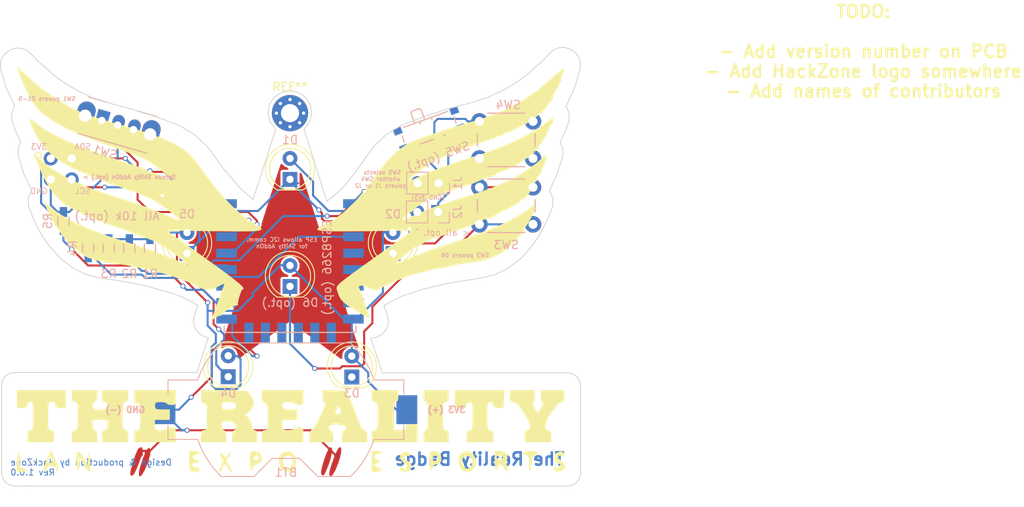
<source format=kicad_pcb>
(kicad_pcb (version 4) (host pcbnew 4.0.7)

  (general
    (links 40)
    (no_connects 1)
    (area 111.795314 61.7 235.814286 123.523971)
    (thickness 1.6)
    (drawings 180)
    (tracks 261)
    (zones 0)
    (modules 23)
    (nets 29)
  )

  (page A4)
  (title_block
    (title "The Reality 2018 Badge")
    (date 2018-08-14)
    (rev 0.0.1)
    (company HackZone)
  )

  (layers
    (0 F.Cu signal)
    (31 B.Cu signal)
    (32 B.Adhes user)
    (33 F.Adhes user)
    (34 B.Paste user)
    (35 F.Paste user)
    (36 B.SilkS user)
    (37 F.SilkS user)
    (38 B.Mask user)
    (39 F.Mask user)
    (40 Dwgs.User user)
    (41 Cmts.User user)
    (42 Eco1.User user)
    (43 Eco2.User user)
    (44 Edge.Cuts user)
    (45 Margin user)
    (46 B.CrtYd user)
    (47 F.CrtYd user)
    (48 B.Fab user)
    (49 F.Fab user)
  )

  (setup
    (last_trace_width 0.25)
    (trace_clearance 0.2)
    (zone_clearance 0.254)
    (zone_45_only no)
    (trace_min 0.2)
    (segment_width 0.2)
    (edge_width 0.15)
    (via_size 0.6)
    (via_drill 0.4)
    (via_min_size 0.4)
    (via_min_drill 0.3)
    (uvia_size 0.3)
    (uvia_drill 0.1)
    (uvias_allowed no)
    (uvia_min_size 0.2)
    (uvia_min_drill 0.1)
    (pcb_text_width 0.3)
    (pcb_text_size 1.5 1.5)
    (mod_edge_width 0.15)
    (mod_text_size 1 1)
    (mod_text_width 0.15)
    (pad_size 1.524 1.524)
    (pad_drill 0.762)
    (pad_to_mask_clearance 0.2)
    (aux_axis_origin 112 120.75)
    (visible_elements 7FFFFFFF)
    (pcbplotparams
      (layerselection 0x010f0_80000001)
      (usegerberextensions false)
      (excludeedgelayer true)
      (linewidth 0.100000)
      (plotframeref false)
      (viasonmask false)
      (mode 1)
      (useauxorigin true)
      (hpglpennumber 1)
      (hpglpenspeed 20)
      (hpglpendiameter 15)
      (hpglpenoverlay 2)
      (psnegative false)
      (psa4output false)
      (plotreference true)
      (plotvalue true)
      (plotinvisibletext false)
      (padsonsilk false)
      (subtractmaskfromsilk true)
      (outputformat 1)
      (mirror false)
      (drillshape 0)
      (scaleselection 1)
      (outputdirectory gerbers))
  )

  (net 0 "")
  (net 1 VCC)
  (net 2 GND)
  (net 3 "Net-(R1-Pad1)")
  (net 4 "Net-(R2-Pad1)")
  (net 5 FLASH_EN)
  (net 6 "Net-(R4-Pad2)")
  (net 7 "Net-(R5-Pad2)")
  (net 8 SDA)
  (net 9 SCL)
  (net 10 "Net-(SW4-Pad2)")
  (net 11 "Net-(J1-Pad1)")
  (net 12 "Net-(J2-Pad1)")
  (net 13 "Net-(SW1-Pad1)")
  (net 14 "Net-(U1-Pad2)")
  (net 15 "Net-(U1-Pad4)")
  (net 16 "Net-(U1-Pad5)")
  (net 17 "Net-(U1-Pad6)")
  (net 18 "Net-(U1-Pad7)")
  (net 19 "Net-(U1-Pad15)")
  (net 20 "Net-(U1-Pad16)")
  (net 21 "Net-(U1-Pad17)")
  (net 22 "Net-(U1-Pad18)")
  (net 23 "Net-(U1-Pad19)")
  (net 24 "Net-(U1-Pad20)")
  (net 25 "Net-(U1-Pad21)")
  (net 26 "Net-(U1-Pad22)")
  (net 27 "Net-(D1-Pad1)")
  (net 28 "Net-(D6-Pad1)")

  (net_class Default "This is the default net class."
    (clearance 0.2)
    (trace_width 0.25)
    (via_dia 0.6)
    (via_drill 0.4)
    (uvia_dia 0.3)
    (uvia_drill 0.1)
    (add_net FLASH_EN)
    (add_net GND)
    (add_net "Net-(D1-Pad1)")
    (add_net "Net-(D6-Pad1)")
    (add_net "Net-(J1-Pad1)")
    (add_net "Net-(J2-Pad1)")
    (add_net "Net-(R1-Pad1)")
    (add_net "Net-(R2-Pad1)")
    (add_net "Net-(R4-Pad2)")
    (add_net "Net-(R5-Pad2)")
    (add_net "Net-(SW1-Pad1)")
    (add_net "Net-(SW4-Pad2)")
    (add_net "Net-(U1-Pad15)")
    (add_net "Net-(U1-Pad16)")
    (add_net "Net-(U1-Pad17)")
    (add_net "Net-(U1-Pad18)")
    (add_net "Net-(U1-Pad19)")
    (add_net "Net-(U1-Pad2)")
    (add_net "Net-(U1-Pad20)")
    (add_net "Net-(U1-Pad21)")
    (add_net "Net-(U1-Pad22)")
    (add_net "Net-(U1-Pad4)")
    (add_net "Net-(U1-Pad5)")
    (add_net "Net-(U1-Pad6)")
    (add_net "Net-(U1-Pad7)")
    (add_net SCL)
    (add_net SDA)
    (add_net VCC)
  )

  (module Buttons_Switches_SMD:SW_SPDT_PCM12 (layer B.Cu) (tedit 5B8EFB9A) (tstamp 5C1FB6C1)
    (at 164 77.79237 20)
    (descr "Ultraminiature Surface Mount Slide Switch")
    (path /5B7ED280)
    (attr smd)
    (fp_text reference "SW5 (opt.)" (at -0.071876 3.121283 20) (layer B.SilkS)
      (effects (font (size 1 1) (thickness 0.15)) (justify mirror))
    )
    (fp_text value SW_SPDT (at 0 -4.25 20) (layer B.Fab)
      (effects (font (size 1 1) (thickness 0.15)) (justify mirror))
    )
    (fp_line (start 0.75 -1.325) (end 0.75 -1.625) (layer B.SilkS) (width 0.15))
    (fp_line (start -0.75 -1.325) (end -0.75 -1.625) (layer B.SilkS) (width 0.15))
    (fp_line (start 1.4 0.975) (end 1.6 0.975) (layer B.SilkS) (width 0.15))
    (fp_line (start -4.4 2.45) (end 4.4 2.45) (layer B.CrtYd) (width 0.05))
    (fp_line (start 4.4 2.45) (end 4.4 -2.1) (layer B.CrtYd) (width 0.05))
    (fp_line (start 4.4 -2.1) (end 1.65 -2.1) (layer B.CrtYd) (width 0.05))
    (fp_line (start 1.65 -2.1) (end 1.65 -3.4) (layer B.CrtYd) (width 0.05))
    (fp_line (start 1.65 -3.4) (end -1.65 -3.4) (layer B.CrtYd) (width 0.05))
    (fp_line (start -1.65 -3.4) (end -1.65 -2.1) (layer B.CrtYd) (width 0.05))
    (fp_line (start -1.65 -2.1) (end -4.4 -2.1) (layer B.CrtYd) (width 0.05))
    (fp_line (start -4.4 -2.1) (end -4.4 2.45) (layer B.CrtYd) (width 0.05))
    (fp_line (start -1.4 -2.925) (end -1.2 -3.125) (layer B.SilkS) (width 0.15))
    (fp_line (start -0.1 -2.925) (end -0.3 -3.125) (layer B.SilkS) (width 0.15))
    (fp_line (start -1.4 -1.625) (end -1.4 -2.925) (layer B.SilkS) (width 0.15))
    (fp_line (start -1.2 -3.125) (end -0.3 -3.125) (layer B.SilkS) (width 0.15))
    (fp_line (start -0.1 -2.925) (end -0.1 -1.625) (layer B.SilkS) (width 0.15))
    (fp_line (start -2.85 -1.625) (end 2.85 -1.625) (layer B.SilkS) (width 0.15))
    (fp_line (start -1.6 0.975) (end 0.1 0.975) (layer B.SilkS) (width 0.15))
    (fp_line (start -3.35 0.075) (end -3.35 -0.725) (layer B.SilkS) (width 0.15))
    (fp_line (start 3.35 -0.725) (end 3.35 0.075) (layer B.SilkS) (width 0.15))
    (pad "" np_thru_hole circle (at -1.5 -0.325 20) (size 0.9 0.9) (drill 0.9) (layers *.Cu *.Mask))
    (pad "" np_thru_hole circle (at 1.5 -0.325 20) (size 0.9 0.9) (drill 0.9) (layers *.Cu *.Mask))
    (pad 1 smd rect (at -2.25 1.425 20) (size 0.7 1.5) (layers B.Cu B.Paste B.Mask)
      (net 11 "Net-(J1-Pad1)"))
    (pad 2 smd rect (at 0.75 1.425 20) (size 0.7 1.5) (layers B.Cu B.Paste B.Mask)
      (net 10 "Net-(SW4-Pad2)"))
    (pad 3 smd rect (at 2.25 1.425 20) (size 0.7 1.5) (layers B.Cu B.Paste B.Mask)
      (net 12 "Net-(J2-Pad1)"))
    (pad "" smd rect (at -3.65 -1.425 20) (size 1 0.8) (layers B.Cu B.Paste B.Mask))
    (pad "" smd rect (at 3.65 -1.425 20) (size 1 0.8) (layers B.Cu B.Paste B.Mask))
    (pad "" smd rect (at 3.65 0.775 20) (size 1 0.8) (layers B.Cu B.Paste B.Mask))
    (pad "" smd rect (at -3.65 0.775 20) (size 1 0.8) (layers B.Cu B.Paste B.Mask))
  )

  (module Buttons_Switches_THT:SW_PUSH_6mm_h4.3mm (layer B.Cu) (tedit 58134DDE) (tstamp 5BD88CA9)
    (at 176.5 84.5 180)
    (descr "tactile push button, 6x6mm e.g. PHAP33xx series, height=4.3mm")
    (tags "tact sw push 6mm")
    (path /5B7EC31F)
    (fp_text reference SW3 (at 3.25 -7 180) (layer B.SilkS)
      (effects (font (size 1 1) (thickness 0.15)) (justify mirror))
    )
    (fp_text value SW_Push (at 3.75 -6.7 180) (layer B.Fab)
      (effects (font (size 1 1) (thickness 0.15)) (justify mirror))
    )
    (fp_line (start 3.25 0.75) (end 6.25 0.75) (layer B.Fab) (width 0.1))
    (fp_line (start 6.25 0.75) (end 6.25 -5.25) (layer B.Fab) (width 0.1))
    (fp_line (start 6.25 -5.25) (end 0.25 -5.25) (layer B.Fab) (width 0.1))
    (fp_line (start 0.25 -5.25) (end 0.25 0.75) (layer B.Fab) (width 0.1))
    (fp_line (start 0.25 0.75) (end 3.25 0.75) (layer B.Fab) (width 0.1))
    (fp_line (start 7.75 -6) (end 8 -6) (layer B.CrtYd) (width 0.05))
    (fp_line (start 8 -6) (end 8 -5.75) (layer B.CrtYd) (width 0.05))
    (fp_line (start 7.75 1.5) (end 8 1.5) (layer B.CrtYd) (width 0.05))
    (fp_line (start 8 1.5) (end 8 1.25) (layer B.CrtYd) (width 0.05))
    (fp_line (start -1.5 1.25) (end -1.5 1.5) (layer B.CrtYd) (width 0.05))
    (fp_line (start -1.5 1.5) (end -1.25 1.5) (layer B.CrtYd) (width 0.05))
    (fp_line (start -1.5 -5.75) (end -1.5 -6) (layer B.CrtYd) (width 0.05))
    (fp_line (start -1.5 -6) (end -1.25 -6) (layer B.CrtYd) (width 0.05))
    (fp_line (start -1.25 1.5) (end 7.75 1.5) (layer B.CrtYd) (width 0.05))
    (fp_line (start -1.5 -5.75) (end -1.5 1.25) (layer B.CrtYd) (width 0.05))
    (fp_line (start 7.75 -6) (end -1.25 -6) (layer B.CrtYd) (width 0.05))
    (fp_line (start 8 1.25) (end 8 -5.75) (layer B.CrtYd) (width 0.05))
    (fp_line (start 1 -5.5) (end 5.5 -5.5) (layer B.SilkS) (width 0.15))
    (fp_line (start -0.25 -1.5) (end -0.25 -3) (layer B.SilkS) (width 0.15))
    (fp_line (start 5.5 1) (end 1 1) (layer B.SilkS) (width 0.15))
    (fp_line (start 6.75 -3) (end 6.75 -1.5) (layer B.SilkS) (width 0.15))
    (fp_circle (center 3.25 -2.25) (end 1.25 -2.5) (layer B.Fab) (width 0.1))
    (pad 2 thru_hole circle (at 0 -4.5 90) (size 2 2) (drill 1.1) (layers *.Cu *.Mask)
      (net 28 "Net-(D6-Pad1)"))
    (pad 1 thru_hole circle (at 0 0 90) (size 2 2) (drill 1.1) (layers *.Cu *.Mask)
      (net 2 GND))
    (pad 2 thru_hole circle (at 6.5 -4.5 90) (size 2 2) (drill 1.1) (layers *.Cu *.Mask)
      (net 28 "Net-(D6-Pad1)"))
    (pad 1 thru_hole circle (at 6.5 0 90) (size 2 2) (drill 1.1) (layers *.Cu *.Mask)
      (net 2 GND))
    (model Buttons_Switches_ThroughHole.3dshapes/SW_PUSH_6mm_h4.3mm.wrl
      (at (xyz 0.005 0 0))
      (scale (xyz 0.3937 0.3937 0.3937))
      (rotate (xyz 0 0 0))
    )
  )

  (module ShittyAddOn:Badgelife-Shitty-2x2 (layer F.Cu) (tedit 5B8F814F) (tstamp 5B72D5F5)
    (at 119.23 82.27)
    (descr "Through hole angled pin header, 2x02, 2.54mm pitch, 6mm pin length, double rows")
    (tags "Through hole angled pin header THT 2x02 2.54mm double row")
    (path /5B72D374)
    (fp_text reference X1 (at 0 0) (layer F.Fab)
      (effects (font (size 1 1) (thickness 0.15)))
    )
    (fp_text value "Defcon Shitty AddOn (opt.) >" (at 8.27 0.98) (layer B.SilkS)
      (effects (font (size 0.5 0.5) (thickness 0.125)) (justify mirror))
    )
    (fp_text user SDA (at 2.6 -2.7) (layer B.SilkS)
      (effects (font (size 0.7 0.7) (thickness 0.1)) (justify mirror))
    )
    (fp_circle (center -2.8 -1.6) (end -2.4 -1.6) (layer F.SilkS) (width 0.15))
    (fp_text user SCL (at 2.6 2.7) (layer B.SilkS)
      (effects (font (size 0.7 0.7) (thickness 0.1)) (justify mirror))
    )
    (fp_text user GND (at -2.7 2.7) (layer B.SilkS)
      (effects (font (size 0.7 0.7) (thickness 0.1)) (justify mirror))
    )
    (fp_text user 3V3 (at -2.7 -2.7) (layer B.SilkS)
      (effects (font (size 0.7 0.7) (thickness 0.1)) (justify mirror))
    )
    (pad 4 thru_hole circle (at 1.27 -1.27) (size 1.7 1.7) (drill 1) (layers *.Cu *.Mask)
      (net 8 SDA))
    (pad 3 thru_hole oval (at 1.27 1.27) (size 1.7 1.7) (drill 1) (layers *.Cu *.Mask)
      (net 9 SCL))
    (pad 1 thru_hole oval (at -1.27 -1.27) (size 1.7 1.7) (drill 1) (layers *.Cu *.Mask)
      (net 1 VCC))
    (pad 2 thru_hole oval (at -1.27 1.27) (size 1.7 1.7) (drill 1) (layers *.Cu *.Mask)
      (net 2 GND))
    (model ${KISYS3DMOD}/Pin_Headers.3dshapes/Pin_Header_Angled_2x02_Pitch2.54mm.wrl
      (at (xyz 0 0 0))
      (scale (xyz 1 1 1))
      (rotate (xyz 0 0 0))
    )
  )

  (module Buttons_Switches_THT:SW_PUSH_6mm_h4.3mm (layer B.Cu) (tedit 58134DDE) (tstamp 5BD88CC7)
    (at 170 81)
    (descr "tactile push button, 6x6mm e.g. PHAP33xx series, height=4.3mm")
    (tags "tact sw push 6mm")
    (path /5B7EC394)
    (fp_text reference SW4 (at 3.5 -6.5) (layer B.SilkS)
      (effects (font (size 1 1) (thickness 0.15)) (justify mirror))
    )
    (fp_text value SW_Push (at 3.75 -6.7) (layer B.Fab)
      (effects (font (size 1 1) (thickness 0.15)) (justify mirror))
    )
    (fp_line (start 3.25 0.75) (end 6.25 0.75) (layer B.Fab) (width 0.1))
    (fp_line (start 6.25 0.75) (end 6.25 -5.25) (layer B.Fab) (width 0.1))
    (fp_line (start 6.25 -5.25) (end 0.25 -5.25) (layer B.Fab) (width 0.1))
    (fp_line (start 0.25 -5.25) (end 0.25 0.75) (layer B.Fab) (width 0.1))
    (fp_line (start 0.25 0.75) (end 3.25 0.75) (layer B.Fab) (width 0.1))
    (fp_line (start 7.75 -6) (end 8 -6) (layer B.CrtYd) (width 0.05))
    (fp_line (start 8 -6) (end 8 -5.75) (layer B.CrtYd) (width 0.05))
    (fp_line (start 7.75 1.5) (end 8 1.5) (layer B.CrtYd) (width 0.05))
    (fp_line (start 8 1.5) (end 8 1.25) (layer B.CrtYd) (width 0.05))
    (fp_line (start -1.5 1.25) (end -1.5 1.5) (layer B.CrtYd) (width 0.05))
    (fp_line (start -1.5 1.5) (end -1.25 1.5) (layer B.CrtYd) (width 0.05))
    (fp_line (start -1.5 -5.75) (end -1.5 -6) (layer B.CrtYd) (width 0.05))
    (fp_line (start -1.5 -6) (end -1.25 -6) (layer B.CrtYd) (width 0.05))
    (fp_line (start -1.25 1.5) (end 7.75 1.5) (layer B.CrtYd) (width 0.05))
    (fp_line (start -1.5 -5.75) (end -1.5 1.25) (layer B.CrtYd) (width 0.05))
    (fp_line (start 7.75 -6) (end -1.25 -6) (layer B.CrtYd) (width 0.05))
    (fp_line (start 8 1.25) (end 8 -5.75) (layer B.CrtYd) (width 0.05))
    (fp_line (start 1 -5.5) (end 5.5 -5.5) (layer B.SilkS) (width 0.15))
    (fp_line (start -0.25 -1.5) (end -0.25 -3) (layer B.SilkS) (width 0.15))
    (fp_line (start 5.5 1) (end 1 1) (layer B.SilkS) (width 0.15))
    (fp_line (start 6.75 -3) (end 6.75 -1.5) (layer B.SilkS) (width 0.15))
    (fp_circle (center 3.25 -2.25) (end 1.25 -2.5) (layer B.Fab) (width 0.1))
    (pad 2 thru_hole circle (at 0 -4.5 270) (size 2 2) (drill 1.1) (layers *.Cu *.Mask)
      (net 10 "Net-(SW4-Pad2)"))
    (pad 1 thru_hole circle (at 0 0 270) (size 2 2) (drill 1.1) (layers *.Cu *.Mask)
      (net 2 GND))
    (pad 2 thru_hole circle (at 6.5 -4.5 270) (size 2 2) (drill 1.1) (layers *.Cu *.Mask)
      (net 10 "Net-(SW4-Pad2)"))
    (pad 1 thru_hole circle (at 6.5 0 270) (size 2 2) (drill 1.1) (layers *.Cu *.Mask)
      (net 2 GND))
    (model Buttons_Switches_ThroughHole.3dshapes/SW_PUSH_6mm_h4.3mm.wrl
      (at (xyz 0.005 0 0))
      (scale (xyz 0.3937 0.3937 0.3937))
      (rotate (xyz 0 0 0))
    )
  )

  (module Resistors_SMD:R_0603_HandSoldering (layer B.Cu) (tedit 5B8EF99A) (tstamp 5B7F0ED3)
    (at 130 91.9 90)
    (descr "Resistor SMD 0603, hand soldering")
    (tags "resistor 0603")
    (path /5B72D906)
    (attr smd)
    (fp_text reference R1 (at -3.1 0 180) (layer B.SilkS)
      (effects (font (size 1 1) (thickness 0.15)) (justify mirror))
    )
    (fp_text value 10k (at 0 -1.9 90) (layer B.Fab) hide
      (effects (font (size 1 1) (thickness 0.15)) (justify mirror))
    )
    (fp_line (start -0.8 -0.4) (end -0.8 0.4) (layer B.Fab) (width 0.1))
    (fp_line (start 0.8 -0.4) (end -0.8 -0.4) (layer B.Fab) (width 0.1))
    (fp_line (start 0.8 0.4) (end 0.8 -0.4) (layer B.Fab) (width 0.1))
    (fp_line (start -0.8 0.4) (end 0.8 0.4) (layer B.Fab) (width 0.1))
    (fp_line (start -2 0.8) (end 2 0.8) (layer B.CrtYd) (width 0.05))
    (fp_line (start -2 -0.8) (end 2 -0.8) (layer B.CrtYd) (width 0.05))
    (fp_line (start -2 0.8) (end -2 -0.8) (layer B.CrtYd) (width 0.05))
    (fp_line (start 2 0.8) (end 2 -0.8) (layer B.CrtYd) (width 0.05))
    (fp_line (start 0.5 -0.675) (end -0.5 -0.675) (layer B.SilkS) (width 0.15))
    (fp_line (start -0.5 0.675) (end 0.5 0.675) (layer B.SilkS) (width 0.15))
    (pad 1 smd rect (at -1.1 0 90) (size 1.2 0.9) (layers B.Cu B.Paste B.Mask)
      (net 3 "Net-(R1-Pad1)"))
    (pad 2 smd rect (at 1.1 0 90) (size 1.2 0.9) (layers B.Cu B.Paste B.Mask)
      (net 1 VCC))
    (model Resistors_SMD.3dshapes/R_0603_HandSoldering.wrl
      (at (xyz 0 0 0))
      (scale (xyz 1 1 1))
      (rotate (xyz 0 0 0))
    )
  )

  (module Resistors_SMD:R_0603_HandSoldering (layer B.Cu) (tedit 5B8EF99F) (tstamp 5B7F0EE3)
    (at 127.5 91.9 90)
    (descr "Resistor SMD 0603, hand soldering")
    (tags "resistor 0603")
    (path /5B72D97E)
    (attr smd)
    (fp_text reference R2 (at -3.1 0 180) (layer B.SilkS)
      (effects (font (size 1 1) (thickness 0.15)) (justify mirror))
    )
    (fp_text value 10k (at 0 -1.9 90) (layer B.Fab) hide
      (effects (font (size 1 1) (thickness 0.15)) (justify mirror))
    )
    (fp_line (start -0.8 -0.4) (end -0.8 0.4) (layer B.Fab) (width 0.1))
    (fp_line (start 0.8 -0.4) (end -0.8 -0.4) (layer B.Fab) (width 0.1))
    (fp_line (start 0.8 0.4) (end 0.8 -0.4) (layer B.Fab) (width 0.1))
    (fp_line (start -0.8 0.4) (end 0.8 0.4) (layer B.Fab) (width 0.1))
    (fp_line (start -2 0.8) (end 2 0.8) (layer B.CrtYd) (width 0.05))
    (fp_line (start -2 -0.8) (end 2 -0.8) (layer B.CrtYd) (width 0.05))
    (fp_line (start -2 0.8) (end -2 -0.8) (layer B.CrtYd) (width 0.05))
    (fp_line (start 2 0.8) (end 2 -0.8) (layer B.CrtYd) (width 0.05))
    (fp_line (start 0.5 -0.675) (end -0.5 -0.675) (layer B.SilkS) (width 0.15))
    (fp_line (start -0.5 0.675) (end 0.5 0.675) (layer B.SilkS) (width 0.15))
    (pad 1 smd rect (at -1.1 0 90) (size 1.2 0.9) (layers B.Cu B.Paste B.Mask)
      (net 4 "Net-(R2-Pad1)"))
    (pad 2 smd rect (at 1.1 0 90) (size 1.2 0.9) (layers B.Cu B.Paste B.Mask)
      (net 1 VCC))
    (model Resistors_SMD.3dshapes/R_0603_HandSoldering.wrl
      (at (xyz 0 0 0))
      (scale (xyz 1 1 1))
      (rotate (xyz 0 0 0))
    )
  )

  (module Resistors_SMD:R_0603_HandSoldering (layer B.Cu) (tedit 5B8EF9A8) (tstamp 5B7F0EF3)
    (at 125 91.9 270)
    (descr "Resistor SMD 0603, hand soldering")
    (tags "resistor 0603")
    (path /5B72D56A)
    (attr smd)
    (fp_text reference R3 (at 3.1 0 360) (layer B.SilkS)
      (effects (font (size 1 1) (thickness 0.15)) (justify mirror))
    )
    (fp_text value 10k (at 0 -1.9 270) (layer B.Fab) hide
      (effects (font (size 1 1) (thickness 0.15)) (justify mirror))
    )
    (fp_line (start -0.8 -0.4) (end -0.8 0.4) (layer B.Fab) (width 0.1))
    (fp_line (start 0.8 -0.4) (end -0.8 -0.4) (layer B.Fab) (width 0.1))
    (fp_line (start 0.8 0.4) (end 0.8 -0.4) (layer B.Fab) (width 0.1))
    (fp_line (start -0.8 0.4) (end 0.8 0.4) (layer B.Fab) (width 0.1))
    (fp_line (start -2 0.8) (end 2 0.8) (layer B.CrtYd) (width 0.05))
    (fp_line (start -2 -0.8) (end 2 -0.8) (layer B.CrtYd) (width 0.05))
    (fp_line (start -2 0.8) (end -2 -0.8) (layer B.CrtYd) (width 0.05))
    (fp_line (start 2 0.8) (end 2 -0.8) (layer B.CrtYd) (width 0.05))
    (fp_line (start 0.5 -0.675) (end -0.5 -0.675) (layer B.SilkS) (width 0.15))
    (fp_line (start -0.5 0.675) (end 0.5 0.675) (layer B.SilkS) (width 0.15))
    (pad 1 smd rect (at -1.1 0 270) (size 1.2 0.9) (layers B.Cu B.Paste B.Mask)
      (net 1 VCC))
    (pad 2 smd rect (at 1.1 0 270) (size 1.2 0.9) (layers B.Cu B.Paste B.Mask)
      (net 5 FLASH_EN))
    (model Resistors_SMD.3dshapes/R_0603_HandSoldering.wrl
      (at (xyz 0 0 0))
      (scale (xyz 1 1 1))
      (rotate (xyz 0 0 0))
    )
  )

  (module Resistors_SMD:R_0603_HandSoldering (layer B.Cu) (tedit 5B8EF9A3) (tstamp 5B7F0F03)
    (at 122.5 91.9 270)
    (descr "Resistor SMD 0603, hand soldering")
    (tags "resistor 0603")
    (path /5B72D53C)
    (attr smd)
    (fp_text reference R4 (at 0 1.9 270) (layer B.SilkS)
      (effects (font (size 1 1) (thickness 0.15)) (justify mirror))
    )
    (fp_text value 10k (at 0 -1.9 270) (layer B.Fab) hide
      (effects (font (size 1 1) (thickness 0.15)) (justify mirror))
    )
    (fp_line (start -0.8 -0.4) (end -0.8 0.4) (layer B.Fab) (width 0.1))
    (fp_line (start 0.8 -0.4) (end -0.8 -0.4) (layer B.Fab) (width 0.1))
    (fp_line (start 0.8 0.4) (end 0.8 -0.4) (layer B.Fab) (width 0.1))
    (fp_line (start -0.8 0.4) (end 0.8 0.4) (layer B.Fab) (width 0.1))
    (fp_line (start -2 0.8) (end 2 0.8) (layer B.CrtYd) (width 0.05))
    (fp_line (start -2 -0.8) (end 2 -0.8) (layer B.CrtYd) (width 0.05))
    (fp_line (start -2 0.8) (end -2 -0.8) (layer B.CrtYd) (width 0.05))
    (fp_line (start 2 0.8) (end 2 -0.8) (layer B.CrtYd) (width 0.05))
    (fp_line (start 0.5 -0.675) (end -0.5 -0.675) (layer B.SilkS) (width 0.15))
    (fp_line (start -0.5 0.675) (end 0.5 0.675) (layer B.SilkS) (width 0.15))
    (pad 1 smd rect (at -1.1 0 270) (size 1.2 0.9) (layers B.Cu B.Paste B.Mask)
      (net 1 VCC))
    (pad 2 smd rect (at 1.1 0 270) (size 1.2 0.9) (layers B.Cu B.Paste B.Mask)
      (net 6 "Net-(R4-Pad2)"))
    (model Resistors_SMD.3dshapes/R_0603_HandSoldering.wrl
      (at (xyz 0 0 0))
      (scale (xyz 1 1 1))
      (rotate (xyz 0 0 0))
    )
  )

  (module Resistors_SMD:R_0603_HandSoldering (layer B.Cu) (tedit 5B8F8160) (tstamp 5B7F0F13)
    (at 119.5 88.6 270)
    (descr "Resistor SMD 0603, hand soldering")
    (tags "resistor 0603")
    (path /5B72D490)
    (attr smd)
    (fp_text reference R5 (at 0 1.9 270) (layer B.SilkS)
      (effects (font (size 1 1) (thickness 0.15)) (justify mirror))
    )
    (fp_text value "All 10k (opt.)" (at -0.6 -6.5 360) (layer B.SilkS)
      (effects (font (size 1 1) (thickness 0.15)) (justify mirror))
    )
    (fp_line (start -0.8 -0.4) (end -0.8 0.4) (layer B.Fab) (width 0.1))
    (fp_line (start 0.8 -0.4) (end -0.8 -0.4) (layer B.Fab) (width 0.1))
    (fp_line (start 0.8 0.4) (end 0.8 -0.4) (layer B.Fab) (width 0.1))
    (fp_line (start -0.8 0.4) (end 0.8 0.4) (layer B.Fab) (width 0.1))
    (fp_line (start -2 0.8) (end 2 0.8) (layer B.CrtYd) (width 0.05))
    (fp_line (start -2 -0.8) (end 2 -0.8) (layer B.CrtYd) (width 0.05))
    (fp_line (start -2 0.8) (end -2 -0.8) (layer B.CrtYd) (width 0.05))
    (fp_line (start 2 0.8) (end 2 -0.8) (layer B.CrtYd) (width 0.05))
    (fp_line (start 0.5 -0.675) (end -0.5 -0.675) (layer B.SilkS) (width 0.15))
    (fp_line (start -0.5 0.675) (end 0.5 0.675) (layer B.SilkS) (width 0.15))
    (pad 1 smd rect (at -1.1 0 270) (size 1.2 0.9) (layers B.Cu B.Paste B.Mask)
      (net 2 GND))
    (pad 2 smd rect (at 1.1 0 270) (size 1.2 0.9) (layers B.Cu B.Paste B.Mask)
      (net 7 "Net-(R5-Pad2)"))
    (model Resistors_SMD.3dshapes/R_0603_HandSoldering.wrl
      (at (xyz 0 0 0))
      (scale (xyz 1 1 1))
      (rotate (xyz 0 0 0))
    )
  )

  (module ESP8266:ESP-12E_SMD (layer B.Cu) (tedit 5B8F818D) (tstamp 5B7F0F41)
    (at 154 86.5 180)
    (descr "Module, ESP-8266, ESP-12, 16 pad, SMD")
    (tags "Module ESP-8266 ESP8266")
    (path /5B72D419)
    (fp_text reference U1 (at 8.89 -6.35 270) (layer B.SilkS) hide
      (effects (font (size 1 1) (thickness 0.15)) (justify mirror))
    )
    (fp_text value "ESP8266 (opt.)" (at 2.5 -7.75 270) (layer B.SilkS)
      (effects (font (size 1 1) (thickness 0.15)) (justify mirror))
    )
    (fp_line (start -2.25 0.5) (end -2.25 8.75) (layer B.CrtYd) (width 0.05))
    (fp_line (start -2.25 8.75) (end 15.25 8.75) (layer B.CrtYd) (width 0.05))
    (fp_line (start 15.25 8.75) (end 16.25 8.75) (layer B.CrtYd) (width 0.05))
    (fp_line (start 16.25 8.75) (end 16.25 -16) (layer B.CrtYd) (width 0.05))
    (fp_line (start 16.25 -16) (end -2.25 -16) (layer B.CrtYd) (width 0.05))
    (fp_line (start -2.25 -16) (end -2.25 0.5) (layer B.CrtYd) (width 0.05))
    (fp_line (start -1.016 8.382) (end 14.986 8.382) (layer B.CrtYd) (width 0.1524))
    (fp_line (start 14.986 8.382) (end 14.986 0.889) (layer B.CrtYd) (width 0.1524))
    (fp_line (start -1.016 8.382) (end -1.016 1.016) (layer B.CrtYd) (width 0.1524))
    (fp_line (start -1.016 -14.859) (end -1.016 -15.621) (layer B.SilkS) (width 0.1524))
    (fp_line (start -1.016 -15.621) (end 14.986 -15.621) (layer B.SilkS) (width 0.1524))
    (fp_line (start 14.986 -15.621) (end 14.986 -14.859) (layer B.SilkS) (width 0.1524))
    (fp_line (start 14.992 8.4) (end -1.008 2.6) (layer B.CrtYd) (width 0.1524))
    (fp_line (start -1.008 8.4) (end 14.992 2.6) (layer B.CrtYd) (width 0.1524))
    (fp_text user "No Copper" (at 6.892 5.4 180) (layer B.CrtYd)
      (effects (font (size 1 1) (thickness 0.15)) (justify mirror))
    )
    (fp_line (start -1.008 2.6) (end 14.992 2.6) (layer B.CrtYd) (width 0.1524))
    (fp_line (start 15 8.4) (end 15 -15.6) (layer B.Fab) (width 0.05))
    (fp_line (start 14.992 -15.6) (end -1.008 -15.6) (layer B.Fab) (width 0.05))
    (fp_line (start -1.008 -15.6) (end -1.008 8.4) (layer B.Fab) (width 0.05))
    (fp_line (start -1.008 8.4) (end 14.992 8.4) (layer B.Fab) (width 0.05))
    (pad 1 smd rect (at 0 0 180) (size 2.5 1.1) (drill (offset -0.7 0)) (layers B.Cu B.Paste B.Mask)
      (net 3 "Net-(R1-Pad1)"))
    (pad 2 smd rect (at 0 -2 180) (size 2.5 1.1) (drill (offset -0.7 0)) (layers B.Cu B.Paste B.Mask)
      (net 14 "Net-(U1-Pad2)"))
    (pad 3 smd rect (at 0 -4 180) (size 2.5 1.1) (drill (offset -0.7 0)) (layers B.Cu B.Paste B.Mask)
      (net 4 "Net-(R2-Pad1)"))
    (pad 4 smd rect (at 0 -6 180) (size 2.5 1.1) (drill (offset -0.7 0)) (layers B.Cu B.Paste B.Mask)
      (net 15 "Net-(U1-Pad4)"))
    (pad 5 smd rect (at 0 -8 180) (size 2.5 1.1) (drill (offset -0.7 0)) (layers B.Cu B.Paste B.Mask)
      (net 16 "Net-(U1-Pad5)"))
    (pad 6 smd rect (at 0 -10 180) (size 2.5 1.1) (drill (offset -0.7 0)) (layers B.Cu B.Paste B.Mask)
      (net 17 "Net-(U1-Pad6)"))
    (pad 7 smd rect (at 0 -12 180) (size 2.5 1.1) (drill (offset -0.7 0)) (layers B.Cu B.Paste B.Mask)
      (net 18 "Net-(U1-Pad7)"))
    (pad 8 smd rect (at 0 -14 180) (size 2.5 1.1) (drill (offset -0.7 0)) (layers B.Cu B.Paste B.Mask)
      (net 1 VCC))
    (pad 9 smd rect (at 14 -14 180) (size 2.5 1.1) (drill (offset 0.7 0)) (layers B.Cu B.Paste B.Mask)
      (net 2 GND))
    (pad 10 smd rect (at 14 -12 180) (size 2.5 1.1) (drill (offset 0.7 0)) (layers B.Cu B.Paste B.Mask)
      (net 7 "Net-(R5-Pad2)"))
    (pad 11 smd rect (at 14 -10 180) (size 2.5 1.1) (drill (offset 0.7 0)) (layers B.Cu B.Paste B.Mask)
      (net 6 "Net-(R4-Pad2)"))
    (pad 12 smd rect (at 14 -8 180) (size 2.5 1.1) (drill (offset 0.7 0)) (layers B.Cu B.Paste B.Mask)
      (net 5 FLASH_EN))
    (pad 13 smd rect (at 14 -6 180) (size 2.5 1.1) (drill (offset 0.7 0)) (layers B.Cu B.Paste B.Mask)
      (net 8 SDA))
    (pad 14 smd rect (at 14 -4 180) (size 2.5 1.1) (drill (offset 0.7 0)) (layers B.Cu B.Paste B.Mask)
      (net 9 SCL))
    (pad 15 smd rect (at 14 -2 180) (size 2.5 1.1) (drill (offset 0.7 0)) (layers B.Cu B.Paste B.Mask)
      (net 19 "Net-(U1-Pad15)"))
    (pad 16 smd rect (at 14 0 180) (size 2.5 1.1) (drill (offset 0.7 0)) (layers B.Cu B.Paste B.Mask)
      (net 20 "Net-(U1-Pad16)"))
    (pad 17 smd rect (at 1.99 -15 90) (size 2.5 1.1) (drill (offset -0.7 0)) (layers B.Cu B.Paste B.Mask)
      (net 21 "Net-(U1-Pad17)"))
    (pad 18 smd rect (at 3.99 -15 90) (size 2.5 1.1) (drill (offset -0.7 0)) (layers B.Cu B.Paste B.Mask)
      (net 22 "Net-(U1-Pad18)"))
    (pad 19 smd rect (at 5.99 -15 90) (size 2.5 1.1) (drill (offset -0.7 0)) (layers B.Cu B.Paste B.Mask)
      (net 23 "Net-(U1-Pad19)"))
    (pad 20 smd rect (at 7.99 -15 90) (size 2.5 1.1) (drill (offset -0.7 0)) (layers B.Cu B.Paste B.Mask)
      (net 24 "Net-(U1-Pad20)"))
    (pad 21 smd rect (at 9.99 -15 90) (size 2.5 1.1) (drill (offset -0.7 0)) (layers B.Cu B.Paste B.Mask)
      (net 25 "Net-(U1-Pad21)"))
    (pad 22 smd rect (at 11.99 -15 90) (size 2.5 1.1) (drill (offset -0.7 0)) (layers B.Cu B.Paste B.Mask)
      (net 26 "Net-(U1-Pad22)"))
    (model ${ESPLIB}/ESP8266.3dshapes/ESP-12.wrl
      (at (xyz 0 0 0))
      (scale (xyz 0.3937 0.3937 0.3937))
      (rotate (xyz 0 0 0))
    )
  )

  (module Pin_Headers:Pin_Header_Straight_1x02_Pitch2.54mm (layer B.Cu) (tedit 59650532) (tstamp 5B978CCA)
    (at 165.04 84 90)
    (descr "Through hole straight pin header, 1x02, 2.54mm pitch, single row")
    (tags "Through hole pin header THT 1x02 2.54mm single row")
    (path /5B8126A4)
    (fp_text reference J1 (at 0 2.33 90) (layer B.SilkS)
      (effects (font (size 1 1) (thickness 0.15)) (justify mirror))
    )
    (fp_text value Conn_01x02 (at 0 -4.87 90) (layer B.Fab)
      (effects (font (size 1 1) (thickness 0.15)) (justify mirror))
    )
    (fp_line (start -0.635 1.27) (end 1.27 1.27) (layer B.Fab) (width 0.1))
    (fp_line (start 1.27 1.27) (end 1.27 -3.81) (layer B.Fab) (width 0.1))
    (fp_line (start 1.27 -3.81) (end -1.27 -3.81) (layer B.Fab) (width 0.1))
    (fp_line (start -1.27 -3.81) (end -1.27 0.635) (layer B.Fab) (width 0.1))
    (fp_line (start -1.27 0.635) (end -0.635 1.27) (layer B.Fab) (width 0.1))
    (fp_line (start -1.33 -3.87) (end 1.33 -3.87) (layer B.SilkS) (width 0.12))
    (fp_line (start -1.33 -1.27) (end -1.33 -3.87) (layer B.SilkS) (width 0.12))
    (fp_line (start 1.33 -1.27) (end 1.33 -3.87) (layer B.SilkS) (width 0.12))
    (fp_line (start -1.33 -1.27) (end 1.33 -1.27) (layer B.SilkS) (width 0.12))
    (fp_line (start -1.33 0) (end -1.33 1.33) (layer B.SilkS) (width 0.12))
    (fp_line (start -1.33 1.33) (end 0 1.33) (layer B.SilkS) (width 0.12))
    (fp_line (start -1.8 1.8) (end -1.8 -4.35) (layer B.CrtYd) (width 0.05))
    (fp_line (start -1.8 -4.35) (end 1.8 -4.35) (layer B.CrtYd) (width 0.05))
    (fp_line (start 1.8 -4.35) (end 1.8 1.8) (layer B.CrtYd) (width 0.05))
    (fp_line (start 1.8 1.8) (end -1.8 1.8) (layer B.CrtYd) (width 0.05))
    (fp_text user %R (at 0 -1.27 360) (layer B.Fab)
      (effects (font (size 1 1) (thickness 0.15)) (justify mirror))
    )
    (pad 1 thru_hole rect (at 0 0 90) (size 1.7 1.7) (drill 1) (layers *.Cu *.Mask)
      (net 11 "Net-(J1-Pad1)"))
    (pad 2 thru_hole oval (at 0 -2.54 90) (size 1.7 1.7) (drill 1) (layers *.Cu *.Mask)
      (net 1 VCC))
    (model ${KISYS3DMOD}/Pin_Headers.3dshapes/Pin_Header_Straight_1x02_Pitch2.54mm.wrl
      (at (xyz 0 0 0))
      (scale (xyz 1 1 1))
      (rotate (xyz 0 0 0))
    )
  )

  (module Pin_Headers:Pin_Header_Straight_1x02_Pitch2.54mm (layer B.Cu) (tedit 59650532) (tstamp 5B978EAA)
    (at 165 87.5 90)
    (descr "Through hole straight pin header, 1x02, 2.54mm pitch, single row")
    (tags "Through hole pin header THT 1x02 2.54mm single row")
    (path /5B812703)
    (fp_text reference J2 (at 0 2.33 90) (layer B.SilkS)
      (effects (font (size 1 1) (thickness 0.15)) (justify mirror))
    )
    (fp_text value Conn_01x02 (at 0 -4.87 90) (layer B.Fab)
      (effects (font (size 1 1) (thickness 0.15)) (justify mirror))
    )
    (fp_line (start -0.635 1.27) (end 1.27 1.27) (layer B.Fab) (width 0.1))
    (fp_line (start 1.27 1.27) (end 1.27 -3.81) (layer B.Fab) (width 0.1))
    (fp_line (start 1.27 -3.81) (end -1.27 -3.81) (layer B.Fab) (width 0.1))
    (fp_line (start -1.27 -3.81) (end -1.27 0.635) (layer B.Fab) (width 0.1))
    (fp_line (start -1.27 0.635) (end -0.635 1.27) (layer B.Fab) (width 0.1))
    (fp_line (start -1.33 -3.87) (end 1.33 -3.87) (layer B.SilkS) (width 0.12))
    (fp_line (start -1.33 -1.27) (end -1.33 -3.87) (layer B.SilkS) (width 0.12))
    (fp_line (start 1.33 -1.27) (end 1.33 -3.87) (layer B.SilkS) (width 0.12))
    (fp_line (start -1.33 -1.27) (end 1.33 -1.27) (layer B.SilkS) (width 0.12))
    (fp_line (start -1.33 0) (end -1.33 1.33) (layer B.SilkS) (width 0.12))
    (fp_line (start -1.33 1.33) (end 0 1.33) (layer B.SilkS) (width 0.12))
    (fp_line (start -1.8 1.8) (end -1.8 -4.35) (layer B.CrtYd) (width 0.05))
    (fp_line (start -1.8 -4.35) (end 1.8 -4.35) (layer B.CrtYd) (width 0.05))
    (fp_line (start 1.8 -4.35) (end 1.8 1.8) (layer B.CrtYd) (width 0.05))
    (fp_line (start 1.8 1.8) (end -1.8 1.8) (layer B.CrtYd) (width 0.05))
    (fp_text user %R (at 0 -1.27 360) (layer B.Fab)
      (effects (font (size 1 1) (thickness 0.15)) (justify mirror))
    )
    (pad 1 thru_hole rect (at 0 0 90) (size 1.7 1.7) (drill 1) (layers *.Cu *.Mask)
      (net 12 "Net-(J2-Pad1)"))
    (pad 2 thru_hole oval (at 0 -2.54 90) (size 1.7 1.7) (drill 1) (layers *.Cu *.Mask)
      (net 1 VCC))
    (model ${KISYS3DMOD}/Pin_Headers.3dshapes/Pin_Header_Straight_1x02_Pitch2.54mm.wrl
      (at (xyz 0 0 0))
      (scale (xyz 1 1 1))
      (rotate (xyz 0 0 0))
    )
  )

  (module modules:wingstext (layer F.Cu) (tedit 5B8EF066) (tstamp 5BC4239E)
    (at 147 94)
    (fp_text reference Wings (at 0 0) (layer F.SilkS) hide
      (effects (font (thickness 0.3)))
    )
    (fp_text value LOGO (at 0.75 0) (layer F.SilkS) hide
      (effects (font (thickness 0.3)))
    )
    (fp_poly (pts (xy -32.867306 22.860749) (xy -32.801874 23.280904) (xy -32.785816 23.688653) (xy -32.774125 24.256094)
      (xy -32.712337 24.551555) (xy -32.560377 24.663201) (xy -32.335461 24.679433) (xy -31.996919 24.741098)
      (xy -31.885106 24.859575) (xy -32.043465 24.978643) (xy -32.432859 25.038161) (xy -32.515603 25.039717)
      (xy -33.146099 25.039717) (xy -33.146099 23.868795) (xy -33.120647 23.256917) (xy -33.053222 22.837994)
      (xy -32.965958 22.697873) (xy -32.867306 22.860749)) (layer F.SilkS) (width 0.01))
    (fp_poly (pts (xy -28.83488 22.671579) (xy -28.711217 23.013121) (xy -28.578122 23.442251) (xy -28.458374 23.688653)
      (xy -28.31148 23.990708) (xy -28.206603 24.383219) (xy -28.162261 24.745533) (xy -28.196972 24.956997)
      (xy -28.263006 24.961551) (xy -28.446838 24.688651) (xy -28.462411 24.578731) (xy -28.604918 24.382496)
      (xy -28.934324 24.323656) (xy -29.303458 24.404691) (xy -29.519642 24.560901) (xy -29.633917 24.823577)
      (xy -29.601747 24.921185) (xy -29.620862 25.030279) (xy -29.693381 25.039717) (xy -29.882712 24.895547)
      (xy -29.903546 24.785534) (xy -29.840987 24.454324) (xy -29.682389 23.962458) (xy -29.601115 23.752444)
      (xy -29.355153 23.752444) (xy -29.237248 23.938593) (xy -29.092908 23.958866) (xy -28.855216 23.83816)
      (xy -28.825454 23.733688) (xy -28.919093 23.383861) (xy -28.980526 23.26823) (xy -29.127911 23.137119)
      (xy -29.247981 23.327998) (xy -29.355153 23.752444) (xy -29.601115 23.752444) (xy -29.471378 23.417203)
      (xy -29.251574 22.925822) (xy -29.066602 22.595581) (xy -28.981268 22.517731) (xy -28.83488 22.671579)) (layer F.SilkS) (width 0.01))
    (fp_poly (pts (xy -25.318951 22.887825) (xy -25.039407 23.370083) (xy -24.589362 24.222436) (xy -24.482556 23.325048)
      (xy -24.419425 22.843081) (xy -24.379015 22.698903) (xy -24.349929 22.87164) (xy -24.336817 23.058156)
      (xy -24.294294 23.699635) (xy -24.246469 24.360651) (xy -24.246198 24.364185) (xy -24.254873 24.860211)
      (xy -24.377323 25.01886) (xy -24.605925 24.836009) (xy -24.745692 24.634398) (xy -25.017144 24.174357)
      (xy -25.283058 23.688653) (xy -25.565717 23.148227) (xy -25.572929 24.003901) (xy -25.611153 24.502814)
      (xy -25.700293 24.811187) (xy -25.760284 24.859575) (xy -25.854419 24.694133) (xy -25.918868 24.255873)
      (xy -25.940426 23.688653) (xy -25.904643 22.963587) (xy -25.793215 22.589869) (xy -25.600025 22.565336)
      (xy -25.318951 22.887825)) (layer F.SilkS) (width 0.01))
    (fp_poly (pts (xy -11.044359 22.566808) (xy -10.826319 22.68137) (xy -10.90301 22.812409) (xy -11.302487 22.910922)
      (xy -11.303901 22.911085) (xy -11.68034 23.051419) (xy -11.793692 23.282908) (xy -11.628737 23.494879)
      (xy -11.393972 23.566076) (xy -11.049817 23.689535) (xy -11.028889 23.850883) (xy -11.320125 23.953638)
      (xy -11.439007 23.958866) (xy -11.79917 24.050961) (xy -11.881093 24.252981) (xy -11.690825 24.45353)
      (xy -11.407864 24.532361) (xy -10.973881 24.657627) (xy -10.847885 24.838808) (xy -11.032161 24.992522)
      (xy -11.393972 25.039717) (xy -11.844351 25.007539) (xy -12.118134 24.929119) (xy -12.129551 24.919622)
      (xy -12.192061 24.689251) (xy -12.235496 24.208401) (xy -12.249645 23.658629) (xy -12.249645 22.517731)
      (xy -11.529078 22.517731) (xy -11.044359 22.566808)) (layer F.SilkS) (width 0.01))
    (fp_poly (pts (xy -7.158494 22.817271) (xy -7.326087 23.111009) (xy -7.374718 23.175034) (xy -7.750054 23.652196)
      (xy -7.387793 24.266182) (xy -7.127826 24.725576) (xy -7.040774 24.956514) (xy -7.106049 25.034452)
      (xy -7.176758 25.039717) (xy -7.354019 24.894344) (xy -7.53318 24.589362) (xy -7.742638 24.258141)
      (xy -7.918947 24.139008) (xy -8.092613 24.291901) (xy -8.212551 24.589362) (xy -8.348244 24.890421)
      (xy -8.520917 25.057886) (xy -8.636918 25.015989) (xy -8.646809 24.9407) (xy -8.571759 24.729358)
      (xy -8.387896 24.341597) (xy -8.355999 24.27932) (xy -8.175266 23.867139) (xy -8.185172 23.563808)
      (xy -8.366184 23.207415) (xy -8.519945 22.83105) (xy -8.448331 22.701671) (xy -8.217205 22.854163)
      (xy -8.062668 23.046641) (xy -7.865596 23.290166) (xy -7.726414 23.23655) (xy -7.600572 23.046641)
      (xy -7.352954 22.770334) (xy -7.191073 22.697873) (xy -7.158494 22.817271)) (layer F.SilkS) (width 0.01))
    (fp_poly (pts (xy 0.399595 22.822743) (xy 0.422435 22.847164) (xy 0.64839 23.284915) (xy 0.729014 23.844379)
      (xy 0.667741 24.388581) (xy 0.468006 24.78055) (xy 0.372126 24.853237) (xy -0.213689 25.02591)
      (xy -0.752375 24.947526) (xy -0.844404 24.898186) (xy -1.119339 24.555952) (xy -1.307468 24.025626)
      (xy -1.332503 23.746128) (xy -0.900709 23.746128) (xy -0.792067 24.270488) (xy -0.512261 24.608345)
      (xy -0.270213 24.679433) (xy 0.020545 24.5639) (xy 0.144113 24.463263) (xy 0.307848 24.12648)
      (xy 0.353636 23.674608) (xy 0.278102 23.280612) (xy 0.169903 23.1419) (xy -0.137972 23.091508)
      (xy -0.460593 23.1347) (xy -0.799154 23.319603) (xy -0.900347 23.708466) (xy -0.900709 23.746128)
      (xy -1.332503 23.746128) (xy -1.356545 23.477737) (xy -1.330637 23.311116) (xy -1.054341 22.828479)
      (xy -0.595773 22.565536) (xy -0.072078 22.553289) (xy 0.399595 22.822743)) (layer F.SilkS) (width 0.01))
    (fp_poly (pts (xy 10.955037 22.562976) (xy 11.163349 22.674232) (xy 11.168794 22.697873) (xy 11.014632 22.83329)
      (xy 10.71844 22.878015) (xy 10.365288 22.962455) (xy 10.268085 23.238298) (xy 10.395465 23.539371)
      (xy 10.628369 23.598582) (xy 10.921093 23.674021) (xy 10.988652 23.778724) (xy 10.837775 23.925086)
      (xy 10.628369 23.958866) (xy 10.334955 24.071503) (xy 10.268085 24.229078) (xy 10.424683 24.446404)
      (xy 10.71844 24.499291) (xy 11.080649 24.59325) (xy 11.168794 24.769504) (xy 11.032072 24.969358)
      (xy 10.595721 25.039228) (xy 10.538298 25.039717) (xy 9.907801 25.039717) (xy 9.907801 22.517731)
      (xy 10.538298 22.517731) (xy 10.955037 22.562976)) (layer F.SilkS) (width 0.01))
    (fp_poly (pts (xy 14.477495 22.67932) (xy 14.591489 22.945567) (xy 14.460322 23.128968) (xy 14.251536 23.115669)
      (xy 13.901466 23.105752) (xy 13.806802 23.26785) (xy 13.971499 23.51595) (xy 14.225316 23.685607)
      (xy 14.652159 23.997862) (xy 14.760043 24.379935) (xy 14.662287 24.754771) (xy 14.42552 24.948594)
      (xy 14.016095 25.041352) (xy 13.613389 25.00864) (xy 13.450591 24.919622) (xy 13.341551 24.649789)
      (xy 13.330496 24.52331) (xy 13.380706 24.348648) (xy 13.546667 24.463263) (xy 13.857869 24.65094)
      (xy 14.132009 24.645711) (xy 14.231206 24.480182) (xy 14.101822 24.238985) (xy 13.789695 23.933677)
      (xy 13.780851 23.926682) (xy 13.416048 23.49784) (xy 13.365142 23.07665) (xy 13.632445 22.733276)
      (xy 13.704856 22.690339) (xy 14.14585 22.570051) (xy 14.477495 22.67932)) (layer F.SilkS) (width 0.01))
    (fp_poly (pts (xy 22.196758 22.822743) (xy 22.219598 22.847164) (xy 22.445554 23.284915) (xy 22.526177 23.844379)
      (xy 22.464904 24.388581) (xy 22.26517 24.78055) (xy 22.16929 24.853237) (xy 21.583474 25.02591)
      (xy 21.044788 24.947526) (xy 20.952759 24.898186) (xy 20.677824 24.555952) (xy 20.489695 24.025626)
      (xy 20.456453 23.654511) (xy 20.928473 23.654511) (xy 20.979194 24.178809) (xy 21.216839 24.556416)
      (xy 21.52695 24.679433) (xy 21.82527 24.553406) (xy 21.968264 24.420114) (xy 22.109377 24.056313)
      (xy 22.125428 23.654511) (xy 22.025627 23.290865) (xy 21.760965 23.159701) (xy 21.52695 23.148227)
      (xy 21.13254 23.20266) (xy 20.965716 23.436513) (xy 20.928473 23.654511) (xy 20.456453 23.654511)
      (xy 20.440618 23.477737) (xy 20.466526 23.311116) (xy 20.742822 22.828479) (xy 21.20139 22.565536)
      (xy 21.725085 22.553289) (xy 22.196758 22.822743)) (layer F.SilkS) (width 0.01))
    (fp_poly (pts (xy 26.02761 22.63682) (xy 26.352153 22.945994) (xy 26.398446 23.373111) (xy 26.329679 23.553547)
      (xy 26.257897 23.973585) (xy 26.310679 24.229078) (xy 26.446927 24.716727) (xy 26.42144 24.997739)
      (xy 26.2772 25.026228) (xy 26.057191 24.756306) (xy 25.973203 24.589362) (xy 25.721655 24.250468)
      (xy 25.448413 24.149627) (xy 25.255196 24.298999) (xy 25.219858 24.499291) (xy 25.144419 24.792016)
      (xy 25.039716 24.859575) (xy 24.945581 24.694133) (xy 24.881132 24.255873) (xy 24.859574 23.688653)
      (xy 24.859574 23.340898) (xy 25.039716 23.340898) (xy 25.173021 23.531167) (xy 25.467768 23.564945)
      (xy 25.766206 23.452834) (xy 25.896292 23.283334) (xy 25.807516 23.107397) (xy 25.505083 23.058156)
      (xy 25.127349 23.152565) (xy 25.039716 23.340898) (xy 24.859574 23.340898) (xy 24.859574 22.517731)
      (xy 25.483733 22.517731) (xy 26.02761 22.63682)) (layer F.SilkS) (width 0.01))
    (fp_poly (pts (xy 29.749401 22.546658) (xy 30.026051 22.646812) (xy 30.083688 22.787944) (xy 29.934291 23.008739)
      (xy 29.732394 23.058156) (xy 29.526504 23.109161) (xy 29.408879 23.317478) (xy 29.346135 23.766067)
      (xy 29.327075 24.065378) (xy 29.276796 24.584693) (xy 29.202094 24.894614) (xy 29.137943 24.936063)
      (xy 29.057711 24.68782) (xy 29.0093 24.215518) (xy 29.002837 23.949852) (xy 28.974833 23.409596)
      (xy 28.865531 23.127616) (xy 28.642553 23.005961) (xy 28.310156 22.858994) (xy 28.296825 22.70552)
      (xy 28.563748 22.580602) (xy 29.072115 22.519304) (xy 29.182979 22.517731) (xy 29.749401 22.546658)) (layer F.SilkS) (width 0.01))
    (fp_poly (pts (xy 33.134669 22.644461) (xy 33.287856 22.901805) (xy 33.247594 23.103541) (xy 32.960982 23.117325)
      (xy 32.884605 23.103913) (xy 32.520664 23.084314) (xy 32.466844 23.227807) (xy 32.724241 23.540401)
      (xy 33.010993 23.796851) (xy 33.372664 24.142232) (xy 33.479786 24.392783) (xy 33.398145 24.620608)
      (xy 33.093491 24.880157) (xy 32.663835 25.003794) (xy 32.252927 24.975848) (xy 32.004518 24.780644)
      (xy 32.001404 24.772891) (xy 31.996339 24.569771) (xy 32.253309 24.528234) (xy 32.364833 24.538015)
      (xy 32.753077 24.498821) (xy 32.914815 24.335932) (xy 32.803407 24.139556) (xy 32.616009 24.052217)
      (xy 32.262827 23.786976) (xy 32.108581 23.370151) (xy 32.183336 22.948637) (xy 32.350448 22.754708)
      (xy 32.785018 22.56795) (xy 33.134669 22.644461)) (layer F.SilkS) (width 0.01))
    (fp_poly (pts (xy -3.79557 22.637354) (xy -3.490458 23.005943) (xy -3.422695 23.458972) (xy -3.488107 23.839721)
      (xy -3.757146 24.025138) (xy -3.963121 24.075958) (xy -4.389754 24.255367) (xy -4.503546 24.521809)
      (xy -4.583461 24.80208) (xy -4.683688 24.859575) (xy -4.777823 24.694133) (xy -4.842273 24.255873)
      (xy -4.86383 23.688653) (xy -4.86122 23.433452) (xy -4.323404 23.433452) (xy -4.228494 23.697563)
      (xy -4.027617 23.704359) (xy -3.846557 23.472384) (xy -3.814806 23.358477) (xy -3.892405 23.101377)
      (xy -4.039983 23.058156) (xy -4.273849 23.209689) (xy -4.323404 23.433452) (xy -4.86122 23.433452)
      (xy -4.857396 23.059693) (xy -4.814665 22.709433) (xy -4.700496 22.556294) (xy -4.479745 22.518694)
      (xy -4.359433 22.517731) (xy -3.79557 22.637354)) (layer F.SilkS) (width 0.01))
    (fp_poly (pts (xy 18.001593 22.637354) (xy 18.306705 23.005943) (xy 18.374468 23.458972) (xy 18.309056 23.839721)
      (xy 18.040017 24.025138) (xy 17.834042 24.075958) (xy 17.407409 24.255367) (xy 17.293617 24.521809)
      (xy 17.213702 24.80208) (xy 17.113475 24.859575) (xy 17.01934 24.694133) (xy 16.95489 24.255873)
      (xy 16.933333 23.688653) (xy 16.935962 23.431649) (xy 17.293617 23.431649) (xy 17.40684 23.698559)
      (xy 17.653644 23.742457) (xy 17.894728 23.575581) (xy 17.980289 23.371336) (xy 17.913912 23.114924)
      (xy 17.667109 23.058156) (xy 17.359131 23.176843) (xy 17.293617 23.431649) (xy 16.935962 23.431649)
      (xy 16.939767 23.059693) (xy 16.982498 22.709433) (xy 17.096667 22.556294) (xy 17.317418 22.518694)
      (xy 17.43773 22.517731) (xy 18.001593 22.637354)) (layer F.SilkS) (width 0.01))
    (fp_poly (pts (xy -27.201419 17.293617) (xy -27.831915 17.293617) (xy -28.266466 17.253316) (xy -28.441802 17.095981)
      (xy -28.462411 16.933334) (xy -28.567962 16.650813) (xy -28.912766 16.57305) (xy -29.121399 16.584934)
      (xy -29.25298 16.665578) (xy -29.325269 16.882466) (xy -29.356025 17.303086) (xy -29.363007 17.994922)
      (xy -29.363121 18.284398) (xy -29.35768 19.079795) (xy -29.331979 19.581793) (xy -29.271948 19.857224)
      (xy -29.163516 19.972919) (xy -29.002837 19.995745) (xy -28.767126 20.056171) (xy -28.662951 20.300403)
      (xy -28.642553 20.716312) (xy -28.642553 21.43688) (xy -31.885106 21.43688) (xy -31.885106 20.716312)
      (xy -31.854893 20.244891) (xy -31.732778 20.036541) (xy -31.524823 19.995745) (xy -31.357371 19.969903)
      (xy -31.251687 19.847823) (xy -31.193701 19.562673) (xy -31.169345 19.047622) (xy -31.164539 18.284398)
      (xy -31.169979 17.489) (xy -31.195681 16.987002) (xy -31.255712 16.711571) (xy -31.364144 16.595876)
      (xy -31.524823 16.57305) (xy -31.825895 16.70043) (xy -31.885106 16.933334) (xy -31.955635 17.181649)
      (xy -32.23097 17.281841) (xy -32.515603 17.293617) (xy -33.146099 17.293617) (xy -33.146099 15.131915)
      (xy -27.201419 15.131915) (xy -27.201419 17.293617)) (layer F.SilkS) (width 0.01))
    (fp_poly (pts (xy -23.387565 15.852483) (xy -23.496849 16.371038) (xy -23.687686 16.571724) (xy -23.707574 16.57305)
      (xy -23.904189 16.729556) (xy -23.958865 17.023405) (xy -23.929663 17.290686) (xy -23.78063 17.424026)
      (xy -23.419632 17.469493) (xy -23.058156 17.473759) (xy -22.523594 17.459158) (xy -22.256914 17.384642)
      (xy -22.165979 17.204143) (xy -22.157447 17.023405) (xy -22.241887 16.670253) (xy -22.517731 16.57305)
      (xy -22.753441 16.512624) (xy -22.857616 16.268392) (xy -22.878014 15.852483) (xy -22.878014 15.131915)
      (xy -19.635461 15.131915) (xy -19.635461 15.852483) (xy -19.668273 16.328337) (xy -19.794481 16.537373)
      (xy -19.969992 16.57305) (xy -20.129001 16.607229) (xy -20.229191 16.754655) (xy -20.284798 17.082664)
      (xy -20.31006 17.658592) (xy -20.317083 18.214641) (xy -20.315783 18.997586) (xy -20.288093 19.492239)
      (xy -20.220151 19.770371) (xy -20.098098 19.903757) (xy -19.982552 19.946999) (xy -19.742947 20.102897)
      (xy -19.644898 20.466146) (xy -19.635461 20.737323) (xy -19.635461 21.43688) (xy -22.878014 21.43688)
      (xy -22.878014 20.716312) (xy -22.847801 20.244891) (xy -22.725685 20.036541) (xy -22.517731 19.995745)
      (xy -22.269415 19.925217) (xy -22.169224 19.649882) (xy -22.157447 19.365249) (xy -22.157447 18.734752)
      (xy -23.958865 18.734752) (xy -23.958865 19.365249) (xy -23.90027 19.831574) (xy -23.713262 19.994605)
      (xy -23.688653 19.995745) (xy -23.500765 20.11473) (xy -23.423344 20.509155) (xy -23.41844 20.716312)
      (xy -23.41844 21.43688) (xy -26.480851 21.43688) (xy -26.480851 20.716312) (xy -26.450638 20.244891)
      (xy -26.328522 20.036541) (xy -26.120567 19.995745) (xy -25.953115 19.969903) (xy -25.847432 19.847823)
      (xy -25.789446 19.562673) (xy -25.765089 19.047622) (xy -25.760284 18.284398) (xy -25.765724 17.489)
      (xy -25.791425 16.987002) (xy -25.851457 16.711571) (xy -25.959889 16.595876) (xy -26.120567 16.57305)
      (xy -26.356278 16.512624) (xy -26.460453 16.268392) (xy -26.480851 15.852483) (xy -26.480851 15.131915)
      (xy -23.318848 15.131915) (xy -23.387565 15.852483)) (layer F.SilkS) (width 0.01))
    (fp_poly (pts (xy -13.870922 16.032625) (xy -13.882729 16.565822) (xy -13.955325 16.831709) (xy -14.144472 16.92322)
      (xy -14.411348 16.933334) (xy -14.790798 16.881155) (xy -14.951732 16.755433) (xy -14.951773 16.753192)
      (xy -15.111586 16.640387) (xy -15.510819 16.577644) (xy -15.672341 16.57305) (xy -16.13659 16.597631)
      (xy -16.342932 16.713576) (xy -16.392651 16.984185) (xy -16.392908 17.023405) (xy -16.363705 17.290686)
      (xy -16.214673 17.424026) (xy -15.853674 17.469493) (xy -15.492199 17.473759) (xy -14.591489 17.473759)
      (xy -14.591489 18.734752) (xy -16.392908 18.734752) (xy -16.392908 19.365249) (xy -16.371093 19.768933)
      (xy -16.236402 19.948333) (xy -15.884963 19.994335) (xy -15.672341 19.995745) (xy -15.221119 19.955792)
      (xy -14.970147 19.855984) (xy -14.951773 19.815603) (xy -14.795236 19.68912) (xy -14.418071 19.635475)
      (xy -14.411348 19.635461) (xy -14.091429 19.65514) (xy -13.931897 19.776133) (xy -13.87699 20.091378)
      (xy -13.870922 20.536171) (xy -13.870922 21.43688) (xy -18.914894 21.43688) (xy -18.914894 20.716312)
      (xy -18.884681 20.244891) (xy -18.762565 20.036541) (xy -18.55461 19.995745) (xy -18.383435 19.968655)
      (xy -18.27707 19.841669) (xy -18.220276 19.546214) (xy -18.197815 19.013719) (xy -18.194326 18.374468)
      (xy -18.200346 17.604181) (xy -18.228566 17.125538) (xy -18.294222 16.869966) (xy -18.412554 16.768893)
      (xy -18.55461 16.753192) (xy -18.779759 16.700152) (xy -18.886225 16.479911) (xy -18.914756 16.000789)
      (xy -18.914894 15.942554) (xy -18.914894 15.131915) (xy -13.870922 15.131915) (xy -13.870922 16.032625)) (layer F.SilkS) (width 0.01))
    (fp_poly (pts (xy -5.192067 15.221986) (xy -4.757736 15.727422) (xy -4.389959 16.349521) (xy -4.38138 16.946117)
      (xy -4.732298 17.523266) (xy -4.852334 17.643162) (xy -5.381263 18.137256) (xy -5.007377 18.511142)
      (xy -4.725117 18.968059) (xy -4.613554 19.439976) (xy -4.531621 19.857966) (xy -4.302543 19.994693)
      (xy -4.278369 19.995334) (xy -4.068066 20.076442) (xy -3.97647 20.375236) (xy -3.963121 20.716312)
      (xy -3.963121 21.43688) (xy -7.025532 21.43688) (xy -7.025532 20.716312) (xy -6.980913 20.21528)
      (xy -6.833003 20.008823) (xy -6.755319 19.995745) (xy -6.514641 19.879175) (xy -6.548375 19.530528)
      (xy -6.671586 19.263335) (xy -6.937192 19.010618) (xy -7.428458 18.917594) (xy -7.572296 18.914894)
      (xy -8.031693 18.936731) (xy -8.234892 19.05453) (xy -8.285548 19.346725) (xy -8.286525 19.45532)
      (xy -8.205963 19.884367) (xy -8.016312 19.995745) (xy -7.828425 20.11473) (xy -7.751003 20.509155)
      (xy -7.746099 20.716312) (xy -7.746099 21.43688) (xy -10.808511 21.43688) (xy -10.808511 20.716312)
      (xy -10.778298 20.244891) (xy -10.656182 20.036541) (xy -10.448227 19.995745) (xy -10.277052 19.968655)
      (xy -10.170687 19.841669) (xy -10.113893 19.546214) (xy -10.091432 19.013719) (xy -10.087943 18.374468)
      (xy -10.093963 17.604181) (xy -10.122183 17.125538) (xy -10.14842 17.023405) (xy -8.286525 17.023405)
      (xy -8.253235 17.300599) (xy -8.089204 17.432398) (xy -7.698185 17.471902) (xy -7.470233 17.473759)
      (xy -6.885956 17.425064) (xy -6.589052 17.266282) (xy -6.543274 17.185366) (xy -6.567663 16.862441)
      (xy -6.915822 16.65534) (xy -7.566477 16.576208) (xy -7.610993 16.575809) (xy -8.056427 16.602374)
      (xy -8.247022 16.732849) (xy -8.286525 17.023405) (xy -10.14842 17.023405) (xy -10.187839 16.869966)
      (xy -10.306171 16.768893) (xy -10.448227 16.753192) (xy -10.67202 16.701034) (xy -10.778719 16.483728)
      (xy -10.808255 16.010025) (xy -10.808511 15.929873) (xy -10.808511 15.106554) (xy -5.192067 15.221986)) (layer F.SilkS) (width 0.01))
    (fp_poly (pts (xy 1.621277 16.032625) (xy 1.609469 16.565822) (xy 1.536874 16.831709) (xy 1.347726 16.92322)
      (xy 1.080851 16.933334) (xy 0.701401 16.881155) (xy 0.540467 16.755433) (xy 0.540425 16.753192)
      (xy 0.380613 16.640387) (xy -0.01862 16.577644) (xy -0.180142 16.57305) (xy -0.644391 16.597631)
      (xy -0.850734 16.713576) (xy -0.900452 16.984185) (xy -0.900709 17.023405) (xy -0.871506 17.290686)
      (xy -0.722474 17.424026) (xy -0.361476 17.469493) (xy 0 17.473759) (xy 0.900709 17.473759)
      (xy 0.900709 18.734752) (xy -0.900709 18.734752) (xy -0.900709 19.365249) (xy -0.878895 19.768933)
      (xy -0.744204 19.948333) (xy -0.392764 19.994335) (xy -0.180142 19.995745) (xy 0.271079 19.955792)
      (xy 0.522051 19.855984) (xy 0.540425 19.815603) (xy 0.696963 19.68912) (xy 1.074127 19.635475)
      (xy 1.080851 19.635461) (xy 1.40077 19.65514) (xy 1.560301 19.776133) (xy 1.615208 20.091378)
      (xy 1.621277 20.536171) (xy 1.621277 21.43688) (xy -3.422695 21.43688) (xy -3.422695 20.716312)
      (xy -3.392482 20.244891) (xy -3.270366 20.036541) (xy -3.062411 19.995745) (xy -2.890329 19.968342)
      (xy -2.78381 19.840135) (xy -2.727322 19.542127) (xy -2.705329 19.005319) (xy -2.702128 18.395479)
      (xy -2.70949 17.625203) (xy -2.741952 17.141877) (xy -2.81508 16.872294) (xy -2.94444 16.743247)
      (xy -3.062411 16.700996) (xy -3.303253 16.558078) (xy -3.407303 16.230234) (xy -3.422695 15.869347)
      (xy -3.422695 15.131915) (xy 1.621277 15.131915) (xy 1.621277 16.032625)) (layer F.SilkS) (width 0.01))
    (fp_poly (pts (xy 5.412421 15.169665) (xy 6.861722 15.221986) (xy 7.292152 16.212766) (xy 7.572193 16.88898)
      (xy 7.90131 17.729642) (xy 8.210686 18.558754) (xy 8.225446 18.599646) (xy 8.51999 19.350187)
      (xy 8.760182 19.795897) (xy 8.973184 19.982884) (xy 9.047843 19.995745) (xy 9.260438 20.074004)
      (xy 9.353263 20.365914) (xy 9.367376 20.716312) (xy 9.367376 21.43688) (xy 6.304964 21.43688)
      (xy 6.304964 20.716312) (xy 6.346128 20.22323) (xy 6.487469 20.014808) (xy 6.588386 19.995745)
      (xy 6.803961 19.861408) (xy 6.811943 19.680497) (xy 6.611278 19.475931) (xy 6.185403 19.338432)
      (xy 5.665263 19.280685) (xy 5.181804 19.315377) (xy 4.865971 19.455193) (xy 4.838981 19.489357)
      (xy 4.695597 19.837255) (xy 4.84363 19.986691) (xy 4.953901 19.995745) (xy 5.141788 20.11473)
      (xy 5.219209 20.509155) (xy 5.224113 20.716312) (xy 5.224113 21.43688) (xy 2.341844 21.43688)
      (xy 2.341844 20.729521) (xy 2.395192 20.213327) (xy 2.57051 19.983095) (xy 2.632059 19.963918)
      (xy 2.832195 19.780975) (xy 3.130257 19.331227) (xy 3.485593 18.680439) (xy 3.709024 18.22158)
      (xy 3.836834 17.933511) (xy 5.494795 17.933511) (xy 5.701551 18.010777) (xy 5.832624 18.014185)
      (xy 6.12557 17.985088) (xy 6.184062 17.827543) (xy 6.072276 17.480634) (xy 5.911424 17.093836)
      (xy 5.820325 17.015965) (xy 5.761787 17.203547) (xy 5.654744 17.504256) (xy 5.560295 17.698937)
      (xy 5.494795 17.933511) (xy 3.836834 17.933511) (xy 4.068418 17.41155) (xy 4.25997 16.881967)
      (xy 4.27933 16.646046) (xy 4.229447 16.639685) (xy 4.061827 16.629912) (xy 3.981494 16.387541)
      (xy 3.96312 15.929615) (xy 3.96312 15.117345) (xy 5.412421 15.169665)) (layer F.SilkS) (width 0.01))
    (fp_poly (pts (xy 13.150355 15.852483) (xy 13.105735 16.353515) (xy 12.957826 16.559972) (xy 12.880142 16.57305)
      (xy 12.751334 16.634298) (xy 12.669819 16.858306) (xy 12.626061 17.305472) (xy 12.610523 18.036193)
      (xy 12.609929 18.284398) (xy 12.609929 19.995745) (xy 13.330496 19.995745) (xy 13.801918 19.965532)
      (xy 14.010268 19.843416) (xy 14.051064 19.635461) (xy 14.11149 19.399751) (xy 14.355721 19.295576)
      (xy 14.771631 19.275178) (xy 15.492199 19.275178) (xy 15.492199 21.43688) (xy 9.907801 21.43688)
      (xy 9.907801 20.716312) (xy 9.938014 20.244891) (xy 10.06013 20.036541) (xy 10.268085 19.995745)
      (xy 10.435537 19.969903) (xy 10.541221 19.847823) (xy 10.599206 19.562673) (xy 10.623563 19.047622)
      (xy 10.628369 18.284398) (xy 10.622928 17.489) (xy 10.597227 16.987002) (xy 10.537196 16.711571)
      (xy 10.428764 16.595876) (xy 10.268085 16.57305) (xy 10.032374 16.512624) (xy 9.928199 16.268392)
      (xy 9.907801 15.852483) (xy 9.907801 15.131915) (xy 13.150355 15.131915) (xy 13.150355 15.852483)) (layer F.SilkS) (width 0.01))
    (fp_poly (pts (xy 19.275177 15.852483) (xy 19.244964 16.323904) (xy 19.122848 16.532254) (xy 18.914894 16.57305)
      (xy 18.747442 16.598892) (xy 18.641758 16.720972) (xy 18.583772 17.006122) (xy 18.559415 17.521173)
      (xy 18.55461 18.284398) (xy 18.56005 19.079795) (xy 18.585751 19.581793) (xy 18.645783 19.857224)
      (xy 18.754215 19.972919) (xy 18.914894 19.995745) (xy 19.150604 20.056171) (xy 19.254779 20.300403)
      (xy 19.275177 20.716312) (xy 19.275177 21.43688) (xy 16.212766 21.43688) (xy 16.212766 20.716312)
      (xy 16.257385 20.21528) (xy 16.405295 20.008823) (xy 16.482979 19.995745) (xy 16.611787 19.934497)
      (xy 16.693301 19.710489) (xy 16.737059 19.263324) (xy 16.752597 18.532602) (xy 16.753191 18.284398)
      (xy 16.743521 17.468614) (xy 16.708151 16.952354) (xy 16.637546 16.675219) (xy 16.522169 16.576814)
      (xy 16.482979 16.57305) (xy 16.295091 16.454065) (xy 16.21767 16.05964) (xy 16.212766 15.852483)
      (xy 16.212766 15.131915) (xy 19.275177 15.131915) (xy 19.275177 15.852483)) (layer F.SilkS) (width 0.01))
    (fp_poly (pts (xy 25.969461 16.212438) (xy 25.908425 17.293617) (xy 25.293929 17.293617) (xy 24.866129 17.250984)
      (xy 24.696922 17.085763) (xy 24.679433 16.933334) (xy 24.552053 16.632261) (xy 24.319149 16.57305)
      (xy 24.151697 16.598892) (xy 24.046013 16.720972) (xy 23.988028 17.006122) (xy 23.963671 17.521173)
      (xy 23.958865 18.284398) (xy 23.964306 19.079795) (xy 23.990007 19.581793) (xy 24.050038 19.857224)
      (xy 24.15847 19.972919) (xy 24.319149 19.995745) (xy 24.55486 20.056171) (xy 24.659035 20.300403)
      (xy 24.679433 20.716312) (xy 24.679433 21.43688) (xy 21.436879 21.43688) (xy 21.436879 20.716312)
      (xy 21.467092 20.244891) (xy 21.589208 20.036541) (xy 21.797163 19.995745) (xy 21.964118 19.970066)
      (xy 22.069704 19.848629) (xy 22.127841 19.564836) (xy 22.152448 19.052086) (xy 22.157447 18.271869)
      (xy 22.153809 17.476119) (xy 22.132378 16.975784) (xy 22.077376 16.706002) (xy 21.973026 16.601909)
      (xy 21.803551 16.598643) (xy 21.752128 16.605556) (xy 21.417847 16.779498) (xy 21.356422 17.024787)
      (xy 21.31248 17.25754) (xy 21.099032 17.340155) (xy 20.68089 17.321114) (xy 19.995745 17.255775)
      (xy 19.995745 15.131915) (xy 23.01312 15.131587) (xy 26.030496 15.131259) (xy 25.969461 16.212438)) (layer F.SilkS) (width 0.01))
    (fp_poly (pts (xy 29.723404 15.837471) (xy 29.678495 16.301801) (xy 29.566837 16.581475) (xy 29.528599 16.607961)
      (xy 29.495736 16.776841) (xy 29.601083 17.114012) (xy 29.783615 17.487582) (xy 29.982307 17.765659)
      (xy 30.095359 17.832904) (xy 30.229889 17.687656) (xy 30.437774 17.325302) (xy 30.497764 17.203547)
      (xy 30.647033 16.807524) (xy 30.652724 16.588416) (xy 30.621199 16.57305) (xy 30.510216 16.41323)
      (xy 30.448489 16.013981) (xy 30.443972 15.852483) (xy 30.443972 15.131915) (xy 33.326241 15.131915)
      (xy 33.326241 15.832954) (xy 33.290356 16.307224) (xy 33.138568 16.544317) (xy 32.875886 16.647024)
      (xy 32.538626 16.787227) (xy 32.425532 16.923899) (xy 32.312039 17.178807) (xy 32.190335 17.325786)
      (xy 31.688544 17.922999) (xy 31.309633 18.545206) (xy 31.074114 19.127647) (xy 31.002496 19.605562)
      (xy 31.115293 19.914192) (xy 31.344681 19.995745) (xy 31.580391 20.056171) (xy 31.684566 20.300403)
      (xy 31.704964 20.716312) (xy 31.704964 21.43688) (xy 28.462411 21.43688) (xy 28.462411 20.716312)
      (xy 28.492624 20.244891) (xy 28.61474 20.036541) (xy 28.822695 19.995745) (xy 29.119456 19.870056)
      (xy 29.167577 19.504402) (xy 28.97083 18.915901) (xy 28.532987 18.121674) (xy 28.345911 17.831884)
      (xy 27.877428 17.167195) (xy 27.523709 16.771881) (xy 27.234017 16.595294) (xy 27.084918 16.57305)
      (xy 26.811027 16.529074) (xy 26.689359 16.330407) (xy 26.661018 15.87694) (xy 26.660993 15.852483)
      (xy 26.660993 15.131915) (xy 29.723404 15.131915) (xy 29.723404 15.837471)) (layer F.SilkS) (width 0.01))
    (fp_poly (pts (xy -32.007503 -23.112027) (xy -30.331461 -21.653252) (xy -28.547227 -20.348497) (xy -26.742689 -19.256787)
      (xy -25.10765 -18.478068) (xy -24.556188 -18.277509) (xy -23.743507 -18.012253) (xy -22.756798 -17.709342)
      (xy -21.683249 -17.395815) (xy -21.011521 -17.207747) (xy -18.915127 -16.607549) (xy -17.143603 -16.046198)
      (xy -15.66527 -15.510801) (xy -14.448449 -14.988466) (xy -13.461461 -14.4663) (xy -12.672627 -13.931409)
      (xy -12.393129 -13.700161) (xy -11.975883 -13.271499) (xy -11.433887 -12.627291) (xy -10.837395 -11.854937)
      (xy -10.259109 -11.045412) (xy -9.251033 -9.681842) (xy -8.140355 -8.372794) (xy -6.989815 -7.182381)
      (xy -5.862155 -6.174714) (xy -4.820116 -5.413904) (xy -4.6418 -5.305371) (xy -4.113197 -4.990581)
      (xy -3.724924 -4.735944) (xy -3.500405 -4.535622) (xy -3.463064 -4.383777) (xy -3.636326 -4.274571)
      (xy -4.043617 -4.202165) (xy -4.70836 -4.160722) (xy -5.653981 -4.144404) (xy -6.903904 -4.147372)
      (xy -8.481553 -4.163788) (xy -9.187234 -4.172531) (xy -10.587168 -4.189875) (xy -11.864417 -4.205232)
      (xy -12.976351 -4.218127) (xy -13.880343 -4.228084) (xy -14.533762 -4.234628) (xy -14.89398 -4.237282)
      (xy -14.951773 -4.236866) (xy -14.811013 -4.134252) (xy -14.411949 -3.847119) (xy -13.789402 -3.400427)
      (xy -12.978196 -2.819135) (xy -12.013152 -2.128202) (xy -10.929094 -1.352587) (xy -10.298109 -0.901348)
      (xy -8.870734 0.126384) (xy -7.726091 0.967577) (xy -6.847536 1.63614) (xy -6.218428 2.145981)
      (xy -5.822124 2.511011) (xy -5.641982 2.74514) (xy -5.661359 2.862276) (xy -5.771151 2.88227)
      (xy -5.887969 3.038258) (xy -6.039603 3.423876) (xy -6.189531 3.915602) (xy -6.301232 4.389916)
      (xy -6.338185 4.723295) (xy -6.330413 4.773759) (xy -6.357683 4.863) (xy -6.39758 4.831262)
      (xy -6.60527 4.848406) (xy -6.993665 5.022787) (xy -7.458899 5.29068) (xy -7.897105 5.588362)
      (xy -8.204417 5.85211) (xy -8.286525 5.990156) (xy -8.361028 6.097926) (xy -8.401297 6.070098)
      (xy -8.606169 6.089032) (xy -8.968754 6.280592) (xy -9.06479 6.346049) (xy -9.415443 6.585167)
      (xy -9.538706 6.615784) (xy -9.496641 6.443926) (xy -9.47384 6.385763) (xy -9.358084 6.079471)
      (xy -9.151544 5.51872) (xy -8.88523 4.788124) (xy -8.638268 4.105763) (xy -7.942367 2.176774)
      (xy -8.429694 2.390749) (xy -8.827484 2.605402) (xy -9.049369 2.788532) (xy -9.171347 2.882095)
      (xy -9.184476 2.846605) (xy -9.332142 2.809249) (xy -9.684274 2.894154) (xy -9.692055 2.896851)
      (xy -10.015684 2.964675) (xy -10.37183 2.913343) (xy -10.860609 2.717001) (xy -11.361673 2.4657)
      (xy -12.403213 1.989045) (xy -13.684721 1.503542) (xy -15.088795 1.046044) (xy -16.498028 0.653397)
      (xy -17.795017 0.362454) (xy -18.370662 0.265787) (xy -18.883773 0.180406) (xy -19.234546 0.099936)
      (xy -19.301093 0.074055) (xy -19.542566 0.007874) (xy -20.002042 -0.067504) (xy -20.205608 -0.093272)
      (xy -21.200958 -0.218071) (xy -21.974701 -0.337867) (xy -22.458592 -0.429841) (xy -23.033776 -0.539635)
      (xy -23.527126 -0.625308) (xy -24.564087 -0.960798) (xy -25.627032 -1.611141) (xy -26.678407 -2.536552)
      (xy -27.68066 -3.697246) (xy -28.596238 -5.053438) (xy -29.387589 -6.565345) (xy -29.60302 -7.06236)
      (xy -29.878304 -7.729684) (xy -28.94218 -6.967201) (xy -27.767158 -6.143443) (xy -26.266142 -5.312532)
      (xy -24.472736 -4.489473) (xy -22.420548 -3.689271) (xy -20.143184 -2.92693) (xy -19.365248 -2.691326)
      (xy -18.070656 -2.286594) (xy -16.777646 -1.832589) (xy -15.386784 -1.292069) (xy -13.798638 -0.627788)
      (xy -13.420567 -0.464664) (xy -12.339716 0.003784) (xy -13.150355 -0.721413) (xy -14.806244 -2.007649)
      (xy -16.528808 -2.970929) (xy -17.430771 -3.333689) (xy -18.131983 -3.582875) (xy -18.736591 -3.805751)
      (xy -19.134892 -3.961684) (xy -19.185106 -3.9835) (xy -19.514819 -4.113346) (xy -20.08422 -4.319115)
      (xy -20.790772 -4.564094) (xy -21.076596 -4.660736) (xy -22.969188 -5.328132) (xy -24.549549 -5.958944)
      (xy -25.861213 -6.573485) (xy -26.947712 -7.19207) (xy -27.814973 -7.80513) (xy -28.543837 -8.536013)
      (xy -29.269895 -9.549586) (xy -29.945281 -10.771084) (xy -30.438211 -11.902566) (xy -30.687799 -12.562592)
      (xy -30.877505 -13.088678) (xy -30.976717 -13.394979) (xy -30.984397 -13.434159) (xy -30.863875 -13.375236)
      (xy -30.542776 -13.117989) (xy -30.081802 -12.712167) (xy -29.89982 -12.545318) (xy -28.893005 -11.754477)
      (xy -27.584261 -10.950587) (xy -26.029625 -10.161376) (xy -24.285138 -9.414576) (xy -22.406837 -8.737916)
      (xy -21.840897 -8.557462) (xy -19.863082 -7.929735) (xy -18.178775 -7.359707) (xy -16.729892 -6.826412)
      (xy -15.458349 -6.308885) (xy -14.788114 -6.011751) (xy -14.163407 -5.738269) (xy -13.675413 -5.547665)
      (xy -13.405893 -5.471082) (xy -13.379583 -5.475263) (xy -13.467739 -5.617661) (xy -13.784583 -5.912365)
      (xy -14.26228 -6.307039) (xy -14.832995 -6.749348) (xy -15.428891 -7.186958) (xy -15.982134 -7.567533)
      (xy -16.424886 -7.838738) (xy -16.482979 -7.869531) (xy -17.227833 -8.235025) (xy -17.962836 -8.567443)
      (xy -18.618552 -8.838837) (xy -19.125547 -9.021257) (xy -19.414383 -9.086757) (xy -19.455319 -9.065913)
      (xy -19.566412 -9.065435) (xy -19.680497 -9.1417) (xy -19.989661 -9.305475) (xy -20.479526 -9.491336)
      (xy -20.626241 -9.537775) (xy -21.599675 -9.861037) (xy -22.791226 -10.302779) (xy -24.096176 -10.821535)
      (xy -25.409808 -11.375842) (xy -26.480851 -11.855952) (xy -28.115192 -12.786348) (xy -29.465913 -13.928452)
      (xy -30.524585 -15.274107) (xy -31.07407 -16.302836) (xy -31.417651 -17.09015) (xy -31.59802 -17.577408)
      (xy -31.605974 -17.79026) (xy -31.432313 -17.754358) (xy -31.067834 -17.495353) (xy -30.740479 -17.232745)
      (xy -29.561396 -16.409262) (xy -28.032111 -15.572047) (xy -26.162247 -14.725527) (xy -23.961428 -13.874127)
      (xy -21.923946 -13.177842) (xy -20.713427 -12.77814) (xy -19.528536 -12.374631) (xy -18.443932 -11.993654)
      (xy -17.534277 -11.661549) (xy -16.874232 -11.404657) (xy -16.753192 -11.353639) (xy -16.030059 -11.040913)
      (xy -15.358876 -10.750689) (xy -14.868837 -10.538832) (xy -14.816667 -10.516283) (xy -14.433023 -10.371331)
      (xy -14.237551 -10.338272) (xy -14.231206 -10.347974) (xy -14.365199 -10.504388) (xy -14.718256 -10.814074)
      (xy -15.216987 -11.219882) (xy -15.788008 -11.664659) (xy -16.35793 -12.091257) (xy -16.853367 -12.442524)
      (xy -17.200931 -12.66131) (xy -17.203546 -12.662707) (xy -18.428098 -13.243078) (xy -19.725532 -13.748288)
      (xy -21.32052 -14.31176) (xy -22.598983 -14.767516) (xy -23.585303 -15.124399) (xy -24.303864 -15.391253)
      (xy -24.779046 -15.576922) (xy -24.859575 -15.610381) (xy -25.380744 -15.829148) (xy -25.815271 -16.009143)
      (xy -25.850355 -16.02346) (xy -27.146142 -16.614664) (xy -28.396631 -17.302464) (xy -29.508677 -18.02979)
      (xy -30.389134 -18.739571) (xy -30.568919 -18.914499) (xy -30.970759 -19.426707) (xy -31.439648 -20.178962)
      (xy -31.923276 -21.071373) (xy -32.369333 -22.004048) (xy -32.725508 -22.877098) (xy -32.865317 -23.299682)
      (xy -33.12068 -24.171705) (xy -32.007503 -23.112027)) (layer F.SilkS) (width 0.01))
    (fp_poly (pts (xy 33.289363 -23.802416) (xy 33.191817 -23.459993) (xy 33.06522 -23.142441) (xy 32.922293 -22.743087)
      (xy 32.892336 -22.529122) (xy 32.907136 -22.51773) (xy 32.89743 -22.405604) (xy 32.785816 -22.247517)
      (xy 32.669502 -22.029153) (xy 32.718723 -21.974546) (xy 32.756828 -21.89534) (xy 32.695745 -21.83944)
      (xy 32.442552 -21.540886) (xy 32.167143 -21.067736) (xy 31.954066 -20.582305) (xy 31.885106 -20.283198)
      (xy 31.788582 -20.032677) (xy 31.696268 -19.995744) (xy 31.50295 -19.846803) (xy 31.293306 -19.486092)
      (xy 31.283663 -19.463559) (xy 31.024264 -19.096952) (xy 30.54686 -18.617269) (xy 29.942112 -18.097256)
      (xy 29.300679 -17.609661) (xy 28.71322 -17.227232) (xy 28.270396 -17.022717) (xy 28.230203 -17.013377)
      (xy 27.889992 -16.879974) (xy 27.772088 -16.753854) (xy 27.600984 -16.649991) (xy 27.546316 -16.672629)
      (xy 27.392934 -16.639367) (xy 27.38156 -16.573049) (xy 27.271826 -16.455576) (xy 27.201418 -16.482978)
      (xy 27.035421 -16.468696) (xy 27.021277 -16.403539) (xy 26.867182 -16.260155) (xy 26.570922 -16.212766)
      (xy 26.232277 -16.157922) (xy 26.120567 -16.052672) (xy 25.963168 -15.917603) (xy 25.57582 -15.791869)
      (xy 25.490071 -15.774296) (xy 25.074331 -15.653348) (xy 24.865392 -15.50845) (xy 24.859574 -15.484035)
      (xy 24.706667 -15.347416) (xy 24.454255 -15.305944) (xy 24.038037 -15.225962) (xy 23.495758 -15.033935)
      (xy 23.331765 -14.960763) (xy 22.866777 -14.772294) (xy 22.540082 -14.696814) (xy 22.476092 -14.707294)
      (xy 22.341417 -14.673643) (xy 22.337589 -14.640455) (xy 22.186173 -14.50415) (xy 21.984178 -14.461395)
      (xy 21.58056 -14.369341) (xy 21.076981 -14.181547) (xy 21.038434 -14.164214) (xy 20.466052 -13.934313)
      (xy 19.807249 -13.711287) (xy 19.680496 -13.673632) (xy 19.218322 -13.511525) (xy 18.945851 -13.359353)
      (xy 18.914894 -13.310145) (xy 18.757608 -13.186088) (xy 18.370501 -13.065894) (xy 18.284397 -13.048398)
      (xy 17.868746 -12.930455) (xy 17.659752 -12.792893) (xy 17.653901 -12.770022) (xy 17.509648 -12.623984)
      (xy 17.409993 -12.609929) (xy 17.121577 -12.49554) (xy 16.742339 -12.216345) (xy 16.700543 -12.17848)
      (xy 16.371654 -11.915427) (xy 16.164226 -11.825903) (xy 16.148408 -11.833624) (xy 16.011039 -11.766348)
      (xy 15.860739 -11.544506) (xy 15.615246 -11.250503) (xy 15.427191 -11.168794) (xy 15.154257 -11.047046)
      (xy 14.80254 -10.750707) (xy 14.771631 -10.718439) (xy 14.516258 -10.42095) (xy 14.435645 -10.272041)
      (xy 14.444647 -10.268085) (xy 14.642169 -10.338036) (xy 15.08225 -10.523959) (xy 15.680735 -10.789953)
      (xy 15.872148 -10.877052) (xy 16.972768 -11.354149) (xy 18.213733 -11.839217) (xy 19.650476 -12.352221)
      (xy 21.338424 -12.913125) (xy 22.886539 -13.403412) (xy 23.993137 -13.780851) (xy 29.543262 -13.780851)
      (xy 29.633333 -13.69078) (xy 29.723404 -13.780851) (xy 29.633333 -13.870922) (xy 29.543262 -13.780851)
      (xy 23.993137 -13.780851) (xy 24.460479 -13.940252) (xy 26.036995 -14.563474) (xy 27.543771 -15.238845)
      (xy 28.908493 -15.932133) (xy 30.058845 -16.609104) (xy 30.84388 -17.170239) (xy 31.345177 -17.558146)
      (xy 31.732798 -17.820061) (xy 31.930732 -17.905187) (xy 31.937896 -17.901347) (xy 31.976488 -17.667913)
      (xy 31.88717 -17.345111) (xy 31.732976 -17.12851) (xy 31.683954 -17.113475) (xy 31.554024 -17.002654)
      (xy 31.557262 -16.978368) (xy 31.510737 -16.728954) (xy 31.349907 -16.314574) (xy 31.133566 -15.858382)
      (xy 30.920506 -15.483528) (xy 30.76952 -15.313163) (xy 30.76176 -15.312056) (xy 30.639488 -15.165566)
      (xy 30.624113 -15.041844) (xy 30.526842 -14.802116) (xy 30.443972 -14.771631) (xy 30.280952 -14.627159)
      (xy 30.26383 -14.520691) (xy 30.118452 -14.242971) (xy 29.991946 -14.16542) (xy 29.778376 -13.959713)
      (xy 29.766769 -13.839087) (xy 29.670742 -13.63332) (xy 29.573776 -13.608897) (xy 29.281463 -13.469406)
      (xy 29.103562 -13.285461) (xy 28.835686 -13.030274) (xy 28.677011 -12.970212) (xy 28.425257 -12.857018)
      (xy 28.060212 -12.578708) (xy 27.995033 -12.519858) (xy 27.589543 -12.21868) (xy 27.234249 -12.072206)
      (xy 27.197171 -12.069503) (xy 26.82136 -11.939755) (xy 26.665773 -11.80505) (xy 26.42918 -11.598227)
      (xy 26.328467 -11.571763) (xy 26.055526 -11.542653) (xy 25.638911 -11.40979) (xy 25.21467 -11.228475)
      (xy 24.918847 -11.054008) (xy 24.859574 -10.974682) (xy 24.707452 -10.842955) (xy 24.471701 -10.80851)
      (xy 24.116959 -10.733665) (xy 23.562522 -10.537622) (xy 22.940014 -10.268085) (xy 22.316751 -9.995536)
      (xy 21.784049 -9.801326) (xy 21.458398 -9.727659) (xy 21.082583 -9.657543) (xy 20.56685 -9.483203)
      (xy 20.423063 -9.423356) (xy 19.963539 -9.231914) (xy 19.653762 -9.119375) (xy 19.605437 -9.108108)
      (xy 19.377965 -8.987813) (xy 19.350236 -8.962056) (xy 19.076114 -8.851736) (xy 18.829229 -8.82695)
      (xy 18.376415 -8.719192) (xy 18.09365 -8.562466) (xy 17.696005 -8.349881) (xy 17.441591 -8.292254)
      (xy 17.050806 -8.168794) (xy 16.901165 -8.060913) (xy 16.595526 -7.838628) (xy 16.123469 -7.559408)
      (xy 15.965523 -7.475452) (xy 15.481726 -7.178558) (xy 15.126974 -6.877462) (xy 15.066517 -6.800354)
      (xy 14.818493 -6.541902) (xy 14.671931 -6.485106) (xy 14.436146 -6.364856) (xy 14.080653 -6.064192)
      (xy 13.955477 -5.938923) (xy 13.432201 -5.392741) (xy 15.309362 -6.213715) (xy 15.935906 -6.48377)
      (xy 16.524903 -6.726328) (xy 17.129862 -6.960065) (xy 17.804295 -7.203661) (xy 18.601709 -7.475791)
      (xy 19.575617 -7.795133) (xy 20.779527 -8.180366) (xy 22.266949 -8.650165) (xy 22.49705 -8.722552)
      (xy 24.741801 -9.517932) (xy 26.75236 -10.413495) (xy 28.492107 -11.390099) (xy 29.924423 -12.428601)
      (xy 30.398936 -12.853091) (xy 30.82759 -13.24381) (xy 31.062266 -13.394706) (xy 31.15321 -13.330836)
      (xy 31.160583 -13.232897) (xy 31.085379 -12.851761) (xy 30.902364 -12.329147) (xy 30.829269 -12.159574)
      (xy 30.623942 -11.688209) (xy 30.496366 -11.358633) (xy 30.479376 -11.297467) (xy 30.346274 -11.06819)
      (xy 30.178537 -10.877625) (xy 29.997689 -10.590764) (xy 30.002593 -10.433704) (xy 29.973893 -10.27839)
      (xy 29.914177 -10.268085) (xy 29.757038 -10.117996) (xy 29.723404 -9.922813) (xy 29.658918 -9.607345)
      (xy 29.580625 -9.517494) (xy 29.406573 -9.3387) (xy 29.138112 -8.960347) (xy 29.025507 -8.781914)
      (xy 28.721828 -8.368844) (xy 28.44644 -8.129981) (xy 28.367863 -8.106383) (xy 28.090044 -7.971408)
      (xy 27.84213 -7.706016) (xy 27.641379 -7.473229) (xy 27.558944 -7.480839) (xy 27.485026 -7.534865)
      (xy 27.423837 -7.465426) (xy 27.206448 -7.303583) (xy 26.748834 -7.045526) (xy 26.140273 -6.740754)
      (xy 25.985461 -6.667916) (xy 25.375609 -6.363757) (xy 24.917873 -6.095921) (xy 24.690931 -5.911711)
      (xy 24.679433 -5.882749) (xy 24.602429 -5.789907) (xy 24.56896 -5.814964) (xy 24.358876 -5.815264)
      (xy 23.952855 -5.709597) (xy 23.481826 -5.54353) (xy 23.076719 -5.362631) (xy 22.878014 -5.22647)
      (xy 22.658918 -5.10529) (xy 22.181734 -4.914036) (xy 21.534287 -4.683359) (xy 20.804407 -4.443915)
      (xy 20.079919 -4.226355) (xy 19.765927 -4.140295) (xy 19.247332 -3.979247) (xy 18.891163 -3.823189)
      (xy 18.809551 -3.758268) (xy 18.57032 -3.629427) (xy 18.352681 -3.602836) (xy 17.992839 -3.525565)
      (xy 17.453608 -3.328586) (xy 16.849925 -3.064157) (xy 16.296727 -2.784534) (xy 15.908951 -2.541971)
      (xy 15.810205 -2.446906) (xy 15.690113 -2.356019) (xy 15.675099 -2.402463) (xy 15.545973 -2.395389)
      (xy 15.21958 -2.210423) (xy 14.977912 -2.042179) (xy 14.295202 -1.526509) (xy 13.68455 -1.04118)
      (xy 13.202708 -0.633882) (xy 12.906428 -0.352309) (xy 12.842577 -0.24773) (xy 13.021146 -0.291072)
      (xy 13.460438 -0.454058) (xy 14.091942 -0.710015) (xy 14.756864 -0.992981) (xy 15.689603 -1.373176)
      (xy 16.819888 -1.796788) (xy 17.99847 -2.209571) (xy 18.979106 -2.527592) (xy 21.518534 -3.351338)
      (xy 23.719525 -4.154972) (xy 25.60275 -4.947479) (xy 27.188878 -5.737846) (xy 28.49858 -6.535058)
      (xy 28.963109 -6.867982) (xy 29.466542 -7.239838) (xy 29.743411 -7.408538) (xy 29.850852 -7.393004)
      (xy 29.846 -7.212157) (xy 29.836476 -7.157228) (xy 29.718094 -6.787206) (xy 29.491923 -6.263292)
      (xy 29.21093 -5.689936) (xy 28.928082 -5.171585) (xy 28.696345 -4.812685) (xy 28.597518 -4.714066)
      (xy 28.473904 -4.506313) (xy 28.462411 -4.398463) (xy 28.360196 -4.168532) (xy 28.282269 -4.143262)
      (xy 28.11925 -3.99879) (xy 28.102128 -3.892322) (xy 27.956355 -3.616779) (xy 27.820497 -3.533311)
      (xy 27.634228 -3.354817) (xy 27.650987 -3.243825) (xy 27.663856 -3.07514) (xy 27.617369 -3.061404)
      (xy 27.418984 -2.946171) (xy 27.04924 -2.647419) (xy 26.659434 -2.295801) (xy 25.448967 -1.382492)
      (xy 24.067369 -0.773256) (xy 23.238298 -0.563582) (xy 22.335344 -0.400127) (xy 21.454479 -0.265627)
      (xy 20.734727 -0.180557) (xy 20.53617 -0.165657) (xy 20.163323 -0.094971) (xy 19.815603 0.011269)
      (xy 19.312049 0.152393) (xy 18.734752 0.264029) (xy 17.669943 0.428618) (xy 16.94594 0.567164)
      (xy 16.57305 0.671495) (xy 16.222 0.786823) (xy 16.122695 0.810825) (xy 15.868075 0.881333)
      (xy 15.852482 0.888085) (xy 15.6276 0.944177) (xy 15.224115 1.017502) (xy 14.680762 1.153339)
      (xy 14.091039 1.36504) (xy 14.053193 1.38134) (xy 13.533113 1.606224) (xy 13.098511 1.790017)
      (xy 13.060284 1.805778) (xy 12.220389 2.154985) (xy 11.664131 2.400391) (xy 11.339091 2.568091)
      (xy 11.192853 2.68418) (xy 11.168794 2.747427) (xy 11.058057 2.825768) (xy 11.0011 2.799892)
      (xy 10.770646 2.824078) (xy 10.715727 2.886659) (xy 10.493877 2.993048) (xy 10.048621 2.912994)
      (xy 9.34468 2.639412) (xy 9.230274 2.588335) (xy 8.754287 2.437269) (xy 8.4376 2.455166)
      (xy 8.352204 2.628421) (xy 8.4029 2.74469) (xy 8.514226 2.995318) (xy 8.696744 3.47665)
      (xy 8.921181 4.103087) (xy 9.158263 4.789028) (xy 9.378718 5.448876) (xy 9.553271 5.997031)
      (xy 9.652648 6.347892) (xy 9.66308 6.429592) (xy 9.501103 6.360391) (xy 9.096804 6.138178)
      (xy 8.514374 5.799286) (xy 7.936976 5.452574) (xy 7.108748 4.92766) (xy 6.536398 4.492424)
      (xy 6.155085 4.072401) (xy 5.899968 3.593125) (xy 5.706205 2.980129) (xy 5.673726 2.853379)
      (xy 5.657177 2.71395) (xy 5.69858 2.564208) (xy 5.827271 2.379691) (xy 6.072588 2.135939)
      (xy 6.463866 1.808492) (xy 7.030443 1.372889) (xy 7.801654 0.804669) (xy 8.806836 0.079372)
      (xy 10.075326 -0.827464) (xy 10.165041 -0.891456) (xy 11.294297 -1.697951) (xy 12.323242 -2.434882)
      (xy 13.216797 -3.076962) (xy 13.939885 -3.598904) (xy 14.457429 -3.975422) (xy 14.734352 -4.181228)
      (xy 14.771631 -4.212303) (xy 14.598718 -4.218703) (xy 14.108816 -4.220114) (xy 13.34518 -4.216839)
      (xy 12.351068 -4.20918) (xy 11.169733 -4.197437) (xy 9.844433 -4.181914) (xy 9.173388 -4.173255)
      (xy 7.430169 -4.154353) (xy 6.025015 -4.150223) (xy 4.935922 -4.163236) (xy 4.140885 -4.195765)
      (xy 3.617898 -4.250183) (xy 3.344956 -4.328861) (xy 3.300056 -4.434173) (xy 3.461192 -4.56849)
      (xy 3.806358 -4.734185) (xy 3.839852 -4.748278) (xy 5.219438 -5.486356) (xy 6.629358 -6.549548)
      (xy 8.03749 -7.908138) (xy 9.411711 -9.532411) (xy 10.236225 -10.66511) (xy 11.255043 -12.056573)
      (xy 12.208016 -13.156398) (xy 13.146549 -14.013621) (xy 14.122049 -14.677273) (xy 14.819815 -15.037078)
      (xy 15.590806 -15.35773) (xy 16.6458 -15.746673) (xy 17.919837 -16.182588) (xy 19.34796 -16.644158)
      (xy 20.865208 -17.110063) (xy 22.406622 -17.558985) (xy 23.058156 -17.740795) (xy 25.466473 -18.586141)
      (xy 27.807724 -19.77273) (xy 30.052206 -21.283464) (xy 31.858207 -22.80639) (xy 32.536548 -23.423438)
      (xy 32.985404 -23.79073) (xy 33.22845 -23.914859) (xy 33.289363 -23.802416)) (layer F.SilkS) (width 0.01))
  )

  (module modules:fill_mask (layer F.Cu) (tedit 0) (tstamp 5BC423EB)
    (at 147 94)
    (fp_text reference G*** (at 0 0) (layer F.SilkS) hide
      (effects (font (thickness 0.3)))
    )
    (fp_text value LOGO (at 0.75 0) (layer F.SilkS) hide
      (effects (font (thickness 0.3)))
    )
    (fp_poly (pts (xy -18.099858 22.388913) (xy -18.235043 22.791384) (xy -18.279438 22.883698) (xy -18.531905 23.503505)
      (xy -18.658093 24.0302) (xy -18.658337 24.033346) (xy -18.754422 24.405828) (xy -18.856412 24.492857)
      (xy -18.998564 24.688786) (xy -19.094561 25.116518) (xy -19.181128 25.487601) (xy -19.294344 25.418007)
      (xy -19.301624 25.4) (xy -19.295173 25.018241) (xy -19.145928 24.390017) (xy -18.905223 23.658293)
      (xy -18.624392 22.966033) (xy -18.354771 22.4562) (xy -18.179535 22.275023) (xy -18.099858 22.388913)) (layer F.Mask) (width 0.01))
    (fp_poly (pts (xy -17.169644 22.417403) (xy -17.297448 22.922209) (xy -17.538812 23.630806) (xy -17.543148 23.642411)
      (xy -17.8004 24.406964) (xy -17.955465 25.022711) (xy -17.975872 25.343303) (xy -18.028414 25.599448)
      (xy -18.123958 25.626786) (xy -18.352164 25.448129) (xy -18.36969 25.343303) (xy -18.295591 24.951275)
      (xy -18.106255 24.334575) (xy -17.851239 23.623429) (xy -17.580102 22.948059) (xy -17.3424 22.43869)
      (xy -17.187692 22.225545) (xy -17.182995 22.225) (xy -17.169644 22.417403)) (layer F.Mask) (width 0.01))
    (fp_poly (pts (xy 4.880608 22.359766) (xy 4.790601 22.706506) (xy 4.759159 22.791964) (xy 4.54475 23.429572)
      (xy 4.304632 24.247033) (xy 4.211783 24.594421) (xy 4.03286 25.159227) (xy 3.877936 25.425104)
      (xy 3.807002 25.388171) (xy 3.822332 25.011929) (xy 3.972548 24.375075) (xy 4.207441 23.631081)
      (xy 4.476799 22.933419) (xy 4.730413 22.435563) (xy 4.804774 22.338393) (xy 4.880608 22.359766)) (layer F.Mask) (width 0.01))
    (fp_poly (pts (xy 5.973648 22.4134) (xy 5.863315 22.887693) (xy 5.783036 23.132143) (xy 5.621532 23.684884)
      (xy 5.591797 24.008284) (xy 5.623006 24.042758) (xy 5.611454 24.139037) (xy 5.471205 24.243752)
      (xy 5.234348 24.602061) (xy 5.159375 25.034029) (xy 5.128722 25.51922) (xy 5.019342 25.589109)
      (xy 4.881281 25.408718) (xy 4.884827 25.11006) (xy 5.014033 24.542567) (xy 5.224525 23.839384)
      (xy 5.471929 23.133662) (xy 5.711873 22.558546) (xy 5.899981 22.247185) (xy 5.942311 22.225)
      (xy 5.973648 22.4134)) (layer F.Mask) (width 0.01))
    (fp_poly (pts (xy 1.407475 -10.31875) (xy 1.945157 -8.676092) (xy 2.358002 -7.409241) (xy 2.662845 -6.463123)
      (xy 2.876517 -5.782667) (xy 3.01585 -5.3128) (xy 3.097677 -4.998447) (xy 3.138829 -4.784538)
      (xy 3.15614 -4.615998) (xy 3.157648 -4.592411) (xy 3.264352 -4.502415) (xy 3.599269 -4.432196)
      (xy 4.203073 -4.379813) (xy 5.116435 -4.343328) (xy 6.380026 -4.3208) (xy 8.034518 -4.31029)
      (xy 9.102013 -4.308929) (xy 10.889393 -4.307947) (xy 12.269557 -4.30262) (xy 13.288858 -4.289378)
      (xy 13.99365 -4.264649) (xy 14.430287 -4.224861) (xy 14.645122 -4.166443) (xy 14.68451 -4.085825)
      (xy 14.594805 -3.979435) (xy 14.488173 -3.89396) (xy 13.952632 -3.537094) (xy 13.540884 -3.330444)
      (xy 13.15684 -3.126696) (xy 12.538727 -2.731067) (xy 11.770736 -2.204985) (xy 10.937057 -1.609878)
      (xy 10.121881 -1.007174) (xy 9.409397 -0.4583) (xy 8.883796 -0.024685) (xy 8.629268 0.232244)
      (xy 8.617857 0.261551) (xy 8.483582 0.388219) (xy 8.429956 0.36421) (xy 8.160979 0.428726)
      (xy 7.719928 0.73174) (xy 7.570891 0.861094) (xy 7.106587 1.263795) (xy 6.78289 1.506287)
      (xy 6.737393 1.529421) (xy 6.170973 1.833172) (xy 5.769412 2.241691) (xy 5.669643 2.517022)
      (xy 5.739959 2.827056) (xy 5.937513 3.502481) (xy 6.242209 4.479711) (xy 6.633952 5.695162)
      (xy 7.092649 7.085247) (xy 7.444149 8.132112) (xy 7.933802 9.581977) (xy 8.370329 10.877746)
      (xy 8.734254 11.961349) (xy 9.006103 12.774713) (xy 9.166402 13.259767) (xy 9.201738 13.37319)
      (xy 9.037021 13.239405) (xy 8.655264 12.920734) (xy 8.586448 12.862922) (xy 8.174143 12.535927)
      (xy 7.48884 12.013331) (xy 6.624535 11.366071) (xy 5.675225 10.665085) (xy 5.638234 10.637972)
      (xy 4.535675 9.829738) (xy 3.365501 8.971393) (xy 2.281937 8.176092) (xy 1.572784 7.65518)
      (xy -0.142824 6.394239) (xy -3.076323 8.531934) (xy -4.098012 9.287248) (xy -5.003099 9.976585)
      (xy -5.721119 10.54471) (xy -6.181604 10.936391) (xy -6.303066 11.061154) (xy -6.584756 11.340558)
      (xy -6.720192 11.372692) (xy -6.960746 11.444707) (xy -7.334192 11.71287) (xy -7.82827 12.10086)
      (xy -8.392036 12.495701) (xy -8.882987 12.802605) (xy -9.158621 12.926783) (xy -9.159146 12.926786)
      (xy -9.119761 12.721783) (xy -8.95355 12.146092) (xy -8.814424 11.696419) (xy -8.303499 11.696419)
      (xy -8.169592 11.736149) (xy -7.793971 11.566767) (xy -7.290035 11.261336) (xy -6.771186 10.892914)
      (xy -6.350823 10.534563) (xy -6.172688 10.323604) (xy -6.247199 10.308142) (xy -6.591581 10.523435)
      (xy -6.886597 10.738527) (xy -7.401158 11.101802) (xy -7.746101 11.296034) (xy -7.818038 11.305492)
      (xy -7.717859 11.090536) (xy -7.357526 10.516788) (xy -7.102415 10.133303) (xy -5.896429 10.133303)
      (xy -5.738873 10.082939) (xy -5.339989 9.828006) (xy -4.810451 9.44998) (xy -4.260933 9.030337)
      (xy -3.802109 8.650552) (xy -3.561633 8.414483) (xy -3.589438 8.37191) (xy -3.910416 8.565673)
      (xy -4.458741 8.954901) (xy -4.592411 9.054494) (xy -5.229982 9.545828) (xy -5.694582 9.928427)
      (xy -5.89452 10.126435) (xy -5.896429 10.133303) (xy -7.102415 10.133303) (xy -6.742876 9.592842)
      (xy -5.879749 8.327295) (xy -5.712807 8.085954) (xy -3.175 8.085954) (xy -3.006128 8.012121)
      (xy -2.559987 7.730807) (xy -1.927291 7.299703) (xy -1.818301 7.223144) (xy -1.175086 6.749925)
      (xy -0.724141 6.380117) (xy -0.550557 6.184284) (xy -0.553629 6.174347) (xy -0.756912 6.257258)
      (xy -1.20204 6.540676) (xy -1.776216 6.942344) (xy -2.366641 7.380004) (xy -2.860517 7.771401)
      (xy -3.145046 8.034277) (xy -3.175 8.085954) (xy -5.712807 8.085954) (xy -4.773982 6.728742)
      (xy -4.371982 6.152956) (xy 3.886833 6.152956) (xy 3.935625 6.275194) (xy 4.097958 6.539451)
      (xy 4.40697 6.995248) (xy 4.895797 7.692106) (xy 5.59758 8.679547) (xy 6.102803 9.387496)
      (xy 6.783466 10.316405) (xy 7.370389 11.071696) (xy 7.816127 11.595866) (xy 8.073233 11.831416)
      (xy 8.115289 11.826453) (xy 8.096803 11.478615) (xy 7.956071 10.867209) (xy 7.819563 10.418462)
      (xy 7.59342 9.798921) (xy 7.415375 9.420762) (xy 7.346407 9.36014) (xy 7.35153 9.612627)
      (xy 7.484904 10.10901) (xy 7.509127 10.180159) (xy 7.653388 10.697932) (xy 7.669456 10.998075)
      (xy 7.660829 11.011194) (xy 7.500191 10.875295) (xy 7.130979 10.431504) (xy 6.603718 9.744215)
      (xy 5.968931 8.877822) (xy 5.945206 8.844643) (xy 7.030357 8.844643) (xy 7.113334 9.031313)
      (xy 7.181548 8.995833) (xy 7.208689 8.726692) (xy 7.181548 8.693452) (xy 7.046724 8.724583)
      (xy 7.030357 8.844643) (xy 5.945206 8.844643) (xy 5.783399 8.618368) (xy 5.457239 8.164286)
      (xy 6.803571 8.164286) (xy 6.886549 8.350956) (xy 6.954762 8.315476) (xy 6.981904 8.046334)
      (xy 6.954762 8.013095) (xy 6.819938 8.044226) (xy 6.803571 8.164286) (xy 5.457239 8.164286)
      (xy 5.127167 7.70476) (xy 4.965089 7.483928) (xy 6.576786 7.483928) (xy 6.659763 7.670599)
      (xy 6.727976 7.635119) (xy 6.755118 7.365977) (xy 6.727976 7.332738) (xy 6.593152 7.363869)
      (xy 6.576786 7.483928) (xy 4.965089 7.483928) (xy 4.566834 6.941304) (xy 4.462366 6.803571)
      (xy 6.35 6.803571) (xy 6.432977 6.990242) (xy 6.50119 6.954762) (xy 6.528332 6.68562)
      (xy 6.50119 6.652381) (xy 6.366367 6.683512) (xy 6.35 6.803571) (xy 4.462366 6.803571)
      (xy 4.153009 6.395709) (xy 3.936303 6.135688) (xy 3.918442 6.123214) (xy 6.123214 6.123214)
      (xy 6.206192 6.309884) (xy 6.274405 6.274405) (xy 6.301547 6.005263) (xy 6.274405 5.972024)
      (xy 6.139581 6.003154) (xy 6.123214 6.123214) (xy 3.918442 6.123214) (xy 3.886833 6.152956)
      (xy -4.371982 6.152956) (xy -3.638702 5.102678) (xy -0.39638 5.102678) (xy -0.378125 5.569422)
      (xy -0.326732 5.68989) (xy -0.297752 5.61559) (xy -0.25551 5.070979) (xy -0.293175 4.708447)
      (xy -0.332922 4.624821) (xy 2.757307 4.624821) (xy 2.855932 4.819196) (xy 3.124104 5.209223)
      (xy 3.461511 5.613549) (xy 3.729139 5.870802) (xy 3.783903 5.896428) (xy 3.720656 5.737137)
      (xy 3.524709 5.442857) (xy 5.896429 5.442857) (xy 5.979406 5.629527) (xy 6.047619 5.594047)
      (xy 6.074761 5.324906) (xy 6.047619 5.291666) (xy 5.912795 5.322797) (xy 5.896429 5.442857)
      (xy 3.524709 5.442857) (xy 3.457456 5.341856) (xy 3.365926 5.216071) (xy 3.004836 4.7625)
      (xy 5.669643 4.7625) (xy 5.75262 4.94917) (xy 5.820833 4.91369) (xy 5.847975 4.644549)
      (xy 5.820833 4.611309) (xy 5.686009 4.64244) (xy 5.669643 4.7625) (xy 3.004836 4.7625)
      (xy 2.996843 4.752461) (xy 2.776858 4.542061) (xy 2.757307 4.624821) (xy -0.332922 4.624821)
      (xy -0.352916 4.582756) (xy -0.390497 4.855339) (xy -0.39638 5.102678) (xy -3.638702 5.102678)
      (xy -3.431414 4.80578) (xy -2.565277 3.571875) (xy -2.046578 2.81804) (xy -1.660749 2.225941)
      (xy -1.592063 2.106822) (xy -0.188626 2.106822) (xy -0.181724 2.564723) (xy -0.136663 4.195536)
      (xy -0.109874 3.630294) (xy 2.055927 3.630294) (xy 2.112242 3.747734) (xy 2.238929 3.912053)
      (xy 2.569947 4.264632) (xy 2.717705 4.263099) (xy 2.721429 4.223304) (xy 2.605865 4.082143)
      (xy 5.442857 4.082143) (xy 5.525834 4.268813) (xy 5.594048 4.233333) (xy 5.621189 3.964192)
      (xy 5.594048 3.930952) (xy 5.459224 3.962083) (xy 5.442857 4.082143) (xy 2.605865 4.082143)
      (xy 2.566449 4.033997) (xy 2.324554 3.826429) (xy 2.055927 3.630294) (xy -0.109874 3.630294)
      (xy -0.058143 2.538797) (xy -0.034554 2.041071) (xy 0.98965 2.041071) (xy 1.031035 2.201659)
      (xy 1.275899 2.599748) (xy 1.360714 2.721428) (xy 1.704542 3.165453) (xy 1.935304 3.393661)
      (xy 1.958564 3.401786) (xy 5.216071 3.401786) (xy 5.299049 3.588456) (xy 5.367262 3.552976)
      (xy 5.394404 3.283834) (xy 5.367262 3.250595) (xy 5.232438 3.281726) (xy 5.216071 3.401786)
      (xy 1.958564 3.401786) (xy 1.917179 3.241197) (xy 1.672315 2.843109) (xy 1.666539 2.834821)
      (xy 4.989286 2.834821) (xy 5.102679 2.948214) (xy 5.216071 2.834821) (xy 5.102679 2.721428)
      (xy 4.989286 2.834821) (xy 1.666539 2.834821) (xy 1.5875 2.721428) (xy 1.243672 2.277403)
      (xy 1.119358 2.154464) (xy 4.308929 2.154464) (xy 4.422321 2.267857) (xy 4.535714 2.154464)
      (xy 4.422321 2.041071) (xy 4.308929 2.154464) (xy 1.119358 2.154464) (xy 1.01291 2.049195)
      (xy 0.98965 2.041071) (xy -0.034554 2.041071) (xy 0.020377 0.882059) (xy 0.47722 1.404869)
      (xy 0.934062 1.927678) (xy 3.855357 1.927678) (xy 3.96875 2.041071) (xy 4.082143 1.927678)
      (xy 3.96875 1.814286) (xy 3.855357 1.927678) (xy 0.934062 1.927678) (xy 0.796016 1.700893)
      (xy 3.401786 1.700893) (xy 3.515179 1.814286) (xy 3.628571 1.700893) (xy 3.515179 1.5875)
      (xy 3.401786 1.700893) (xy 0.796016 1.700893) (xy 0.63496 1.436309) (xy 2.797024 1.436309)
      (xy 2.828155 1.571133) (xy 2.948214 1.5875) (xy 3.134885 1.504522) (xy 3.099405 1.436309)
      (xy 2.830263 1.409167) (xy 2.797024 1.436309) (xy 0.63496 1.436309) (xy 0.555617 1.305965)
      (xy 0.510187 1.247321) (xy 2.267857 1.247321) (xy 2.38125 1.360714) (xy 2.494643 1.247321)
      (xy 2.38125 1.133928) (xy 2.267857 1.247321) (xy 0.510187 1.247321) (xy 0.3345 1.020536)
      (xy 1.814286 1.020536) (xy 1.927679 1.133928) (xy 2.041071 1.020536) (xy 1.927679 0.907143)
      (xy 1.814286 1.020536) (xy 0.3345 1.020536) (xy 0.221759 0.875005) (xy -0.01 0.858738)
      (xy -0.145011 1.266298) (xy -0.188626 2.106822) (xy -1.592063 2.106822) (xy -1.458638 1.875431)
      (xy -1.44609 1.814286) (xy -1.612488 1.992377) (xy -1.990786 2.486726) (xy -2.539426 3.237444)
      (xy -3.216848 4.184641) (xy -3.981496 5.268428) (xy -4.791811 6.428916) (xy -5.606234 7.606216)
      (xy -6.383208 8.74044) (xy -7.081174 9.771697) (xy -7.658574 10.6401) (xy -8.07385 11.285758)
      (xy -8.285444 11.648783) (xy -8.303499 11.696419) (xy -8.814424 11.696419) (xy -8.678994 11.258692)
      (xy -8.314578 10.11856) (xy -7.878784 8.784672) (xy -7.557914 7.817455) (xy -7.08276 6.366499)
      (xy -6.668592 5.049521) (xy -6.334051 3.930201) (xy -6.097776 3.072217) (xy -5.978409 2.539247)
      (xy -5.971713 2.398782) (xy -6.182229 2.185719) (xy -6.701772 1.759659) (xy -7.467233 1.166922)
      (xy -8.415506 0.453824) (xy -9.483483 -0.333315) (xy -10.355611 -0.965256) (xy -9.643549 -0.965256)
      (xy -9.638393 -0.959247) (xy -9.272863 -0.63214) (xy -8.661858 -0.164775) (xy -7.901338 0.378108)
      (xy -7.087263 0.931768) (xy -6.315594 1.431463) (xy -5.682291 1.812453) (xy -5.283315 2.009996)
      (xy -5.216835 2.023818) (xy -4.786291 1.934029) (xy -4.176314 1.736393) (xy -4.082143 1.700893)
      (xy -3.58876 1.486199) (xy -3.500637 1.390351) (xy -3.783928 1.418563) (xy -4.404787 1.576047)
      (xy -4.572598 1.625344) (xy -5.19907 1.769745) (xy -5.637973 1.706958) (xy -6.073016 1.442183)
      (xy -6.397904 1.209524) (xy -3.099405 1.209524) (xy -3.068274 1.344347) (xy -2.948214 1.360714)
      (xy -2.761544 1.277737) (xy -2.797024 1.209524) (xy -3.066165 1.182382) (xy -3.099405 1.209524)
      (xy -6.397904 1.209524) (xy -6.552204 1.099027) (xy -2.378599 1.099027) (xy -2.339317 1.117949)
      (xy -1.937789 1.054151) (xy -1.488871 0.912756) (xy -1.028092 0.813638) (xy -0.916085 0.978412)
      (xy -1.077232 1.263458) (xy -1.075297 1.286739) (xy -0.832549 1.034463) (xy -0.830315 1.032044)
      (xy -0.591834 0.685425) (xy -0.607727 0.566964) (xy 0.907143 0.566964) (xy 1.020536 0.680357)
      (xy 1.133929 0.566964) (xy 1.020536 0.453571) (xy 0.907143 0.566964) (xy -0.607727 0.566964)
      (xy -0.614944 0.513173) (xy -0.937562 0.54334) (xy -1.500304 0.700142) (xy -1.712308 0.773965)
      (xy -2.19531 0.973822) (xy -2.378599 1.099027) (xy -6.552204 1.099027) (xy -6.935288 0.824694)
      (xy -7.784635 0.230425) (xy -7.797118 0.221892) (xy 0.453571 0.221892) (xy 0.655278 0.208445)
      (xy 1.20656 0.073634) (xy 2.026658 -0.160585) (xy 3.034815 -0.472258) (xy 3.191287 -0.522407)
      (xy 4.213868 -0.859224) (xy 5.050201 -1.149302) (xy 5.621915 -1.364358) (xy 5.850637 -1.476111)
      (xy 5.850651 -1.482087) (xy 5.612411 -1.455632) (xy 5.049132 -1.313588) (xy 4.262007 -1.087906)
      (xy 3.35223 -0.810533) (xy 2.420994 -0.513419) (xy 1.569494 -0.228513) (xy 0.898924 0.012236)
      (xy 0.510476 0.176878) (xy 0.453571 0.221892) (xy -7.797118 0.221892) (xy -8.550597 -0.293163)
      (xy -8.874626 -0.507792) (xy -2.396282 -0.507792) (xy -2.173363 -0.471476) (xy -1.879219 -0.513172)
      (xy -1.875707 -0.590588) (xy -2.179235 -0.644726) (xy -2.31038 -0.608492) (xy -2.396282 -0.507792)
      (xy -8.874626 -0.507792) (xy -9.162711 -0.698612) (xy -9.377649 -0.831548) (xy -3.099405 -0.831548)
      (xy -3.068274 -0.696724) (xy -2.948214 -0.680357) (xy -2.761544 -0.763335) (xy -2.797024 -0.831548)
      (xy -3.066165 -0.85869) (xy -3.099405 -0.831548) (xy -9.377649 -0.831548) (xy -9.550516 -0.938463)
      (xy -9.643549 -0.965256) (xy -10.355611 -0.965256) (xy -10.484066 -1.058334) (xy -3.779762 -1.058334)
      (xy -3.748631 -0.92351) (xy -3.628571 -0.907143) (xy -3.441901 -0.99012) (xy -3.477381 -1.058334)
      (xy -3.746523 -1.085475) (xy -3.779762 -1.058334) (xy -10.484066 -1.058334) (xy -10.608058 -1.148178)
      (xy -11.726123 -1.944446) (xy -11.956228 -2.104958) (xy -11.155703 -2.104958) (xy -10.97676 -1.894712)
      (xy -10.772321 -1.714008) (xy -10.238516 -1.283813) (xy -10.006912 -1.153199) (xy -10.023451 -1.188149)
      (xy -4.664139 -1.188149) (xy -4.44122 -1.151833) (xy -4.147076 -1.193529) (xy -4.143564 -1.270945)
      (xy -4.447092 -1.325083) (xy -4.578237 -1.288849) (xy -4.664139 -1.188149) (xy -10.023451 -1.188149)
      (xy -10.089117 -1.32691) (xy -10.215633 -1.486489) (xy -10.244842 -1.511905) (xy -5.367262 -1.511905)
      (xy -5.336131 -1.377081) (xy -5.216071 -1.360714) (xy -5.029401 -1.443692) (xy -5.064881 -1.511905)
      (xy -5.334023 -1.539047) (xy -5.367262 -1.511905) (xy -10.244842 -1.511905) (xy -10.394037 -1.641721)
      (xy -6.251639 -1.641721) (xy -6.02872 -1.605404) (xy -5.734576 -1.6471) (xy -5.731064 -1.724517)
      (xy -6.034592 -1.778654) (xy -6.165737 -1.742421) (xy -6.251639 -1.641721) (xy -10.394037 -1.641721)
      (xy -10.664762 -1.877281) (xy -10.812733 -1.965476) (xy -6.954762 -1.965476) (xy -6.923631 -1.830653)
      (xy -6.803571 -1.814286) (xy -6.616901 -1.897263) (xy -6.652381 -1.965476) (xy -6.921523 -1.992618)
      (xy -6.954762 -1.965476) (xy -10.812733 -1.965476) (xy -10.980455 -2.065442) (xy -11.155703 -2.104958)
      (xy -11.956228 -2.104958) (xy -12.081384 -2.192262) (xy -7.635119 -2.192262) (xy -7.603988 -2.057438)
      (xy -7.483929 -2.041072) (xy -7.297258 -2.124049) (xy -7.332738 -2.192262) (xy -7.60188 -2.219404)
      (xy -7.635119 -2.192262) (xy -12.081384 -2.192262) (xy -12.774572 -2.675801) (xy -13.690297 -3.295924)
      (xy -14.060714 -3.538248) (xy -14.200955 -3.628572) (xy -13.242101 -3.628572) (xy -13.208619 -3.509435)
      (xy -12.884721 -3.204281) (xy -12.57031 -2.954524) (xy -11.943479 -2.501337) (xy -11.621734 -2.311636)
      (xy -11.622025 -2.322078) (xy -8.519496 -2.322078) (xy -8.296577 -2.285761) (xy -8.002433 -2.327457)
      (xy -7.998921 -2.404874) (xy -8.302449 -2.459011) (xy -8.433594 -2.422778) (xy -8.519496 -2.322078)
      (xy -11.622025 -2.322078) (xy -11.623792 -2.385256) (xy -11.890403 -2.645834) (xy -9.222619 -2.645834)
      (xy -9.191488 -2.51101) (xy -9.071429 -2.494643) (xy -8.884758 -2.57762) (xy -8.920238 -2.645834)
      (xy -9.18938 -2.672975) (xy -9.222619 -2.645834) (xy -11.890403 -2.645834) (xy -11.968368 -2.722034)
      (xy -12.140765 -2.872619) (xy -9.902976 -2.872619) (xy -9.871845 -2.737795) (xy -9.751786 -2.721429)
      (xy -9.565115 -2.804406) (xy -9.600595 -2.872619) (xy -9.869737 -2.899761) (xy -9.902976 -2.872619)
      (xy -12.140765 -2.872619) (xy -12.237862 -2.957431) (xy -12.295469 -3.002435) (xy -10.787353 -3.002435)
      (xy -10.564435 -2.966119) (xy -10.27029 -3.007815) (xy -10.266778 -3.085231) (xy -10.570306 -3.139369)
      (xy -10.701451 -3.103135) (xy -10.787353 -3.002435) (xy -12.295469 -3.002435) (xy -12.709897 -3.326191)
      (xy -11.490476 -3.326191) (xy -11.459345 -3.191367) (xy -11.339286 -3.175) (xy -11.152615 -3.257978)
      (xy -11.188095 -3.326191) (xy -11.457237 -3.353333) (xy -11.490476 -3.326191) (xy -12.709897 -3.326191)
      (xy -12.755628 -3.361916) (xy -12.909957 -3.456006) (xy -12.374853 -3.456006) (xy -12.151935 -3.41969)
      (xy -11.85779 -3.461386) (xy -11.854278 -3.538802) (xy -12.157806 -3.59294) (xy -12.288951 -3.556706)
      (xy -12.374853 -3.456006) (xy -12.909957 -3.456006) (xy -13.147696 -3.600948) (xy -13.242101 -3.628572)
      (xy -14.200955 -3.628572) (xy -14.458037 -3.794149) (xy -3.097055 -3.794149) (xy -2.905529 -3.414294)
      (xy -2.531709 -2.793038) (xy -2.053956 -2.060174) (xy -2.019788 -2.00973) (xy -1.537781 -1.264452)
      (xy -1.306209 -0.79439) (xy -1.293648 -0.519397) (xy -1.390741 -0.405349) (xy -1.551419 -0.258453)
      (xy -1.313595 -0.308597) (xy -1.304018 -0.311668) (xy -0.976228 -0.32091) (xy -0.907143 -0.219668)
      (xy -0.734349 -0.006332) (xy -0.680357 0) (xy -0.459435 -0.069312) (xy -0.453571 -0.089513)
      (xy -0.57469 -0.300838) (xy -0.740845 -0.555605) (xy 0.326005 -0.555605) (xy 0.376137 -0.519421)
      (xy 0.376334 -0.519542) (xy 0.64731 -0.769113) (xy 1.100656 -1.264404) (xy 1.388976 -1.60407)
      (xy 6.47969 -1.60407) (xy 6.82269 -1.663125) (xy 7.423502 -1.831998) (xy 7.795999 -1.953185)
      (xy 8.390138 -2.176458) (xy 8.739212 -2.348706) (xy 8.782057 -2.406038) (xy 8.53956 -2.383674)
      (xy 8.002091 -2.235782) (xy 7.465748 -2.056923) (xy 6.852956 -1.823761) (xy 6.503559 -1.659077)
      (xy 6.47969 -1.60407) (xy 1.388976 -1.60407) (xy 1.616126 -1.871672) (xy 2.019244 -2.386019)
      (xy 2.184498 -2.645834) (xy 9.373809 -2.645834) (xy 9.40494 -2.51101) (xy 9.525 -2.494643)
      (xy 9.71167 -2.57762) (xy 9.67619 -2.645834) (xy 9.407049 -2.672975) (xy 9.373809 -2.645834)
      (xy 2.184498 -2.645834) (xy 2.193208 -2.659527) (xy 2.108513 -2.643821) (xy 2.065252 -2.608036)
      (xy 1.696726 -2.250539) (xy 1.265144 -1.77579) (xy 0.843902 -1.274546) (xy 0.506391 -0.837566)
      (xy 0.326005 -0.555605) (xy -0.740845 -0.555605) (xy -0.902577 -0.80359) (xy -1.384029 -1.517521)
      (xy -1.844348 -2.187281) (xy -2.302645 -2.834822) (xy -0.161922 -2.834822) (xy -0.147511 -2.296993)
      (xy -0.107089 -2.100403) (xy -0.067144 -2.208043) (xy -0.028529 -2.796369) (xy 10.168821 -2.796369)
      (xy 10.205357 -2.756582) (xy 10.602649 -2.831658) (xy 11.246181 -3.023663) (xy 11.679464 -3.175)
      (xy 12.239169 -3.401684) (xy 12.50975 -3.553631) (xy 12.473214 -3.593418) (xy 12.075922 -3.518343)
      (xy 11.43239 -3.326338) (xy 10.999107 -3.175) (xy 10.439402 -2.948316) (xy 10.168821 -2.796369)
      (xy -0.028529 -2.796369) (xy -0.026307 -2.830211) (xy -0.064049 -3.341971) (xy -0.083797 -3.401786)
      (xy 2.608036 -3.401786) (xy 2.618403 -3.192473) (xy 2.69466 -3.175) (xy 3.015262 -3.340498)
      (xy 3.061607 -3.401786) (xy 3.05124 -3.611099) (xy 2.974983 -3.628572) (xy 2.654381 -3.463074)
      (xy 2.608036 -3.401786) (xy -0.083797 -3.401786) (xy -0.116009 -3.49935) (xy -0.15172 -3.254236)
      (xy -0.161922 -2.834822) (xy -2.302645 -2.834822) (xy -2.387724 -2.955031) (xy -2.806148 -3.513432)
      (xy -3.054709 -3.804874) (xy -3.097055 -3.794149) (xy -14.458037 -3.794149) (xy -14.762089 -3.989977)
      (xy 9.420193 -3.989977) (xy 9.558858 -3.963371) (xy 10.071084 -3.945535) (xy 10.885714 -3.93926)
      (xy 11.721659 -3.945933) (xy 12.22279 -3.964086) (xy 12.349107 -3.990921) (xy 12.076339 -4.022553)
      (xy 11.080509 -4.056131) (xy 10.016727 -4.040145) (xy 9.695089 -4.022553) (xy 9.420193 -3.989977)
      (xy -14.762089 -3.989977) (xy -15.08125 -4.195536) (xy -3.55257 -4.422322) (xy -3.537255 -4.470345)
      (xy -3.193734 -4.470345) (xy -3.191704 -4.308929) (xy -3.079497 -4.515172) (xy -2.858583 -5.090557)
      (xy -2.551524 -5.970062) (xy -2.18088 -7.088669) (xy -1.769215 -8.381356) (xy -1.686729 -8.646091)
      (xy -0.340179 -12.983254) (xy -0.278688 -8.532698) (xy -0.254576 -7.167843) (xy -0.223408 -5.972313)
      (xy -0.187804 -5.014643) (xy -0.150383 -4.363368) (xy -0.113764 -4.087023) (xy -0.108599 -4.082143)
      (xy -0.076136 -4.297807) (xy -0.047546 -4.900327) (xy -0.02437 -5.822993) (xy -0.00815 -6.999094)
      (xy -0.000429 -8.36192) (xy 0 -8.779847) (xy -0.003538 -10.360688) (xy -0.016576 -11.53777)
      (xy -0.042752 -12.360867) (xy -0.085704 -12.879754) (xy -0.149071 -13.144206) (xy -0.236489 -13.203996)
      (xy -0.319067 -13.145472) (xy -0.475668 -12.84948) (xy -0.727884 -12.221816) (xy -1.050766 -11.339232)
      (xy -1.419362 -10.278476) (xy -1.808723 -9.116299) (xy -2.193898 -7.929451) (xy -2.549937 -6.794682)
      (xy -2.851889 -5.788741) (xy -3.074805 -4.988379) (xy -3.193734 -4.470345) (xy -3.537255 -4.470345)
      (xy -3.263259 -5.329464) (xy -3.105778 -5.823216) (xy -2.836819 -6.66645) (xy -2.482742 -7.776528)
      (xy -2.069905 -9.07081) (xy -1.624667 -10.466659) (xy -1.563338 -10.658929) (xy -0.152729 -15.08125)
      (xy 1.407475 -10.31875)) (layer F.Mask) (width 0.01))
    (fp_poly (pts (xy -7.9375 11.452678) (xy -8.050893 11.566071) (xy -8.164286 11.452678) (xy -8.050893 11.339286)
      (xy -7.9375 11.452678)) (layer F.Mask) (width 0.01))
    (fp_poly (pts (xy 7.861905 11.188095) (xy 7.889047 11.457237) (xy 7.861905 11.490476) (xy 7.727081 11.459345)
      (xy 7.710714 11.339286) (xy 7.793692 11.152615) (xy 7.861905 11.188095)) (layer F.Mask) (width 0.01))
  )

  (module Mounting_Holes:MountingHole_2.2mm_M2_Pad_Via (layer F.Cu) (tedit 56DDB9C7) (tstamp 5BE7BE4C)
    (at 147 75.5)
    (descr "Mounting Hole 2.2mm, M2")
    (tags "mounting hole 2.2mm m2")
    (fp_text reference REF** (at 0 -3.2) (layer F.SilkS)
      (effects (font (size 1 1) (thickness 0.15)))
    )
    (fp_text value MountingHole_2.2mm_M2_Pad_Via (at 0 3.2) (layer F.Fab)
      (effects (font (size 1 1) (thickness 0.15)))
    )
    (fp_circle (center 0 0) (end 2.2 0) (layer Cmts.User) (width 0.15))
    (fp_circle (center 0 0) (end 2.45 0) (layer F.CrtYd) (width 0.05))
    (pad 1 thru_hole circle (at 0 0) (size 4.4 4.4) (drill 2.2) (layers *.Cu *.Mask))
    (pad "" thru_hole circle (at 1.65 0) (size 0.6 0.6) (drill 0.4) (layers *.Cu *.Mask))
    (pad "" thru_hole circle (at 1.166726 1.166726) (size 0.6 0.6) (drill 0.4) (layers *.Cu *.Mask))
    (pad "" thru_hole circle (at 0 1.65) (size 0.6 0.6) (drill 0.4) (layers *.Cu *.Mask))
    (pad "" thru_hole circle (at -1.166726 1.166726) (size 0.6 0.6) (drill 0.4) (layers *.Cu *.Mask))
    (pad "" thru_hole circle (at -1.65 0) (size 0.6 0.6) (drill 0.4) (layers *.Cu *.Mask))
    (pad "" thru_hole circle (at -1.166726 -1.166726) (size 0.6 0.6) (drill 0.4) (layers *.Cu *.Mask))
    (pad "" thru_hole circle (at 0 -1.65) (size 0.6 0.6) (drill 0.4) (layers *.Cu *.Mask))
    (pad "" thru_hole circle (at 1.166726 -1.166726) (size 0.6 0.6) (drill 0.4) (layers *.Cu *.Mask))
  )

  (module modules:SW_CuK_OS102011MA1QN1_SPDT_Angled (layer B.Cu) (tedit 59AFFC74) (tstamp 5B8EFA70)
    (at 124.154953 76.397451 344)
    (descr "CuK miniature slide switch, OS series, SPDT, right angle, http://www.ckswitches.com/media/1428/os.pdf")
    (tags "switch SPDT")
    (path /5B7EBD37)
    (fp_text reference SW1 (at 1.4 3.599999 344) (layer B.SilkS)
      (effects (font (size 1 1) (thickness 0.15)) (justify mirror))
    )
    (fp_text value SW_SPDT (at 1.7 -7.7 344) (layer B.Fab)
      (effects (font (size 1 1) (thickness 0.15)) (justify mirror))
    )
    (fp_text user %R (at 2.3 -1.7 344) (layer B.Fab)
      (effects (font (size 0.5 0.5) (thickness 0.1)) (justify mirror))
    )
    (fp_line (start -2.3 2.2) (end 6.3 2.2) (layer B.Fab) (width 0.1))
    (fp_line (start -2.3 2.2) (end -2.3 -2.2) (layer B.Fab) (width 0.1))
    (fp_line (start -2.3 -2.2) (end 6.3 -2.2) (layer B.Fab) (width 0.1))
    (fp_line (start 6.3 -2.2) (end 6.3 2.2) (layer B.Fab) (width 0.1))
    (fp_line (start 2 -2.2) (end 2 -6.2) (layer B.Fab) (width 0.1))
    (fp_line (start 2 -6.2) (end 0 -6.2) (layer B.Fab) (width 0.1))
    (fp_line (start 0 -6.2) (end 0 -2.2) (layer B.Fab) (width 0.1))
    (fp_line (start -2.3 2.3) (end 6.3 2.3) (layer B.SilkS) (width 0.15))
    (fp_line (start -2.3 -2.3) (end -0.1 -2.3) (layer B.SilkS) (width 0.15))
    (fp_line (start 4 -2.3) (end 6.3 -2.3) (layer B.SilkS) (width 0.15))
    (fp_line (start 7.7 2.7) (end 7.7 -6.7) (layer B.CrtYd) (width 0.05))
    (fp_line (start 7.7 -6.7) (end -3.7 -6.7) (layer B.CrtYd) (width 0.05))
    (fp_line (start -3.7 -6.7) (end -3.7 2.7) (layer B.CrtYd) (width 0.05))
    (fp_line (start -3.7 2.7) (end 7.7 2.7) (layer B.CrtYd) (width 0.05))
    (pad 1 thru_hole rect (at 0 0 344) (size 1.5 2.5) (drill 0.9) (layers *.Cu *.Mask)
      (net 13 "Net-(SW1-Pad1)"))
    (pad 2 thru_hole oval (at 2 0 344) (size 1.5 2.5) (drill 0.9) (layers *.Cu *.Mask)
      (net 2 GND))
    (pad 3 thru_hole oval (at 4 0 344) (size 1.5 2.5) (drill 0.9) (layers *.Cu *.Mask)
      (net 27 "Net-(D1-Pad1)"))
    (pad "" thru_hole oval (at -2.1 0 344) (size 2.2 3.5) (drill 1.5) (layers *.Cu *.Mask))
    (pad "" thru_hole oval (at 6.1 0 344) (size 2.2 3.5) (drill 1.5) (layers *.Cu *.Mask))
    (model ${KISYS3DMOD}/Buttons_Switches_THT.3dshapes/SW_CuK_OS102011MA1QN1_SPDT_Angled.wrl
      (at (xyz 0 0 0))
      (scale (xyz 1 1 1))
      (rotate (xyz 0 0 0))
    )
  )

  (module Battery_Holders:Keystone_1058_1x2032-CoinCell (layer B.Cu) (tedit 589EE147) (tstamp 5B8F7A6A)
    (at 146.5 111.5 180)
    (descr http://www.keyelco.com/product-pdf.cfm?p=14028)
    (tags "Keystone type 1058 coin cell retainer")
    (path /5B72CDE3)
    (attr smd)
    (fp_text reference BT1 (at 0 -7.62 180) (layer B.SilkS)
      (effects (font (size 1 1) (thickness 0.15)) (justify mirror))
    )
    (fp_text value Battery_Cell (at 0 9.398 180) (layer B.Fab)
      (effects (font (size 1 1) (thickness 0.15)) (justify mirror))
    )
    (fp_arc (start 0 0) (end 11.06 -4.11) (angle -139.2) (layer B.CrtYd) (width 0.05))
    (fp_arc (start 0 0) (end -11.06 4.11) (angle -139.2) (layer B.CrtYd) (width 0.05))
    (fp_line (start 11.06 -4.11) (end 16.45 -4.11) (layer B.CrtYd) (width 0.05))
    (fp_line (start 16.45 -4.11) (end 16.45 4.11) (layer B.CrtYd) (width 0.05))
    (fp_line (start 16.45 4.11) (end 11.06 4.11) (layer B.CrtYd) (width 0.05))
    (fp_line (start -16.45 4.11) (end -11.06 4.11) (layer B.CrtYd) (width 0.05))
    (fp_line (start -16.45 4.11) (end -16.45 -4.11) (layer B.CrtYd) (width 0.05))
    (fp_line (start -16.45 -4.11) (end -11.06 -4.11) (layer B.CrtYd) (width 0.05))
    (fp_arc (start 0 0) (end -10.692 -3.61) (angle 27.3) (layer B.SilkS) (width 0.12))
    (fp_arc (start 0 0) (end 10.692 3.61) (angle 27.3) (layer B.SilkS) (width 0.12))
    (fp_arc (start 0 0) (end 10.692 -3.61) (angle -27.3) (layer B.SilkS) (width 0.12))
    (fp_arc (start 0 0) (end -10.692 3.61) (angle -27.3) (layer B.SilkS) (width 0.12))
    (fp_line (start -14.31 -1.9) (end -14.31 -3.61) (layer B.SilkS) (width 0.12))
    (fp_line (start -10.692 -3.61) (end -14.31 -3.61) (layer B.SilkS) (width 0.12))
    (fp_line (start -3.86 -8.11) (end -7.8473 -8.11) (layer B.SilkS) (width 0.12))
    (fp_line (start -1.66 -5.91) (end -3.86 -8.11) (layer B.SilkS) (width 0.12))
    (fp_line (start 1.66 -5.91) (end -1.66 -5.91) (layer B.SilkS) (width 0.12))
    (fp_line (start 1.66 -5.91) (end 3.86 -8.11) (layer B.SilkS) (width 0.12))
    (fp_line (start 7.8473 -8.11) (end 3.86 -8.11) (layer B.SilkS) (width 0.12))
    (fp_line (start 14.31 -1.9) (end 14.31 -3.61) (layer B.SilkS) (width 0.12))
    (fp_line (start 14.31 -3.61) (end 10.692 -3.61) (layer B.SilkS) (width 0.12))
    (fp_line (start 10.692 3.61) (end 14.31 3.61) (layer B.SilkS) (width 0.12))
    (fp_line (start 14.31 1.9) (end 14.31 3.61) (layer B.SilkS) (width 0.12))
    (fp_line (start -7.8473 8.11) (end 7.8473 8.11) (layer B.SilkS) (width 0.12))
    (fp_line (start -14.31 1.9) (end -14.31 3.61) (layer B.SilkS) (width 0.12))
    (fp_line (start -14.31 3.61) (end -10.692 3.61) (layer B.SilkS) (width 0.12))
    (fp_arc (start 0 0) (end -10.61275 -3.5) (angle 27.4635) (layer B.Fab) (width 0.1))
    (fp_arc (start 0 0) (end 10.61275 3.5) (angle 27.4635) (layer B.Fab) (width 0.1))
    (fp_arc (start 0 0) (end 10.61275 -3.5) (angle -27.4635) (layer B.Fab) (width 0.1))
    (fp_line (start 14.2 -1.9) (end 14.2 -3.5) (layer B.Fab) (width 0.1))
    (fp_line (start 14.2 -3.5) (end 10.61275 -3.5) (layer B.Fab) (width 0.1))
    (fp_line (start 10.61275 3.5) (end 14.2 3.5) (layer B.Fab) (width 0.1))
    (fp_line (start 14.2 3.5) (end 14.2 1.9) (layer B.Fab) (width 0.1))
    (fp_line (start -14.2 -1.9) (end -14.2 -3.5) (layer B.Fab) (width 0.1))
    (fp_line (start -14.2 -3.5) (end -10.61275 -3.5) (layer B.Fab) (width 0.1))
    (fp_line (start 3.9 -8) (end 7.8026 -8) (layer B.Fab) (width 0.1))
    (fp_line (start 1.7 -5.8) (end 3.9 -8) (layer B.Fab) (width 0.1))
    (fp_line (start -1.7 -5.8) (end -3.9 -8) (layer B.Fab) (width 0.1))
    (fp_line (start -1.7 -5.8) (end 1.7 -5.8) (layer B.Fab) (width 0.1))
    (fp_line (start -14.2 3.5) (end -10.61275 3.5) (layer B.Fab) (width 0.1))
    (fp_line (start -14.2 3.5) (end -14.2 1.9) (layer B.Fab) (width 0.1))
    (fp_line (start -3.9 -8) (end -7.8026 -8) (layer B.Fab) (width 0.1))
    (fp_line (start -7.8026 8) (end 7.8026 8) (layer B.Fab) (width 0.1))
    (fp_arc (start 0 0) (end -10.61275 3.5) (angle -27.4635) (layer B.Fab) (width 0.1))
    (fp_circle (center 0 0) (end 10 0) (layer Dwgs.User) (width 0.15))
    (pad 1 smd rect (at -14.68 0 180) (size 2.54 3.51) (layers B.Cu B.Paste B.Mask)
      (net 1 VCC))
    (pad 2 smd rect (at 14.68 0 180) (size 2.54 3.51) (layers B.Cu B.Paste B.Mask)
      (net 2 GND))
  )

  (module LEDs:LED_D5.0mm (layer F.Cu) (tedit 5995936A) (tstamp 5B8F7D10)
    (at 147 83.54 90)
    (descr "LED, diameter 5.0mm, 2 pins, http://cdn-reichelt.de/documents/datenblatt/A500/LL-504BC2E-009.pdf")
    (tags "LED diameter 5.0mm 2 pins")
    (path /5B72D096)
    (fp_text reference D1 (at 4.79 0 360) (layer B.SilkS)
      (effects (font (size 1 1) (thickness 0.15)) (justify mirror))
    )
    (fp_text value LED (at 1.27 3.96 90) (layer F.Fab)
      (effects (font (size 1 1) (thickness 0.15)))
    )
    (fp_arc (start 1.27 0) (end -1.23 -1.469694) (angle 299.1) (layer F.Fab) (width 0.1))
    (fp_arc (start 1.27 0) (end -1.29 -1.54483) (angle 148.9) (layer F.SilkS) (width 0.12))
    (fp_arc (start 1.27 0) (end -1.29 1.54483) (angle -148.9) (layer F.SilkS) (width 0.12))
    (fp_circle (center 1.27 0) (end 3.77 0) (layer F.Fab) (width 0.1))
    (fp_circle (center 1.27 0) (end 3.77 0) (layer F.SilkS) (width 0.12))
    (fp_line (start -1.23 -1.469694) (end -1.23 1.469694) (layer F.Fab) (width 0.1))
    (fp_line (start -1.29 -1.545) (end -1.29 1.545) (layer F.SilkS) (width 0.12))
    (fp_line (start -1.95 -3.25) (end -1.95 3.25) (layer F.CrtYd) (width 0.05))
    (fp_line (start -1.95 3.25) (end 4.5 3.25) (layer F.CrtYd) (width 0.05))
    (fp_line (start 4.5 3.25) (end 4.5 -3.25) (layer F.CrtYd) (width 0.05))
    (fp_line (start 4.5 -3.25) (end -1.95 -3.25) (layer F.CrtYd) (width 0.05))
    (fp_text user %R (at 1.25 0 90) (layer F.Fab)
      (effects (font (size 0.8 0.8) (thickness 0.2)))
    )
    (pad 1 thru_hole rect (at 0 0 90) (size 1.8 1.8) (drill 0.9) (layers *.Cu *.Mask)
      (net 27 "Net-(D1-Pad1)"))
    (pad 2 thru_hole circle (at 2.54 0 90) (size 1.8 1.8) (drill 0.9) (layers *.Cu *.Mask)
      (net 1 VCC))
    (model ${KISYS3DMOD}/LEDs.3dshapes/LED_D5.0mm.wrl
      (at (xyz 0 0 0))
      (scale (xyz 0.393701 0.393701 0.393701))
      (rotate (xyz 0 0 0))
    )
  )

  (module LEDs:LED_D5.0mm (layer F.Cu) (tedit 5995936A) (tstamp 5B8F7D22)
    (at 159.5 92.54 90)
    (descr "LED, diameter 5.0mm, 2 pins, http://cdn-reichelt.de/documents/datenblatt/A500/LL-504BC2E-009.pdf")
    (tags "LED diameter 5.0mm 2 pins")
    (path /5B72D019)
    (fp_text reference D2 (at 4.79 0 360) (layer B.SilkS)
      (effects (font (size 1 1) (thickness 0.15)) (justify mirror))
    )
    (fp_text value LED (at 1.27 3.96 90) (layer F.Fab)
      (effects (font (size 1 1) (thickness 0.15)))
    )
    (fp_arc (start 1.27 0) (end -1.23 -1.469694) (angle 299.1) (layer F.Fab) (width 0.1))
    (fp_arc (start 1.27 0) (end -1.29 -1.54483) (angle 148.9) (layer F.SilkS) (width 0.12))
    (fp_arc (start 1.27 0) (end -1.29 1.54483) (angle -148.9) (layer F.SilkS) (width 0.12))
    (fp_circle (center 1.27 0) (end 3.77 0) (layer F.Fab) (width 0.1))
    (fp_circle (center 1.27 0) (end 3.77 0) (layer F.SilkS) (width 0.12))
    (fp_line (start -1.23 -1.469694) (end -1.23 1.469694) (layer F.Fab) (width 0.1))
    (fp_line (start -1.29 -1.545) (end -1.29 1.545) (layer F.SilkS) (width 0.12))
    (fp_line (start -1.95 -3.25) (end -1.95 3.25) (layer F.CrtYd) (width 0.05))
    (fp_line (start -1.95 3.25) (end 4.5 3.25) (layer F.CrtYd) (width 0.05))
    (fp_line (start 4.5 3.25) (end 4.5 -3.25) (layer F.CrtYd) (width 0.05))
    (fp_line (start 4.5 -3.25) (end -1.95 -3.25) (layer F.CrtYd) (width 0.05))
    (fp_text user %R (at 1.25 0 90) (layer F.Fab)
      (effects (font (size 0.8 0.8) (thickness 0.2)))
    )
    (pad 1 thru_hole rect (at 0 0 90) (size 1.8 1.8) (drill 0.9) (layers *.Cu *.Mask)
      (net 27 "Net-(D1-Pad1)"))
    (pad 2 thru_hole circle (at 2.54 0 90) (size 1.8 1.8) (drill 0.9) (layers *.Cu *.Mask)
      (net 1 VCC))
    (model ${KISYS3DMOD}/LEDs.3dshapes/LED_D5.0mm.wrl
      (at (xyz 0 0 0))
      (scale (xyz 0.393701 0.393701 0.393701))
      (rotate (xyz 0 0 0))
    )
  )

  (module LEDs:LED_D5.0mm (layer F.Cu) (tedit 5995936A) (tstamp 5B8F7D34)
    (at 154.5 107.54 90)
    (descr "LED, diameter 5.0mm, 2 pins, http://cdn-reichelt.de/documents/datenblatt/A500/LL-504BC2E-009.pdf")
    (tags "LED diameter 5.0mm 2 pins")
    (path /5B72CE39)
    (fp_text reference D3 (at -1.96 0 180) (layer B.SilkS)
      (effects (font (size 1 1) (thickness 0.15)) (justify mirror))
    )
    (fp_text value LED (at 1.27 3.96 90) (layer F.Fab)
      (effects (font (size 1 1) (thickness 0.15)))
    )
    (fp_arc (start 1.27 0) (end -1.23 -1.469694) (angle 299.1) (layer F.Fab) (width 0.1))
    (fp_arc (start 1.27 0) (end -1.29 -1.54483) (angle 148.9) (layer F.SilkS) (width 0.12))
    (fp_arc (start 1.27 0) (end -1.29 1.54483) (angle -148.9) (layer F.SilkS) (width 0.12))
    (fp_circle (center 1.27 0) (end 3.77 0) (layer F.Fab) (width 0.1))
    (fp_circle (center 1.27 0) (end 3.77 0) (layer F.SilkS) (width 0.12))
    (fp_line (start -1.23 -1.469694) (end -1.23 1.469694) (layer F.Fab) (width 0.1))
    (fp_line (start -1.29 -1.545) (end -1.29 1.545) (layer F.SilkS) (width 0.12))
    (fp_line (start -1.95 -3.25) (end -1.95 3.25) (layer F.CrtYd) (width 0.05))
    (fp_line (start -1.95 3.25) (end 4.5 3.25) (layer F.CrtYd) (width 0.05))
    (fp_line (start 4.5 3.25) (end 4.5 -3.25) (layer F.CrtYd) (width 0.05))
    (fp_line (start 4.5 -3.25) (end -1.95 -3.25) (layer F.CrtYd) (width 0.05))
    (fp_text user %R (at 1.25 0 90) (layer F.Fab)
      (effects (font (size 0.8 0.8) (thickness 0.2)))
    )
    (pad 1 thru_hole rect (at 0 0 90) (size 1.8 1.8) (drill 0.9) (layers *.Cu *.Mask)
      (net 27 "Net-(D1-Pad1)"))
    (pad 2 thru_hole circle (at 2.54 0 90) (size 1.8 1.8) (drill 0.9) (layers *.Cu *.Mask)
      (net 1 VCC))
    (model ${KISYS3DMOD}/LEDs.3dshapes/LED_D5.0mm.wrl
      (at (xyz 0 0 0))
      (scale (xyz 0.393701 0.393701 0.393701))
      (rotate (xyz 0 0 0))
    )
  )

  (module LEDs:LED_D5.0mm (layer F.Cu) (tedit 5995936A) (tstamp 5B8F7D46)
    (at 139.5 107.5 90)
    (descr "LED, diameter 5.0mm, 2 pins, http://cdn-reichelt.de/documents/datenblatt/A500/LL-504BC2E-009.pdf")
    (tags "LED diameter 5.0mm 2 pins")
    (path /5B72CEFE)
    (fp_text reference D4 (at -2 0 360) (layer B.SilkS)
      (effects (font (size 1 1) (thickness 0.15)) (justify mirror))
    )
    (fp_text value LED (at 1.27 3.96 90) (layer F.Fab)
      (effects (font (size 1 1) (thickness 0.15)))
    )
    (fp_arc (start 1.27 0) (end -1.23 -1.469694) (angle 299.1) (layer F.Fab) (width 0.1))
    (fp_arc (start 1.27 0) (end -1.29 -1.54483) (angle 148.9) (layer F.SilkS) (width 0.12))
    (fp_arc (start 1.27 0) (end -1.29 1.54483) (angle -148.9) (layer F.SilkS) (width 0.12))
    (fp_circle (center 1.27 0) (end 3.77 0) (layer F.Fab) (width 0.1))
    (fp_circle (center 1.27 0) (end 3.77 0) (layer F.SilkS) (width 0.12))
    (fp_line (start -1.23 -1.469694) (end -1.23 1.469694) (layer F.Fab) (width 0.1))
    (fp_line (start -1.29 -1.545) (end -1.29 1.545) (layer F.SilkS) (width 0.12))
    (fp_line (start -1.95 -3.25) (end -1.95 3.25) (layer F.CrtYd) (width 0.05))
    (fp_line (start -1.95 3.25) (end 4.5 3.25) (layer F.CrtYd) (width 0.05))
    (fp_line (start 4.5 3.25) (end 4.5 -3.25) (layer F.CrtYd) (width 0.05))
    (fp_line (start 4.5 -3.25) (end -1.95 -3.25) (layer F.CrtYd) (width 0.05))
    (fp_text user %R (at 1.25 0 90) (layer F.Fab)
      (effects (font (size 0.8 0.8) (thickness 0.2)))
    )
    (pad 1 thru_hole rect (at 0 0 90) (size 1.8 1.8) (drill 0.9) (layers *.Cu *.Mask)
      (net 27 "Net-(D1-Pad1)"))
    (pad 2 thru_hole circle (at 2.54 0 90) (size 1.8 1.8) (drill 0.9) (layers *.Cu *.Mask)
      (net 1 VCC))
    (model ${KISYS3DMOD}/LEDs.3dshapes/LED_D5.0mm.wrl
      (at (xyz 0 0 0))
      (scale (xyz 0.393701 0.393701 0.393701))
      (rotate (xyz 0 0 0))
    )
  )

  (module LEDs:LED_D5.0mm (layer F.Cu) (tedit 5995936A) (tstamp 5B8F7D58)
    (at 134.5 92.54 90)
    (descr "LED, diameter 5.0mm, 2 pins, http://cdn-reichelt.de/documents/datenblatt/A500/LL-504BC2E-009.pdf")
    (tags "LED diameter 5.0mm 2 pins")
    (path /5B72D059)
    (fp_text reference D5 (at 4.79 0 360) (layer B.SilkS)
      (effects (font (size 1 1) (thickness 0.15)) (justify mirror))
    )
    (fp_text value LED (at 1.27 3.96 90) (layer F.Fab)
      (effects (font (size 1 1) (thickness 0.15)))
    )
    (fp_arc (start 1.27 0) (end -1.23 -1.469694) (angle 299.1) (layer F.Fab) (width 0.1))
    (fp_arc (start 1.27 0) (end -1.29 -1.54483) (angle 148.9) (layer F.SilkS) (width 0.12))
    (fp_arc (start 1.27 0) (end -1.29 1.54483) (angle -148.9) (layer F.SilkS) (width 0.12))
    (fp_circle (center 1.27 0) (end 3.77 0) (layer F.Fab) (width 0.1))
    (fp_circle (center 1.27 0) (end 3.77 0) (layer F.SilkS) (width 0.12))
    (fp_line (start -1.23 -1.469694) (end -1.23 1.469694) (layer F.Fab) (width 0.1))
    (fp_line (start -1.29 -1.545) (end -1.29 1.545) (layer F.SilkS) (width 0.12))
    (fp_line (start -1.95 -3.25) (end -1.95 3.25) (layer F.CrtYd) (width 0.05))
    (fp_line (start -1.95 3.25) (end 4.5 3.25) (layer F.CrtYd) (width 0.05))
    (fp_line (start 4.5 3.25) (end 4.5 -3.25) (layer F.CrtYd) (width 0.05))
    (fp_line (start 4.5 -3.25) (end -1.95 -3.25) (layer F.CrtYd) (width 0.05))
    (fp_text user %R (at 1.25 0 90) (layer F.Fab)
      (effects (font (size 0.8 0.8) (thickness 0.2)))
    )
    (pad 1 thru_hole rect (at 0 0 90) (size 1.8 1.8) (drill 0.9) (layers *.Cu *.Mask)
      (net 27 "Net-(D1-Pad1)"))
    (pad 2 thru_hole circle (at 2.54 0 90) (size 1.8 1.8) (drill 0.9) (layers *.Cu *.Mask)
      (net 1 VCC))
    (model ${KISYS3DMOD}/LEDs.3dshapes/LED_D5.0mm.wrl
      (at (xyz 0 0 0))
      (scale (xyz 0.393701 0.393701 0.393701))
      (rotate (xyz 0 0 0))
    )
  )

  (module LEDs:LED_D5.0mm (layer F.Cu) (tedit 5B8F811C) (tstamp 5B8F7D6A)
    (at 147 96.54 90)
    (descr "LED, diameter 5.0mm, 2 pins, http://cdn-reichelt.de/documents/datenblatt/A500/LL-504BC2E-009.pdf")
    (tags "LED diameter 5.0mm 2 pins")
    (path /5B7EC316)
    (fp_text reference "D6 (opt.)" (at -1.96 0 180) (layer B.SilkS)
      (effects (font (size 1 1) (thickness 0.15)) (justify mirror))
    )
    (fp_text value LED (at 1.27 3.96 90) (layer F.Fab)
      (effects (font (size 1 1) (thickness 0.15)))
    )
    (fp_arc (start 1.27 0) (end -1.23 -1.469694) (angle 299.1) (layer F.Fab) (width 0.1))
    (fp_arc (start 1.27 0) (end -1.29 -1.54483) (angle 148.9) (layer F.SilkS) (width 0.12))
    (fp_arc (start 1.27 0) (end -1.29 1.54483) (angle -148.9) (layer F.SilkS) (width 0.12))
    (fp_circle (center 1.27 0) (end 3.77 0) (layer F.Fab) (width 0.1))
    (fp_circle (center 1.27 0) (end 3.77 0) (layer F.SilkS) (width 0.12))
    (fp_line (start -1.23 -1.469694) (end -1.23 1.469694) (layer F.Fab) (width 0.1))
    (fp_line (start -1.29 -1.545) (end -1.29 1.545) (layer F.SilkS) (width 0.12))
    (fp_line (start -1.95 -3.25) (end -1.95 3.25) (layer F.CrtYd) (width 0.05))
    (fp_line (start -1.95 3.25) (end 4.5 3.25) (layer F.CrtYd) (width 0.05))
    (fp_line (start 4.5 3.25) (end 4.5 -3.25) (layer F.CrtYd) (width 0.05))
    (fp_line (start 4.5 -3.25) (end -1.95 -3.25) (layer F.CrtYd) (width 0.05))
    (fp_text user %R (at 1.25 0 90) (layer F.Fab)
      (effects (font (size 0.8 0.8) (thickness 0.2)))
    )
    (pad 1 thru_hole rect (at 0 0 90) (size 1.8 1.8) (drill 0.9) (layers *.Cu *.Mask)
      (net 28 "Net-(D6-Pad1)"))
    (pad 2 thru_hole circle (at 2.54 0 90) (size 1.8 1.8) (drill 0.9) (layers *.Cu *.Mask)
      (net 1 VCC))
    (model ${KISYS3DMOD}/LEDs.3dshapes/LED_D5.0mm.wrl
      (at (xyz 0 0 0))
      (scale (xyz 0.393701 0.393701 0.393701))
      (rotate (xyz 0 0 0))
    )
  )

  (gr_text "ESP allows I2C comm.\nfor Shitty AddOn" (at 146 91.25) (layer B.SilkS) (tstamp 5B8F82B7)
    (effects (font (size 0.5 0.5) (thickness 0.1)) (justify mirror))
  )
  (gr_text "SW1 powers D1-5" (at 117.5 73.75) (layer B.SilkS) (tstamp 5B8F827B)
    (effects (font (size 0.5 0.5) (thickness 0.1)) (justify mirror))
  )
  (gr_text "SW3 powers D6" (at 168.25 92.75) (layer B.SilkS) (tstamp 5B8F8278)
    (effects (font (size 0.5 0.5) (thickness 0.1)) (justify mirror))
  )
  (gr_text "SW5 selects \nwhether SW4\npowers J1 or J2" (at 158 83.5) (layer B.SilkS)
    (effects (font (size 0.5 0.5) (thickness 0.1)) (justify mirror))
  )
  (gr_text "|GND 3V3|" (at 163.75 85.75) (layer B.SilkS)
    (effects (font (size 0.5 0.5) (thickness 0.1)) (justify mirror))
  )
  (gr_text "3V3 (+)\n" (at 166 111.5) (layer B.SilkS)
    (effects (font (size 0.75 0.75) (thickness 0.1875)) (justify mirror))
  )
  (gr_text "GND (-)" (at 127 111.5) (layer B.SilkS)
    (effects (font (size 0.75 0.75) (thickness 0.1875)) (justify mirror))
  )
  (gr_text "The Reality Badge" (at 170 117.5) (layer B.Mask) (tstamp 5B8F01A2)
    (effects (font (size 1.5 1.5) (thickness 0.3)) (justify mirror))
  )
  (gr_text "The Reality Badge" (at 170 117.5) (layer B.Cu)
    (effects (font (size 1.5 1.5) (thickness 0.3)) (justify mirror))
  )
  (gr_text "Design & production by HackZone\nRev 1.0.0" (at 113 118.5) (layer B.Mask) (tstamp 5B8F018A)
    (effects (font (size 0.75 0.75) (thickness 0.1)) (justify right mirror))
  )
  (gr_text "Design & production by HackZone\nRev 1.0.0" (at 113 118.5) (layer B.Cu)
    (effects (font (size 0.75 0.75) (thickness 0.1)) (justify right mirror))
  )
  (gr_text "< all opt. ^" (at 165.5 90) (layer B.SilkS)
    (effects (font (size 0.75 0.75) (thickness 0.1)) (justify mirror))
  )
  (gr_text "TODO:\n\n- Add version number on PCB\n- Add HackZone logo somewhere\n- Add names of contributors" (at 216.6 68) (layer F.SilkS)
    (effects (font (size 1.5 1.5) (thickness 0.3)))
  )
  (gr_line (start 181.118231 67.789525) (end 181.118231 67.789525) (layer Edge.Cuts) (width 0.1))
  (gr_line (start 181.68324 68.190593) (end 181.118231 67.789525) (layer Edge.Cuts) (width 0.1))
  (gr_line (start 182.069085 68.749746) (end 181.68324 68.190593) (layer Edge.Cuts) (width 0.1))
  (gr_line (start 182.251176 69.428341) (end 182.069085 68.749746) (layer Edge.Cuts) (width 0.1))
  (gr_line (start 182.204922 70.187736) (end 182.251176 69.428341) (layer Edge.Cuts) (width 0.1))
  (gr_line (start 181.558529 72.40327) (end 182.204922 70.187736) (layer Edge.Cuts) (width 0.1))
  (gr_line (start 180.518678 74.646908) (end 181.558529 72.40327) (layer Edge.Cuts) (width 0.1))
  (gr_line (start 180.898083 75.504081) (end 180.518678 74.646908) (layer Edge.Cuts) (width 0.1))
  (gr_line (start 180.855928 76.445566) (end 180.898083 75.504081) (layer Edge.Cuts) (width 0.1))
  (gr_line (start 180.513995 77.461995) (end 180.855928 76.445566) (layer Edge.Cuts) (width 0.1))
  (gr_line (start 179.806711 79.068609) (end 180.513995 77.461995) (layer Edge.Cuts) (width 0.1))
  (gr_line (start 180.139275 79.832101) (end 179.806711 79.068609) (layer Edge.Cuts) (width 0.1))
  (gr_line (start 180.106487 80.679906) (end 180.139275 79.832101) (layer Edge.Cuts) (width 0.1))
  (gr_line (start 180.031543 80.979682) (end 180.106487 80.679906) (layer Edge.Cuts) (width 0.1))
  (gr_line (start 179.417938 82.932912) (end 180.031543 80.979682) (layer Edge.Cuts) (width 0.1))
  (gr_line (start 178.49519 84.914246) (end 179.417938 82.932912) (layer Edge.Cuts) (width 0.1))
  (gr_line (start 178.935487 85.851047) (end 178.49519 84.914246) (layer Edge.Cuts) (width 0.1))
  (gr_line (start 178.869911 86.900264) (end 178.935487 85.851047) (layer Edge.Cuts) (width 0.1))
  (gr_line (start 178.036156 88.89565) (end 178.869911 86.900264) (layer Edge.Cuts) (width 0.1))
  (gr_line (start 177.352292 90.177897) (end 178.036156 88.89565) (layer Edge.Cuts) (width 0.1))
  (gr_line (start 176.471699 91.509325) (end 177.352292 90.177897) (layer Edge.Cuts) (width 0.1))
  (gr_line (start 175.074109 93.095446) (end 176.471699 91.509325) (layer Edge.Cuts) (width 0.1))
  (gr_line (start 173.52546 94.305676) (end 175.074109 93.095446) (layer Edge.Cuts) (width 0.1))
  (gr_line (start 171.829265 95.129475) (end 173.52546 94.305676) (layer Edge.Cuts) (width 0.1))
  (gr_line (start 169.989038 95.556305) (end 171.829265 95.129475) (layer Edge.Cuts) (width 0.1))
  (gr_line (start 169.951564 95.556305) (end 169.989038 95.556305) (layer Edge.Cuts) (width 0.1))
  (gr_line (start 166.24886 96.148832) (end 169.951564 95.556305) (layer Edge.Cuts) (width 0.1))
  (gr_line (start 163.037975 96.895931) (end 166.24886 96.148832) (layer Edge.Cuts) (width 0.1))
  (gr_line (start 160.445378 97.769498) (end 163.037975 96.895931) (layer Edge.Cuts) (width 0.1))
  (gr_line (start 158.597539 98.741429) (end 160.445378 97.769498) (layer Edge.Cuts) (width 0.1))
  (gr_line (start 158.560065 98.778901) (end 158.597539 98.741429) (layer Edge.Cuts) (width 0.1))
  (gr_line (start 158.410177 98.891317) (end 158.560065 98.778901) (layer Edge.Cuts) (width 0.1))
  (gr_line (start 158.822371 100.05295) (end 158.410177 98.891317) (layer Edge.Cuts) (width 0.1))
  (gr_line (start 158.944154 100.67885) (end 158.822371 100.05295) (layer Edge.Cuts) (width 0.1))
  (gr_line (start 158.869209 101.294211) (end 158.944154 100.67885) (layer Edge.Cuts) (width 0.1))
  (gr_line (start 158.611589 101.860391) (end 158.869209 101.294211) (layer Edge.Cuts) (width 0.1))
  (gr_line (start 158.185345 102.338745) (end 158.611589 101.860391) (layer Edge.Cuts) (width 0.1))
  (gr_line (start 157.534268 102.704097) (end 158.185345 102.338745) (layer Edge.Cuts) (width 0.1))
  (gr_line (start 156.79888 102.788409) (end 157.534268 102.704097) (layer Edge.Cuts) (width 0.1))
  (gr_line (start 158.035456 106.535612) (end 156.79888 102.788409) (layer Edge.Cuts) (width 0.1))
  (gr_line (start 158.147874 107.02275) (end 158.035456 106.535612) (layer Edge.Cuts) (width 0.1))
  (gr_line (start 180.70604 107.02275) (end 158.147874 107.02275) (layer Edge.Cuts) (width 0.1))
  (gr_line (start 180.70604 107.02275) (end 180.70604 107.02275) (layer Edge.Cuts) (width 0.1))
  (gr_line (start 181.262265 107.122285) (end 180.70604 107.02275) (layer Edge.Cuts) (width 0.1))
  (gr_line (start 181.727153 107.39747) (end 181.262265 107.122285) (layer Edge.Cuts) (width 0.1))
  (gr_line (start 182.065572 107.813175) (end 181.727153 107.39747) (layer Edge.Cuts) (width 0.1))
  (gr_line (start 182.242393 108.33427) (end 182.065572 107.813175) (layer Edge.Cuts) (width 0.1))
  (gr_line (start 182.279866 108.559103) (end 182.242393 108.33427) (layer Edge.Cuts) (width 0.1))
  (gr_line (start 182.279866 119.313578) (end 182.279866 108.559103) (layer Edge.Cuts) (width 0.1))
  (gr_line (start 182.279866 119.313578) (end 182.279866 119.313578) (layer Edge.Cuts) (width 0.1))
  (gr_line (start 182.118268 119.889711) (end 182.279866 119.313578) (layer Edge.Cuts) (width 0.1))
  (gr_line (start 181.773994 120.353427) (end 182.118268 119.889711) (layer Edge.Cuts) (width 0.1))
  (gr_line (start 181.289199 120.662571) (end 181.773994 120.353427) (layer Edge.Cuts) (width 0.1))
  (gr_line (start 180.70604 120.774987) (end 181.289199 120.662571) (layer Edge.Cuts) (width 0.1))
  (gr_line (start 115.167446 120.774987) (end 180.70604 120.774987) (layer Edge.Cuts) (width 0.1))
  (gr_line (start 113.556148 120.774987) (end 115.167446 120.774987) (layer Edge.Cuts) (width 0.1))
  (gr_line (start 112.946642 120.650276) (end 113.556148 120.774987) (layer Edge.Cuts) (width 0.1))
  (gr_line (start 112.446039 120.311271) (end 112.946642 120.650276) (layer Edge.Cuts) (width 0.1))
  (gr_line (start 112.107034 119.810668) (end 112.446039 120.311271) (layer Edge.Cuts) (width 0.1))
  (gr_line (start 111.982322 119.201161) (end 112.107034 119.810668) (layer Edge.Cuts) (width 0.1))
  (gr_line (start 111.982322 108.596576) (end 111.982322 119.201161) (layer Edge.Cuts) (width 0.1))
  (gr_line (start 111.982322 108.596576) (end 111.982322 108.596576) (layer Edge.Cuts) (width 0.1))
  (gr_line (start 111.982322 108.559103) (end 111.982322 108.596576) (layer Edge.Cuts) (width 0.1))
  (gr_line (start 112.101179 107.949597) (end 111.982322 108.559103) (layer Edge.Cuts) (width 0.1))
  (gr_line (start 112.427303 107.448994) (end 112.101179 107.949597) (layer Edge.Cuts) (width 0.1))
  (gr_line (start 112.915025 107.109988) (end 112.427303 107.448994) (layer Edge.Cuts) (width 0.1))
  (gr_line (start 113.518676 106.985276) (end 112.915025 107.109988) (layer Edge.Cuts) (width 0.1))
  (gr_line (start 113.518676 106.985276) (end 113.518676 106.985276) (layer Edge.Cuts) (width 0.1))
  (gr_line (start 113.518676 106.985276) (end 113.518676 106.985276) (layer Edge.Cuts) (width 0.1))
  (gr_line (start 135.739594 106.985276) (end 113.518676 106.985276) (layer Edge.Cuts) (width 0.1))
  (gr_line (start 135.85201 106.498141) (end 135.739594 106.985276) (layer Edge.Cuts) (width 0.1))
  (gr_line (start 137.088587 102.750937) (end 135.85201 106.498141) (layer Edge.Cuts) (width 0.1))
  (gr_line (start 136.535875 102.610417) (end 137.088587 102.750937) (layer Edge.Cuts) (width 0.1))
  (gr_line (start 136.03937 102.301273) (end 136.535875 102.610417) (layer Edge.Cuts) (width 0.1))
  (gr_line (start 135.613126 101.822919) (end 136.03937 102.301273) (layer Edge.Cuts) (width 0.1))
  (gr_line (start 135.355506 101.256739) (end 135.613126 101.822919) (layer Edge.Cuts) (width 0.1))
  (gr_line (start 135.280562 100.641378) (end 135.355506 101.256739) (layer Edge.Cuts) (width 0.1))
  (gr_line (start 135.402346 100.015478) (end 135.280562 100.641378) (layer Edge.Cuts) (width 0.1))
  (gr_line (start 135.814538 98.853845) (end 135.402346 100.015478) (layer Edge.Cuts) (width 0.1))
  (gr_line (start 135.627178 98.741429) (end 135.814538 98.853845) (layer Edge.Cuts) (width 0.1))
  (gr_line (start 135.589706 98.703957) (end 135.627178 98.741429) (layer Edge.Cuts) (width 0.1))
  (gr_line (start 134.374865 98.018482) (end 135.589706 98.703957) (layer Edge.Cuts) (width 0.1))
  (gr_line (start 132.904015 97.42171) (end 134.374865 98.018482) (layer Edge.Cuts) (width 0.1))
  (gr_line (start 129.589496 96.483738) (end 132.904015 97.42171) (layer Edge.Cuts) (width 0.1))
  (gr_line (start 126.436575 95.868962) (end 129.589496 96.483738) (layer Edge.Cuts) (width 0.1))
  (gr_line (start 124.235679 95.556305) (end 126.436575 95.868962) (layer Edge.Cuts) (width 0.1))
  (gr_line (start 124.160734 95.556305) (end 124.235679 95.556305) (layer Edge.Cuts) (width 0.1))
  (gr_line (start 122.320506 95.113667) (end 124.160734 95.556305) (layer Edge.Cuts) (width 0.1))
  (gr_line (start 120.624311 94.291624) (end 122.320506 95.113667) (layer Edge.Cuts) (width 0.1))
  (gr_line (start 119.075662 93.090177) (end 120.624311 94.291624) (layer Edge.Cuts) (width 0.1))
  (gr_line (start 117.678072 91.509325) (end 119.075662 93.090177) (layer Edge.Cuts) (width 0.1))
  (gr_line (start 116.781671 90.177311) (end 117.678072 91.509325) (layer Edge.Cuts) (width 0.1))
  (gr_line (start 116.099562 88.890966) (end 116.781671 90.177311) (layer Edge.Cuts) (width 0.1))
  (gr_line (start 115.279862 86.862792) (end 116.099562 88.890966) (layer Edge.Cuts) (width 0.1))
  (gr_line (start 115.214286 85.813575) (end 115.279862 86.862792) (layer Edge.Cuts) (width 0.1))
  (gr_line (start 115.654582 84.876774) (end 115.214286 85.813575) (layer Edge.Cuts) (width 0.1))
  (gr_line (start 114.699045 82.881388) (end 115.654582 84.876774) (layer Edge.Cuts) (width 0.1))
  (gr_line (start 114.080757 80.94221) (end 114.699045 82.881388) (layer Edge.Cuts) (width 0.1))
  (gr_line (start 114.005812 80.642434) (end 114.080757 80.94221) (layer Edge.Cuts) (width 0.1))
  (gr_line (start 114.001128 79.808681) (end 114.005812 80.642434) (layer Edge.Cuts) (width 0.1))
  (gr_line (start 114.305589 79.031136) (end 114.001128 79.808681) (layer Edge.Cuts) (width 0.1))
  (gr_line (start 113.598304 77.438575) (end 114.305589 79.031136) (layer Edge.Cuts) (width 0.1))
  (gr_line (start 113.256372 76.408094) (end 113.598304 77.438575) (layer Edge.Cuts) (width 0.1))
  (gr_line (start 113.214216 75.466609) (end 113.256372 76.408094) (layer Edge.Cuts) (width 0.1))
  (gr_line (start 113.59362 74.609436) (end 113.214216 75.466609) (layer Edge.Cuts) (width 0.1))
  (gr_line (start 112.520983 72.351746) (end 113.59362 74.609436) (layer Edge.Cuts) (width 0.1))
  (gr_line (start 111.869906 70.150264) (end 112.520983 72.351746) (layer Edge.Cuts) (width 0.1))
  (gr_line (start 111.845315 69.45586) (end 111.869906 70.150264) (layer Edge.Cuts) (width 0.1))
  (gr_line (start 112.038531 68.810638) (end 111.845315 69.45586) (layer Edge.Cuts) (width 0.1))
  (gr_line (start 112.428474 68.263781) (end 112.038531 68.810638) (layer Edge.Cuts) (width 0.1))
  (gr_line (start 112.994067 67.864469) (end 112.428474 68.263781) (layer Edge.Cuts) (width 0.1))
  (gr_line (start 113.143956 67.789525) (end 112.994067 67.864469) (layer Edge.Cuts) (width 0.1))
  (gr_line (start 113.80967 67.598066) (end 113.143956 67.789525) (layer Edge.Cuts) (width 0.1))
  (gr_line (start 114.478897 67.634953) (end 113.80967 67.598066) (layer Edge.Cuts) (width 0.1))
  (gr_line (start 115.098942 67.889646) (end 114.478897 67.634953) (layer Edge.Cuts) (width 0.1))
  (gr_line (start 115.61711 68.351606) (end 115.098942 67.889646) (layer Edge.Cuts) (width 0.1))
  (gr_line (start 116.366551 69.152571) (end 115.61711 68.351606) (layer Edge.Cuts) (width 0.1))
  (gr_line (start 118.240153 70.82476) (end 116.366551 69.152571) (layer Edge.Cuts) (width 0.1))
  (gr_line (start 119.590902 71.802546) (end 118.240153 70.82476) (layer Edge.Cuts) (width 0.1))
  (gr_line (start 121.261335 72.80141) (end 119.590902 71.802546) (layer Edge.Cuts) (width 0.1))
  (gr_line (start 123.219835 73.70191) (end 121.261335 72.80141) (layer Edge.Cuts) (width 0.1))
  (gr_line (start 125.434784 74.384604) (end 123.219835 73.70191) (layer Edge.Cuts) (width 0.1))
  (gr_line (start 127.87515 75.026312) (end 125.434784 74.384604) (layer Edge.Cuts) (width 0.1))
  (gr_line (start 130.680869 75.920957) (end 127.87515 75.026312) (layer Edge.Cuts) (width 0.1))
  (gr_line (start 130.830757 75.958429) (end 130.680869 75.920957) (layer Edge.Cuts) (width 0.1))
  (gr_line (start 133.64116 77.045118) (end 130.830757 75.958429) (layer Edge.Cuts) (width 0.1))
  (gr_line (start 135.491342 78.164596) (end 133.64116 77.045118) (layer Edge.Cuts) (width 0.1))
  (gr_line (start 137.088587 79.705633) (end 135.491342 78.164596) (layer Edge.Cuts) (width 0.1))
  (gr_line (start 139.074605 82.441092) (end 137.088587 79.705633) (layer Edge.Cuts) (width 0.1))
  (gr_line (start 139.33691 82.665924) (end 139.074605 82.441092) (layer Edge.Cuts) (width 0.1))
  (gr_line (start 140.817056 84.488002) (end 139.33691 82.665924) (layer Edge.Cuts) (width 0.1))
  (gr_line (start 142.522034 86.000935) (end 140.817056 84.488002) (layer Edge.Cuts) (width 0.1))
  (gr_line (start 145.257492 77.457311) (end 142.522034 86.000935) (layer Edge.Cuts) (width 0.1))
  (gr_line (start 144.57831 76.557982) (end 145.257492 77.457311) (layer Edge.Cuts) (width 0.1))
  (gr_line (start 144.32069 75.433821) (end 144.57831 76.557982) (layer Edge.Cuts) (width 0.1))
  (gr_line (start 144.530884 74.401583) (end 144.32069 75.433821) (layer Edge.Cuts) (width 0.1))
  (gr_line (start 145.102919 73.555535) (end 144.530884 74.401583) (layer Edge.Cuts) (width 0.1))
  (gr_line (start 145.948967 72.983501) (end 145.102919 73.555535) (layer Edge.Cuts) (width 0.1))
  (gr_line (start 146.981204 72.773306) (end 145.948967 72.983501) (layer Edge.Cuts) (width 0.1))
  (gr_line (start 148.013443 72.983501) (end 146.981204 72.773306) (layer Edge.Cuts) (width 0.1))
  (gr_line (start 148.859492 73.555535) (end 148.013443 72.983501) (layer Edge.Cuts) (width 0.1))
  (gr_line (start 149.431527 74.401583) (end 148.859492 73.555535) (layer Edge.Cuts) (width 0.1))
  (gr_line (start 149.641722 75.433821) (end 149.431527 74.401583) (layer Edge.Cuts) (width 0.1))
  (gr_line (start 149.384101 76.572034) (end 149.641722 75.433821) (layer Edge.Cuts) (width 0.1))
  (gr_line (start 148.704919 77.457311) (end 149.384101 76.572034) (layer Edge.Cuts) (width 0.1))
  (gr_line (start 151.477851 86.225768) (end 148.704919 77.457311) (layer Edge.Cuts) (width 0.1))
  (gr_line (start 153.328032 84.66131) (end 151.477851 86.225768) (layer Edge.Cuts) (width 0.1))
  (gr_line (start 154.925277 82.703396) (end 153.328032 84.66131) (layer Edge.Cuts) (width 0.1))
  (gr_line (start 155.112639 82.40362) (end 154.925277 82.703396) (layer Edge.Cuts) (width 0.1))
  (gr_line (start 157.098656 79.630689) (end 155.112639 82.40362) (layer Edge.Cuts) (width 0.1))
  (gr_line (start 158.695902 78.089651) (end 157.098656 79.630689) (layer Edge.Cuts) (width 0.1))
  (gr_line (start 160.546083 76.970174) (end 158.695902 78.089651) (layer Edge.Cuts) (width 0.1))
  (gr_line (start 163.356485 75.883485) (end 160.546083 76.970174) (layer Edge.Cuts) (width 0.1))
  (gr_line (start 163.506374 75.846013) (end 163.356485 75.883485) (layer Edge.Cuts) (width 0.1))
  (gr_line (start 166.279305 74.951368) (end 163.506374 75.846013) (layer Edge.Cuts) (width 0.1))
  (gr_line (start 168.714988 74.30966) (end 166.279305 74.951368) (layer Edge.Cuts) (width 0.1))
  (gr_line (start 170.929351 73.626966) (end 168.714988 74.30966) (layer Edge.Cuts) (width 0.1))
  (gr_line (start 172.883752 72.726466) (end 170.929351 73.626966) (layer Edge.Cuts) (width 0.1))
  (gr_line (start 174.54306 71.727602) (end 172.883752 72.726466) (layer Edge.Cuts) (width 0.1))
  (gr_line (start 175.872146 70.749816) (end 174.54306 71.727602) (layer Edge.Cuts) (width 0.1))
  (gr_line (start 177.787905 69.049522) (end 175.872146 70.749816) (layer Edge.Cuts) (width 0.1))
  (gr_line (start 178.49519 68.276662) (end 177.787905 69.049522) (layer Edge.Cuts) (width 0.1))
  (gr_line (start 179.013358 67.814702) (end 178.49519 68.276662) (layer Edge.Cuts) (width 0.1))
  (gr_line (start 179.633403 67.560009) (end 179.013358 67.814702) (layer Edge.Cuts) (width 0.1))
  (gr_line (start 180.30263 67.523122) (end 179.633403 67.560009) (layer Edge.Cuts) (width 0.1))
  (gr_line (start 180.968343 67.714581) (end 180.30263 67.523122) (layer Edge.Cuts) (width 0.1))
  (gr_line (start 181.118231 67.789525) (end 180.968343 67.714581) (layer Edge.Cuts) (width 0.1))

  (segment (start 149.800002 84.487) (end 149.800002 83.800002) (width 0.25) (layer B.Cu) (net 1))
  (segment (start 149.800002 83.800002) (end 147 81) (width 0.25) (layer B.Cu) (net 1))
  (segment (start 159.5 90) (end 158.585002 90) (width 0.25) (layer B.Cu) (net 1))
  (segment (start 158.585002 90) (end 155.960003 87.375001) (width 0.25) (layer B.Cu) (net 1))
  (segment (start 151.675003 87.375001) (end 149.800002 85.5) (width 0.25) (layer B.Cu) (net 1))
  (segment (start 155.960003 87.375001) (end 151.675003 87.375001) (width 0.25) (layer B.Cu) (net 1))
  (segment (start 149.800002 85.5) (end 149.800002 84.487) (width 0.25) (layer B.Cu) (net 1))
  (segment (start 147.5 81.46) (end 147 80.96) (width 0.25) (layer B.Cu) (net 1))
  (segment (start 137 99.5) (end 137 101.303372) (width 0.25) (layer B.Cu) (net 1))
  (segment (start 137 101.303372) (end 138 102.303372) (width 0.25) (layer B.Cu) (net 1))
  (segment (start 138 102.303372) (end 138 103.36359) (width 0.25) (layer B.Cu) (net 1))
  (segment (start 138 103.36359) (end 137.5 103.86359) (width 0.25) (layer B.Cu) (net 1))
  (segment (start 137.5 103.86359) (end 137.5 108.5) (width 0.25) (layer B.Cu) (net 1))
  (segment (start 138 109) (end 140.5 109) (width 0.25) (layer B.Cu) (net 1))
  (segment (start 137.5 108.5) (end 138 109) (width 0.25) (layer B.Cu) (net 1))
  (segment (start 140.5 109) (end 141 108.5) (width 0.25) (layer B.Cu) (net 1))
  (segment (start 141 108.5) (end 141 105.35) (width 0.25) (layer B.Cu) (net 1))
  (segment (start 141 105.35) (end 140.65 105) (width 0.25) (layer B.Cu) (net 1))
  (segment (start 140.65 105) (end 139.5 105) (width 0.25) (layer B.Cu) (net 1))
  (segment (start 156.5 107) (end 154.5 105) (width 0.25) (layer B.Cu) (net 1))
  (segment (start 156.5 108.1) (end 156.5 107) (width 0.25) (layer B.Cu) (net 1))
  (segment (start 161.65 111.5) (end 159.9 111.5) (width 0.25) (layer B.Cu) (net 1))
  (segment (start 159.9 111.5) (end 156.5 108.1) (width 0.25) (layer B.Cu) (net 1))
  (segment (start 117.96 81) (end 116.784999 82.175001) (width 0.25) (layer B.Cu) (net 1))
  (segment (start 116.784999 82.175001) (end 116.784999 86.420001) (width 0.25) (layer B.Cu) (net 1))
  (segment (start 119.139997 88.774999) (end 120.624999 88.774999) (width 0.25) (layer B.Cu) (net 1))
  (segment (start 116.784999 86.420001) (end 119.139997 88.774999) (width 0.25) (layer B.Cu) (net 1))
  (segment (start 120.624999 88.774999) (end 122.5 90.65) (width 0.25) (layer B.Cu) (net 1))
  (segment (start 122.5 90.65) (end 122.5 90.8) (width 0.25) (layer B.Cu) (net 1))
  (segment (start 137 98.5) (end 137 99.5) (width 0.25) (layer B.Cu) (net 1))
  (segment (start 142.5 97.31) (end 145.85 93.96) (width 0.25) (layer B.Cu) (net 1))
  (segment (start 137 99.5) (end 140.685002 99.5) (width 0.25) (layer B.Cu) (net 1))
  (segment (start 140.685002 99.5) (end 142.5 97.685002) (width 0.25) (layer B.Cu) (net 1))
  (segment (start 142.5 97.685002) (end 142.5 97.31) (width 0.25) (layer B.Cu) (net 1))
  (segment (start 145.85 93.96) (end 147 93.96) (width 0.25) (layer B.Cu) (net 1))
  (segment (start 161.41 111.73) (end 161.18 111.5) (width 0.25) (layer B.Cu) (net 1))
  (segment (start 134.5 90) (end 133.35 90) (width 0.25) (layer F.Cu) (net 1))
  (segment (start 133.35 90) (end 133.274999 90.075001) (width 0.25) (layer F.Cu) (net 1))
  (segment (start 133.274999 90.075001) (end 133.274999 94.774999) (width 0.25) (layer F.Cu) (net 1))
  (segment (start 133.274999 94.774999) (end 137 98.5) (width 0.25) (layer F.Cu) (net 1))
  (via (at 137 98.5) (size 0.6) (drill 0.4) (layers F.Cu B.Cu) (net 1))
  (segment (start 125 90.8) (end 122.5 90.8) (width 0.25) (layer B.Cu) (net 1))
  (segment (start 127.5 90.8) (end 125 90.8) (width 0.25) (layer B.Cu) (net 1))
  (segment (start 130 90.8) (end 127.5 90.8) (width 0.25) (layer B.Cu) (net 1))
  (segment (start 134.5 90) (end 130.8 90) (width 0.25) (layer B.Cu) (net 1))
  (segment (start 130.8 90) (end 130.75 89.95) (width 0.25) (layer B.Cu) (net 1))
  (segment (start 130.75 89.95) (end 130.7 89.95) (width 0.25) (layer B.Cu) (net 1))
  (segment (start 130.7 89.95) (end 130 90.65) (width 0.25) (layer B.Cu) (net 1))
  (segment (start 130 90.65) (end 130 90.8) (width 0.25) (layer B.Cu) (net 1))
  (segment (start 162.46 87.5) (end 162.46 84.04) (width 0.25) (layer B.Cu) (net 1))
  (segment (start 162.46 84.04) (end 162.5 84) (width 0.25) (layer B.Cu) (net 1))
  (segment (start 159.5 90) (end 159.5 88.85) (width 0.25) (layer B.Cu) (net 1))
  (segment (start 159.5 88.85) (end 160.85 87.5) (width 0.25) (layer B.Cu) (net 1))
  (segment (start 160.85 87.5) (end 161.257919 87.5) (width 0.25) (layer B.Cu) (net 1))
  (segment (start 161.257919 87.5) (end 162.46 87.5) (width 0.25) (layer B.Cu) (net 1))
  (segment (start 154 100.5) (end 153.54 100.5) (width 0.25) (layer B.Cu) (net 1))
  (segment (start 153.54 100.5) (end 147 93.96) (width 0.25) (layer B.Cu) (net 1))
  (segment (start 154 100.5) (end 155.085002 100.5) (width 0.25) (layer B.Cu) (net 1))
  (segment (start 155.085002 100.5) (end 158.274999 97.310003) (width 0.25) (layer B.Cu) (net 1))
  (segment (start 158.274999 97.310003) (end 158.274999 90.075001) (width 0.25) (layer B.Cu) (net 1))
  (segment (start 158.274999 90.075001) (end 158.35 90) (width 0.25) (layer B.Cu) (net 1))
  (segment (start 158.35 90) (end 159.5 90) (width 0.25) (layer B.Cu) (net 1))
  (segment (start 154.5 105) (end 154.5 101) (width 0.25) (layer B.Cu) (net 1))
  (segment (start 154.5 101) (end 154 100.5) (width 0.25) (layer B.Cu) (net 1))
  (segment (start 161.18 111.5) (end 161.18 110.53) (width 0.25) (layer B.Cu) (net 1))
  (segment (start 126.077476 76.948726) (end 126.077476 79.077476) (width 0.25) (layer F.Cu) (net 2))
  (segment (start 134.5 87.5) (end 136 89) (width 0.25) (layer F.Cu) (net 2))
  (segment (start 126.077476 79.077476) (end 128.5 81.5) (width 0.25) (layer F.Cu) (net 2))
  (segment (start 128.5 81.5) (end 128.5 86) (width 0.25) (layer F.Cu) (net 2))
  (segment (start 128.5 86) (end 130 87.5) (width 0.25) (layer F.Cu) (net 2))
  (segment (start 130 87.5) (end 134.5 87.5) (width 0.25) (layer F.Cu) (net 2))
  (segment (start 136 89) (end 136 90) (width 0.25) (layer F.Cu) (net 2))
  (segment (start 117.96 83.54) (end 117.96 86.66) (width 0.25) (layer B.Cu) (net 2))
  (segment (start 117.96 86.66) (end 118.8 87.5) (width 0.25) (layer B.Cu) (net 2))
  (segment (start 118.8 87.5) (end 119.5 87.5) (width 0.25) (layer B.Cu) (net 2))
  (segment (start 152.5 117) (end 152.5 118.5) (width 0.25) (layer F.Cu) (net 2))
  (segment (start 152 116.5) (end 152.5 117) (width 0.25) (layer F.Cu) (net 2))
  (segment (start 149.5 114) (end 152 116.5) (width 0.25) (layer F.Cu) (net 2))
  (segment (start 152 116.5) (end 151.5 117) (width 0.25) (layer F.Cu) (net 2))
  (segment (start 129.5 116.5) (end 129 116.5) (width 0.25) (layer F.Cu) (net 2))
  (segment (start 129.5 116.5) (end 129.5 118) (width 0.25) (layer F.Cu) (net 2))
  (segment (start 130 116.5) (end 129.5 116.5) (width 0.25) (layer F.Cu) (net 2))
  (segment (start 129 117) (end 128.5 117.5) (width 0.25) (layer F.Cu) (net 2))
  (segment (start 129 116.5) (end 129 117) (width 0.25) (layer F.Cu) (net 2))
  (segment (start 149.5 114) (end 149.77 114.27) (width 0.25) (layer F.Cu) (net 2))
  (segment (start 134.5 114) (end 149.5 114) (width 0.25) (layer F.Cu) (net 2))
  (segment (start 132.5 114) (end 130 116.5) (width 0.25) (layer F.Cu) (net 2))
  (segment (start 134.5 114) (end 132.5 114) (width 0.25) (layer F.Cu) (net 2))
  (segment (start 131.82 111.5) (end 131.82 111.985) (width 0.25) (layer B.Cu) (net 2))
  (segment (start 131.82 111.985) (end 133.835 114) (width 0.25) (layer B.Cu) (net 2))
  (segment (start 133.835 114) (end 134.5 114) (width 0.25) (layer B.Cu) (net 2))
  (via (at 134.5 114) (size 0.6) (drill 0.4) (layers F.Cu B.Cu) (net 2))
  (segment (start 143 105) (end 142 104) (width 0.25) (layer F.Cu) (net 2))
  (segment (start 140 100.5) (end 140 102.575002) (width 0.25) (layer B.Cu) (net 2))
  (segment (start 140 102.575002) (end 142.424998 105) (width 0.25) (layer B.Cu) (net 2))
  (segment (start 142.424998 105) (end 143 105) (width 0.25) (layer B.Cu) (net 2))
  (via (at 143 105) (size 0.6) (drill 0.4) (layers F.Cu B.Cu) (net 2))
  (segment (start 126.077476 76.948726) (end 126.077476 81.622524) (width 0.25) (layer B.Cu) (net 2))
  (segment (start 126.077476 81.622524) (end 120.2 87.5) (width 0.25) (layer B.Cu) (net 2))
  (segment (start 120.2 87.5) (end 119.5 87.5) (width 0.25) (layer B.Cu) (net 2))
  (segment (start 170 84.5) (end 170 85.914213) (width 0.25) (layer F.Cu) (net 2))
  (segment (start 164.599214 91.314999) (end 158.185001 91.314999) (width 0.25) (layer F.Cu) (net 2))
  (segment (start 170 85.914213) (end 164.599214 91.314999) (width 0.25) (layer F.Cu) (net 2))
  (segment (start 176.5 84.5) (end 170 84.5) (width 0.25) (layer F.Cu) (net 2))
  (segment (start 176.5 81) (end 170 81) (width 0.25) (layer F.Cu) (net 2))
  (segment (start 176.5 84.5) (end 176.5 81) (width 0.25) (layer F.Cu) (net 2))
  (segment (start 137.5 104.5) (end 139.5 102.5) (width 0.25) (layer F.Cu) (net 2))
  (segment (start 137.5 107.5) (end 137.5 104.5) (width 0.25) (layer F.Cu) (net 2))
  (segment (start 135 110) (end 137.5 107.5) (width 0.25) (layer F.Cu) (net 2))
  (segment (start 131.82 111.5) (end 133.5 111.5) (width 0.25) (layer B.Cu) (net 2))
  (segment (start 133.5 111.5) (end 135 110) (width 0.25) (layer B.Cu) (net 2))
  (via (at 135 110) (size 0.6) (drill 0.4) (layers F.Cu B.Cu) (net 2))
  (segment (start 156 85) (end 154.5 86.5) (width 0.25) (layer B.Cu) (net 3))
  (segment (start 154.5 86.5) (end 154 86.5) (width 0.25) (layer B.Cu) (net 3))
  (segment (start 151.5 88) (end 153 88) (width 0.25) (layer F.Cu) (net 3))
  (via (at 156 85) (size 0.6) (drill 0.4) (layers F.Cu B.Cu) (net 3))
  (segment (start 153 88) (end 156 85) (width 0.25) (layer F.Cu) (net 3))
  (segment (start 130 93) (end 130 93.15) (width 0.25) (layer B.Cu) (net 3))
  (segment (start 130 93.15) (end 130.7 93.85) (width 0.25) (layer B.Cu) (net 3))
  (via (at 151.5 88) (size 0.6) (drill 0.4) (layers F.Cu B.Cu) (net 3))
  (segment (start 130.7 93.85) (end 137.315 93.85) (width 0.25) (layer B.Cu) (net 3))
  (segment (start 137.315 93.85) (end 137.789999 93.375001) (width 0.25) (layer B.Cu) (net 3))
  (segment (start 137.789999 93.375001) (end 140.810001 93.375001) (width 0.25) (layer B.Cu) (net 3))
  (segment (start 140.810001 93.375001) (end 146.185002 88) (width 0.25) (layer B.Cu) (net 3))
  (segment (start 146.185002 88) (end 151.5 88) (width 0.25) (layer B.Cu) (net 3))
  (segment (start 127.5 93) (end 127.5 93.15) (width 0.25) (layer B.Cu) (net 4))
  (segment (start 129 94.65) (end 129.378588 94.65) (width 0.25) (layer B.Cu) (net 4))
  (segment (start 127.5 93.15) (end 129 94.65) (width 0.25) (layer B.Cu) (net 4))
  (segment (start 129.728588 95) (end 136.624999 95) (width 0.25) (layer B.Cu) (net 4))
  (segment (start 129.378588 94.65) (end 129.728588 95) (width 0.25) (layer B.Cu) (net 4))
  (segment (start 136.624999 95) (end 137 95.375001) (width 0.25) (layer B.Cu) (net 4))
  (segment (start 143.199997 95.375001) (end 148.074998 90.5) (width 0.25) (layer B.Cu) (net 4))
  (segment (start 137 95.375001) (end 143.199997 95.375001) (width 0.25) (layer B.Cu) (net 4))
  (segment (start 148.074998 90.5) (end 154 90.5) (width 0.25) (layer B.Cu) (net 4))
  (segment (start 125 93) (end 125.7 93) (width 0.25) (layer B.Cu) (net 5))
  (segment (start 125.7 93) (end 126.625001 92.074999) (width 0.25) (layer B.Cu) (net 5))
  (segment (start 126.625001 92.074999) (end 128.210001 92.074999) (width 0.25) (layer B.Cu) (net 5))
  (segment (start 128.210001 92.074999) (end 129.224999 93.089997) (width 0.25) (layer B.Cu) (net 5))
  (segment (start 129.224999 93.089997) (end 129.224999 93.860001) (width 0.25) (layer B.Cu) (net 5))
  (segment (start 129.224999 93.860001) (end 129.665008 94.30001) (width 0.25) (layer B.Cu) (net 5))
  (segment (start 129.665008 94.30001) (end 137.5014 94.30001) (width 0.25) (layer B.Cu) (net 5))
  (segment (start 137.5014 94.30001) (end 137.80141 94) (width 0.25) (layer B.Cu) (net 5))
  (segment (start 137.80141 94) (end 139.5 94) (width 0.25) (layer B.Cu) (net 5))
  (segment (start 139.5 94) (end 140 94.5) (width 0.25) (layer B.Cu) (net 5))
  (segment (start 122.5 93) (end 123.2 93) (width 0.25) (layer B.Cu) (net 6))
  (segment (start 123.2 93) (end 125.30001 95.10001) (width 0.25) (layer B.Cu) (net 6))
  (segment (start 125.30001 95.10001) (end 129 95.10001) (width 0.25) (layer B.Cu) (net 6))
  (segment (start 129 95.10001) (end 129.39999 95.5) (width 0.25) (layer B.Cu) (net 6))
  (segment (start 129.39999 95.5) (end 135 95.5) (width 0.25) (layer B.Cu) (net 6))
  (segment (start 135 95.5) (end 136 96.5) (width 0.25) (layer B.Cu) (net 6))
  (segment (start 136 96.5) (end 140 96.5) (width 0.25) (layer B.Cu) (net 6))
  (segment (start 122.5 94) (end 131 94) (width 0.25) (layer F.Cu) (net 7))
  (segment (start 134 96.5) (end 131.5 94) (width 0.25) (layer F.Cu) (net 7))
  (segment (start 131.5 94) (end 131 94) (width 0.25) (layer F.Cu) (net 7))
  (segment (start 138 98.5) (end 136.45001 96.95001) (width 0.25) (layer B.Cu) (net 7))
  (segment (start 136.45001 96.95001) (end 134.45001 96.95001) (width 0.25) (layer B.Cu) (net 7))
  (via (at 134 96.5) (size 0.6) (drill 0.4) (layers F.Cu B.Cu) (net 7))
  (segment (start 134.45001 96.95001) (end 134 96.5) (width 0.25) (layer B.Cu) (net 7))
  (segment (start 140 98.5) (end 138 98.5) (width 0.25) (layer B.Cu) (net 7))
  (segment (start 120.5 92) (end 122.5 94) (width 0.25) (layer F.Cu) (net 7))
  (segment (start 119.5 89.7) (end 119.5 91) (width 0.25) (layer B.Cu) (net 7))
  (segment (start 119.5 91) (end 120.5 92) (width 0.25) (layer B.Cu) (net 7))
  (via (at 120.5 92) (size 0.6) (drill 0.4) (layers F.Cu B.Cu) (net 7))
  (segment (start 128.5 82.5) (end 127 81) (width 0.25) (layer B.Cu) (net 8))
  (segment (start 130 82.5) (end 128.5 82.5) (width 0.25) (layer B.Cu) (net 8))
  (segment (start 130.868455 82.631545) (end 130.131545 82.631545) (width 0.25) (layer F.Cu) (net 8))
  (segment (start 130.131545 82.631545) (end 130 82.5) (width 0.25) (layer F.Cu) (net 8))
  (via (at 130 82.5) (size 0.6) (drill 0.4) (layers F.Cu B.Cu) (net 8))
  (segment (start 127 81) (end 120.5 81) (width 0.25) (layer F.Cu) (net 8))
  (via (at 127 81) (size 0.6) (drill 0.4) (layers F.Cu B.Cu) (net 8))
  (segment (start 137.5 87.5) (end 132.631545 82.631545) (width 0.25) (layer F.Cu) (net 8))
  (segment (start 132.631545 82.631545) (end 130.868455 82.631545) (width 0.25) (layer F.Cu) (net 8))
  (segment (start 141.924264 87.5) (end 137.5 87.5) (width 0.25) (layer F.Cu) (net 8))
  (segment (start 143 89) (end 143 88.575736) (width 0.25) (layer F.Cu) (net 8))
  (segment (start 143 88.575736) (end 141.924264 87.5) (width 0.25) (layer F.Cu) (net 8))
  (segment (start 140 92.5) (end 143 89.5) (width 0.25) (layer B.Cu) (net 8))
  (segment (start 143 89.5) (end 143 89) (width 0.25) (layer B.Cu) (net 8))
  (via (at 143 89) (size 0.6) (drill 0.4) (layers F.Cu B.Cu) (net 8))
  (segment (start 131.5 85.5) (end 130.5 84.5) (width 0.25) (layer B.Cu) (net 9))
  (segment (start 130.5 84.5) (end 124.5 84.5) (width 0.25) (layer B.Cu) (net 9))
  (segment (start 134.368455 86.131545) (end 132.131545 86.131545) (width 0.25) (layer F.Cu) (net 9))
  (segment (start 132.131545 86.131545) (end 131.5 85.5) (width 0.25) (layer F.Cu) (net 9))
  (via (at 131.5 85.5) (size 0.6) (drill 0.4) (layers F.Cu B.Cu) (net 9))
  (segment (start 124.5 84.5) (end 121.46 84.5) (width 0.25) (layer F.Cu) (net 9))
  (segment (start 121.46 84.5) (end 120.5 83.54) (width 0.25) (layer F.Cu) (net 9))
  (via (at 124.5 84.5) (size 0.6) (drill 0.4) (layers F.Cu B.Cu) (net 9))
  (segment (start 137 88.5) (end 136.73691 88.5) (width 0.25) (layer F.Cu) (net 9))
  (segment (start 136.73691 88.5) (end 134.368455 86.131545) (width 0.25) (layer F.Cu) (net 9))
  (segment (start 142 88.5) (end 137 88.5) (width 0.25) (layer F.Cu) (net 9))
  (segment (start 140 90.5) (end 142 88.5) (width 0.25) (layer B.Cu) (net 9))
  (via (at 142 88.5) (size 0.6) (drill 0.4) (layers F.Cu B.Cu) (net 9))
  (segment (start 170 76.5) (end 171.414213 76.5) (width 0.25) (layer B.Cu) (net 10))
  (segment (start 171.414213 76.5) (end 176.5 76.5) (width 0.25) (layer B.Cu) (net 10))
  (segment (start 165.192148 78.874917) (end 164.523381 78.20615) (width 0.25) (layer B.Cu) (net 10))
  (segment (start 164.523381 78.20615) (end 164.523381 76.601939) (width 0.25) (layer B.Cu) (net 10))
  (segment (start 164.523381 76.601939) (end 164.926381 76.198939) (width 0.25) (layer B.Cu) (net 10))
  (segment (start 164.926381 76.198939) (end 168.284726 76.198939) (width 0.25) (layer B.Cu) (net 10))
  (segment (start 168.284726 76.198939) (end 168.585787 76.5) (width 0.25) (layer B.Cu) (net 10))
  (segment (start 168.585787 76.5) (end 170 76.5) (width 0.25) (layer B.Cu) (net 10))
  (segment (start 162.37307 79.900977) (end 165.04 82.567907) (width 0.25) (layer B.Cu) (net 11))
  (segment (start 165.04 82.567907) (end 165.04 84) (width 0.25) (layer B.Cu) (net 11))
  (segment (start 166.601687 78.361887) (end 166.215001 78.748573) (width 0.25) (layer B.Cu) (net 12))
  (segment (start 166.215001 85.184999) (end 165 86.4) (width 0.25) (layer B.Cu) (net 12))
  (segment (start 166.215001 78.748573) (end 166.215001 85.184999) (width 0.25) (layer B.Cu) (net 12))
  (segment (start 165 86.4) (end 165 87.5) (width 0.25) (layer B.Cu) (net 12))
  (segment (start 150.5 87.25) (end 147 83.75) (width 0.25) (layer B.Cu) (net 27))
  (segment (start 147 83.75) (end 147 83.54) (width 0.25) (layer B.Cu) (net 27))
  (segment (start 150.874999 88.300001) (end 150.874999 87.624999) (width 0.25) (layer F.Cu) (net 27))
  (segment (start 150.874999 87.624999) (end 150.5 87.25) (width 0.25) (layer F.Cu) (net 27))
  (via (at 150.5 87.25) (size 0.6) (drill 0.4) (layers F.Cu B.Cu) (net 27))
  (segment (start 147 83.625) (end 147 83.54) (width 0.25) (layer B.Cu) (net 27))
  (segment (start 148 84) (end 147.46 84) (width 0.25) (layer B.Cu) (net 27))
  (segment (start 147.46 84) (end 147 83.54) (width 0.25) (layer B.Cu) (net 27))
  (segment (start 143.124999 87.375001) (end 146 84.5) (width 0.25) (layer B.Cu) (net 27))
  (segment (start 147 83.54) (end 146.96 83.54) (width 0.25) (layer B.Cu) (net 27))
  (segment (start 146 84.5) (end 147 83.5) (width 0.25) (layer B.Cu) (net 27))
  (segment (start 146.96 83.54) (end 146 84.5) (width 0.25) (layer B.Cu) (net 27))
  (segment (start 134.5 92.54) (end 137.724999 89.315001) (width 0.25) (layer B.Cu) (net 27))
  (segment (start 137.724999 87.689999) (end 138.039997 87.375001) (width 0.25) (layer B.Cu) (net 27))
  (segment (start 138.039997 87.375001) (end 143.124999 87.375001) (width 0.25) (layer B.Cu) (net 27))
  (segment (start 137.724999 89.315001) (end 137.724999 87.689999) (width 0.25) (layer B.Cu) (net 27))
  (segment (start 139.5 107.54) (end 138.274999 106.314999) (width 0.25) (layer B.Cu) (net 27))
  (segment (start 138.274999 106.314999) (end 138.274999 106.274999) (width 0.25) (layer B.Cu) (net 27))
  (segment (start 139 103) (end 139 102.37837) (width 0.25) (layer B.Cu) (net 27))
  (segment (start 138.274999 106.274999) (end 138.048646 106.048646) (width 0.25) (layer B.Cu) (net 27))
  (segment (start 139 102.37837) (end 138.348645 101.727015) (width 0.25) (layer B.Cu) (net 27))
  (segment (start 138.048646 106.048646) (end 138.048646 103.951354) (width 0.25) (layer B.Cu) (net 27))
  (segment (start 138.048646 103.951354) (end 139 103) (width 0.25) (layer B.Cu) (net 27))
  (segment (start 134.5 92.54) (end 134.5 95) (width 0.25) (layer F.Cu) (net 27))
  (segment (start 134.5 95) (end 137.724999 98.224999) (width 0.25) (layer F.Cu) (net 27))
  (segment (start 137.724999 101.103369) (end 138.348645 101.727015) (width 0.25) (layer F.Cu) (net 27))
  (segment (start 137.724999 98.224999) (end 137.724999 101.103369) (width 0.25) (layer F.Cu) (net 27))
  (segment (start 138.227015 101.727015) (end 138.348645 101.727015) (width 0.25) (layer B.Cu) (net 27))
  (via (at 138.348645 101.727015) (size 0.6) (drill 0.4) (layers F.Cu B.Cu) (net 27))
  (segment (start 129.620794 80.5) (end 136 86.879206) (width 0.25) (layer B.Cu) (net 27))
  (segment (start 127.119613 79.119613) (end 128.5 80.5) (width 0.25) (layer B.Cu) (net 27))
  (segment (start 128.5 80.5) (end 129.620794 80.5) (width 0.25) (layer B.Cu) (net 27))
  (segment (start 128 77.5) (end 127.119613 78.380387) (width 0.25) (layer B.Cu) (net 27))
  (segment (start 127.119613 78.380387) (end 127.119613 79.119613) (width 0.25) (layer B.Cu) (net 27))
  (segment (start 161.5 89.5) (end 160.625001 88.625001) (width 0.25) (layer F.Cu) (net 27))
  (segment (start 160.625001 88.625001) (end 151.199999 88.625001) (width 0.25) (layer F.Cu) (net 27))
  (segment (start 151.199999 88.625001) (end 150.874999 88.300001) (width 0.25) (layer F.Cu) (net 27))
  (segment (start 159.5 92.54) (end 161.5 90.54) (width 0.25) (layer B.Cu) (net 27))
  (segment (start 161.5 90.54) (end 161.5 89.5) (width 0.25) (layer B.Cu) (net 27))
  (via (at 161.5 89.5) (size 0.6) (drill 0.4) (layers F.Cu B.Cu) (net 27))
  (segment (start 136 86.879206) (end 136 91.04) (width 0.25) (layer B.Cu) (net 27))
  (segment (start 136 91.04) (end 134.5 92.54) (width 0.25) (layer B.Cu) (net 27))
  (segment (start 150 106.5) (end 153.065 106.5) (width 0.25) (layer F.Cu) (net 28))
  (segment (start 156 102) (end 157 101) (width 0.25) (layer F.Cu) (net 28))
  (segment (start 153.065 106.5) (end 153.339999 106.225001) (width 0.25) (layer F.Cu) (net 28))
  (segment (start 162 94) (end 165 94) (width 0.25) (layer F.Cu) (net 28))
  (segment (start 153.339999 106.225001) (end 155.660001 106.225001) (width 0.25) (layer F.Cu) (net 28))
  (segment (start 155.660001 106.225001) (end 156 105.885002) (width 0.25) (layer F.Cu) (net 28))
  (segment (start 156 105.885002) (end 156 102) (width 0.25) (layer F.Cu) (net 28))
  (segment (start 165 94) (end 170 89) (width 0.25) (layer F.Cu) (net 28))
  (segment (start 157 101) (end 157 99) (width 0.25) (layer F.Cu) (net 28))
  (segment (start 157 99) (end 162 94) (width 0.25) (layer F.Cu) (net 28))
  (segment (start 147 96.5) (end 147 103.5) (width 0.25) (layer B.Cu) (net 28))
  (segment (start 147 103.5) (end 150 106.5) (width 0.25) (layer B.Cu) (net 28))
  (via (at 150 106.5) (size 0.6) (drill 0.4) (layers F.Cu B.Cu) (net 28))
  (segment (start 176.5 89) (end 170 89) (width 0.25) (layer B.Cu) (net 28))

  (zone (net 2) (net_name GND) (layer F.Cu) (tstamp 0) (hatch edge 0.508)
    (connect_pads (clearance 0.508))
    (min_thickness 0.254)
    (fill yes (arc_segments 16) (thermal_gap 0.508) (thermal_bridge_width 0.508))
    (polygon
      (pts
        (xy 129.057142 116.095052) (xy 129.125345 116.402325) (xy 128.969752 117.09623) (xy 128.755065 117.735164) (xy 128.36618 118.733162)
        (xy 128.064117 119.325186) (xy 127.825608 119.545269) (xy 127.627383 119.427446) (xy 127.613146 119.405379) (xy 127.613486 119.090894)
        (xy 127.743628 118.496749) (xy 127.959495 117.762202) (xy 128.217009 117.026511) (xy 128.472093 116.428934) (xy 128.645832 116.142707)
        (xy 128.962878 116.055801)
      )
    )
    (filled_polygon
      (pts
        (xy 128.995223 116.402185) (xy 128.84727 117.062018) (xy 128.635638 117.691859) (xy 128.250158 118.68112) (xy 127.961308 119.247246)
        (xy 127.809086 119.387708) (xy 127.74021 119.346768) (xy 127.740471 119.104709) (xy 127.866735 118.52827) (xy 128.080428 117.801121)
        (xy 128.335476 117.072473) (xy 128.585349 116.487105) (xy 128.728164 116.251824) (xy 128.948446 116.191442)
      )
    )
  )
  (zone (net 2) (net_name GND) (layer F.Cu) (tstamp 0) (hatch edge 0.508)
    (connect_pads (clearance 0.508))
    (min_thickness 0.254)
    (fill yes (arc_segments 16) (thermal_gap 0.508) (thermal_bridge_width 0.508))
    (polygon
      (pts
        (xy 129.958476 116.186607) (xy 130.009857 116.266622) (xy 130.072502 116.696154) (xy 129.915371 117.418408) (xy 129.692185 118.067739)
        (xy 129.34543 118.877501) (xy 129.032463 119.408186) (xy 128.791255 119.627529) (xy 128.659776 119.503264) (xy 128.675998 119.003126)
        (xy 128.68903 118.920168) (xy 128.857221 118.25489) (xy 129.140443 117.429651) (xy 129.306723 117.019044) (xy 129.602611 116.387624)
        (xy 129.802418 116.128811)
      )
    )
    (filled_polygon
      (pts
        (xy 129.874554 116.290957) (xy 129.888151 116.312131) (xy 129.943506 116.691675) (xy 129.792853 117.384152) (xy 129.5736 118.02204)
        (xy 129.231896 118.820007) (xy 128.932819 119.32714) (xy 128.792921 119.454356) (xy 128.788562 119.450237) (xy 128.802677 119.015084)
        (xy 128.813585 118.945642) (xy 128.979056 118.291125) (xy 129.259445 117.474141) (xy 129.42316 117.069868) (xy 129.711681 116.454168)
        (xy 129.845881 116.280337)
      )
    )
  )
  (zone (net 2) (net_name GND) (layer F.Cu) (tstamp 0) (hatch edge 0.508)
    (connect_pads (clearance 0.508))
    (min_thickness 0.254)
    (fill yes (arc_segments 16) (thermal_gap 0.508) (thermal_bridge_width 0.508))
    (polygon
      (pts
        (xy 152.105541 116.262611) (xy 152.078014 116.774471) (xy 151.926703 117.473214) (xy 151.747642 118.030108) (xy 151.398655 118.920927)
        (xy 151.139115 119.407651) (xy 150.942205 119.5246) (xy 150.781103 119.306094) (xy 150.770853 119.280113) (xy 150.781975 118.91034)
        (xy 150.926733 118.274904) (xy 151.156961 117.523684) (xy 151.424492 116.806558) (xy 151.681162 116.273404) (xy 151.783072 116.130381)
        (xy 152.007741 116.020344)
      )
    )
    (filled_polygon
      (pts
        (xy 151.977208 116.283976) (xy 151.951742 116.757516) (xy 151.803896 117.440257) (xy 151.62795 117.987465) (xy 151.283105 118.867711)
        (xy 151.04375 119.31658) (xy 150.9762 119.356699) (xy 150.898766 119.251674) (xy 150.908547 118.926506) (xy 151.049525 118.307661)
        (xy 151.277277 117.564518) (xy 151.541448 116.856399) (xy 151.790887 116.338266) (xy 151.867829 116.230283) (xy 151.941055 116.194419)
      )
    )
  )
  (zone (net 2) (net_name GND) (layer F.Cu) (tstamp 0) (hatch edge 0.508)
    (connect_pads (clearance 0.508))
    (min_thickness 0.254)
    (fill yes (arc_segments 16) (thermal_gap 0.508) (thermal_bridge_width 0.508))
    (polygon
      (pts
        (xy 153.231047 116.272006) (xy 153.18699 116.80541) (xy 153.008291 117.54915) (xy 152.84789 118.036671) (xy 152.514635 118.837696)
        (xy 152.200283 119.379268) (xy 151.945411 119.616068) (xy 151.790596 119.502776) (xy 151.762614 119.248809) (xy 151.844966 118.797393)
        (xy 152.053314 118.108483) (xy 152.329827 117.339772) (xy 152.616674 116.648954) (xy 152.856025 116.193721) (xy 152.906235 116.130381)
        (xy 153.138213 116.022481)
      )
    )
    (filled_polygon
      (pts
        (xy 153.102148 116.289761) (xy 153.061225 116.785227) (xy 152.886022 117.514416) (xy 152.728769 117.992369) (xy 152.400595 118.78118)
        (xy 152.099957 119.299126) (xy 151.935789 119.451653) (xy 151.91071 119.433301) (xy 151.890882 119.253346) (xy 151.968612 118.827265)
        (xy 152.173923 118.148398) (xy 152.448294 117.385641) (xy 152.73176 116.702967) (xy 152.962917 116.263318) (xy 152.987071 116.232848)
        (xy 153.067121 116.195614)
      )
    )
  )
  (zone (net 2) (net_name GND) (layer F.Cu) (tstamp 0) (hatch edge 0.508)
    (connect_pads (clearance 0.254))
    (min_thickness 0.254)
    (fill yes (arc_segments 16) (thermal_gap 0.5) (thermal_bridge_width 0.5))
    (polygon
      (pts
        (xy 147.092135 79.27326) (xy 147.361293 79.866702) (xy 147.733539 80.846511) (xy 148.199348 82.187462) (xy 148.749197 83.864329)
        (xy 148.813052 84.063977) (xy 149.275828 85.513515) (xy 149.695955 86.828247) (xy 150.052672 87.943306) (xy 150.325219 88.793823)
        (xy 150.492836 89.314932) (xy 150.533908 89.441016) (xy 150.629476 89.539068) (xy 150.874258 89.609882) (xy 151.317959 89.654789)
        (xy 152.010284 89.67512) (xy 153.000937 89.672204) (xy 154.339623 89.647372) (xy 156.076046 89.601955) (xy 156.303924 89.59546)
        (xy 158.098938 89.547867) (xy 159.487414 89.521367) (xy 160.515942 89.517086) (xy 161.231117 89.536147) (xy 161.679529 89.579678)
        (xy 161.907772 89.648801) (xy 161.963497 89.732122) (xy 161.784503 89.942882) (xy 161.284689 90.371795) (xy 160.515945 90.978529)
        (xy 159.530163 91.722756) (xy 158.379231 92.564145) (xy 157.639428 93.092857) (xy 156.403273 93.973038) (xy 155.287231 94.775406)
        (xy 154.346098 95.459935) (xy 153.634673 95.986603) (xy 153.207755 96.315386) (xy 153.112259 96.399445) (xy 153.113023 96.699468)
        (xy 153.266451 97.398353) (xy 153.565376 98.470482) (xy 154.002633 99.890238) (xy 154.571055 101.632004) (xy 154.601506 101.723241)
        (xy 155.080926 103.171123) (xy 155.507838 104.484987) (xy 155.862073 105.600729) (xy 156.123459 106.454245) (xy 156.271826 106.981431)
        (xy 156.298214 107.11547) (xy 156.139183 107.329453) (xy 155.993455 107.311937) (xy 155.731168 107.149144) (xy 155.159148 106.755189)
        (xy 154.332037 106.169018) (xy 153.30448 105.429575) (xy 152.131118 104.575804) (xy 151.33276 103.990229) (xy 146.976822 100.785468)
        (xy 142.476639 104.082912) (xy 141.231268 104.9926) (xy 140.110058 105.806166) (xy 139.163721 106.487255) (xy 138.442973 106.999512)
        (xy 137.998527 107.30658) (xy 137.876918 107.380357) (xy 137.648518 107.251494) (xy 137.68186 107.009912) (xy 137.843638 106.398714)
        (xy 138.115814 105.477553) (xy 138.48035 104.306082) (xy 138.919208 102.943955) (xy 139.293301 101.812084) (xy 141.066947 96.501536)
        (xy 136.549545 93.267051) (xy 135.298653 92.359774) (xy 134.180671 91.526608) (xy 133.245994 90.806938) (xy 132.545015 90.240154)
        (xy 132.128126 89.865642) (xy 132.032143 89.736191) (xy 132.108844 89.643966) (xy 132.36982 89.578372) (xy 132.861377 89.538281)
        (xy 133.62982 89.522561) (xy 134.721456 89.530086) (xy 136.182591 89.559725) (xy 137.660652 89.598938) (xy 143.289162 89.75806)
        (xy 144.179206 86.946441) (xy 144.842755 84.857271) (xy 145.386646 83.162821) (xy 145.824506 81.82426) (xy 146.169959 80.802762)
        (xy 146.43663 80.059498) (xy 146.638145 79.555639) (xy 146.788127 79.252358) (xy 146.900204 79.110826) (xy 146.935588 79.091411)
      )
    )
    (filled_polygon
      (pts
        (xy 146.273425 82.085345) (xy 146.673656 82.251536) (xy 146.1 82.251536) (xy 145.95881 82.278103) (xy 145.829135 82.361546)
        (xy 145.742141 82.488866) (xy 145.711536 82.64) (xy 145.711536 84.44) (xy 145.738103 84.58119) (xy 145.821546 84.710865)
        (xy 145.948866 84.797859) (xy 146.1 84.828464) (xy 147.9 84.828464) (xy 148.04119 84.801897) (xy 148.170865 84.718454)
        (xy 148.257859 84.591134) (xy 148.288464 84.44) (xy 148.288464 82.866839) (xy 148.62836 83.903416) (xy 148.692068 84.102602)
        (xy 149.154844 85.55214) (xy 149.154854 85.552172) (xy 149.574981 86.866904) (xy 149.574994 86.866943) (xy 149.931711 87.982002)
        (xy 149.93173 87.982062) (xy 150.204277 88.832579) (xy 150.204319 88.832711) (xy 150.371936 89.35382) (xy 150.372081 89.354268)
        (xy 150.413153 89.480352) (xy 150.442961 89.529659) (xy 150.538529 89.627711) (xy 150.594183 89.661066) (xy 150.838965 89.73188)
        (xy 150.86147 89.736236) (xy 151.305171 89.781143) (xy 151.314231 89.781734) (xy 152.006556 89.802065) (xy 152.010658 89.802119)
        (xy 153.001311 89.799203) (xy 153.003292 89.799182) (xy 154.341978 89.77435) (xy 154.342944 89.774329) (xy 156.079367 89.728912)
        (xy 156.079664 89.728903) (xy 156.307382 89.722413) (xy 158.101765 89.674836) (xy 158.249142 89.672023) (xy 158.219223 89.744076)
        (xy 158.218778 90.253689) (xy 158.413388 90.72468) (xy 158.773425 91.085345) (xy 159.173656 91.251536) (xy 158.6 91.251536)
        (xy 158.45881 91.278103) (xy 158.329135 91.361546) (xy 158.242141 91.488866) (xy 158.211536 91.64) (xy 158.211536 92.527892)
        (xy 157.565585 92.989531) (xy 156.32961 93.869584) (xy 156.329138 93.869921) (xy 155.213096 94.672289) (xy 155.212528 94.6727)
        (xy 154.271395 95.357229) (xy 154.270533 95.357862) (xy 153.559108 95.88453) (xy 153.557183 95.885984) (xy 153.130265 96.214767)
        (xy 153.123843 96.220057) (xy 153.028347 96.304116) (xy 152.997869 96.344273) (xy 152.985259 96.399768) (xy 152.986023 96.699791)
        (xy 152.988977 96.7267) (xy 153.142405 97.425585) (xy 153.144117 97.432461) (xy 153.443042 98.50459) (xy 153.444002 98.507863)
        (xy 153.881259 99.927619) (xy 153.8819 99.929639) (xy 154.450322 101.671405) (xy 154.450588 101.672211) (xy 154.480943 101.763161)
        (xy 154.960256 103.21072) (xy 155.183122 103.896612) (xy 154.755924 103.719223) (xy 154.246311 103.718778) (xy 153.77532 103.913388)
        (xy 153.414655 104.273425) (xy 153.219223 104.744076) (xy 153.218816 105.210182) (xy 152.206146 104.473335) (xy 151.407873 103.887822)
        (xy 147.052084 100.683171) (xy 147.006355 100.66195) (xy 146.955973 100.660191) (xy 146.901759 100.683025) (xy 142.401576 103.980469)
        (xy 141.1566 104.889869) (xy 140.780824 105.162538) (xy 140.781222 104.706311) (xy 140.586612 104.23532) (xy 140.226575 103.874655)
        (xy 139.755924 103.679223) (xy 139.246311 103.678778) (xy 138.77532 103.873388) (xy 138.742693 103.905958) (xy 139.03993 102.983394)
        (xy 139.413886 101.851938) (xy 141.187406 96.541768) (xy 141.193568 96.491733) (xy 141.179778 96.443242) (xy 141.140882 96.398276)
        (xy 140.081846 95.64) (xy 145.711536 95.64) (xy 145.711536 97.44) (xy 145.738103 97.58119) (xy 145.821546 97.710865)
        (xy 145.948866 97.797859) (xy 146.1 97.828464) (xy 147.9 97.828464) (xy 148.04119 97.801897) (xy 148.170865 97.718454)
        (xy 148.257859 97.591134) (xy 148.288464 97.44) (xy 148.288464 95.64) (xy 148.261897 95.49881) (xy 148.178454 95.369135)
        (xy 148.051134 95.282141) (xy 147.9 95.251536) (xy 147.325534 95.251536) (xy 147.72468 95.086612) (xy 148.085345 94.726575)
        (xy 148.280777 94.255924) (xy 148.281222 93.746311) (xy 148.086612 93.27532) (xy 147.726575 92.914655) (xy 147.255924 92.719223)
        (xy 146.746311 92.718778) (xy 146.27532 92.913388) (xy 145.914655 93.273425) (xy 145.719223 93.744076) (xy 145.718778 94.253689)
        (xy 145.913388 94.72468) (xy 146.273425 95.085345) (xy 146.673656 95.251536) (xy 146.1 95.251536) (xy 145.95881 95.278103)
        (xy 145.829135 95.361546) (xy 145.742141 95.488866) (xy 145.711536 95.64) (xy 140.081846 95.64) (xy 136.623796 93.164018)
        (xy 135.788464 92.558148) (xy 135.788464 91.64) (xy 135.761897 91.49881) (xy 135.678454 91.369135) (xy 135.551134 91.282141)
        (xy 135.4 91.251536) (xy 134.825534 91.251536) (xy 135.22468 91.086612) (xy 135.585345 90.726575) (xy 135.780777 90.255924)
        (xy 135.781222 89.746311) (xy 135.753012 89.678037) (xy 136.179693 89.686692) (xy 137.657142 89.725889) (xy 143.285573 89.885009)
        (xy 143.335246 89.876404) (xy 143.377658 89.849151) (xy 143.41024 89.796388) (xy 143.523014 89.440138) (xy 143.576987 89.386259)
        (xy 143.680882 89.136054) (xy 143.681052 88.940902) (xy 144.300247 86.984885) (xy 144.963678 84.896085) (xy 145.507456 83.201988)
        (xy 145.944991 81.864421) (xy 145.972293 81.783688)
      )
    )
  )
)

</source>
